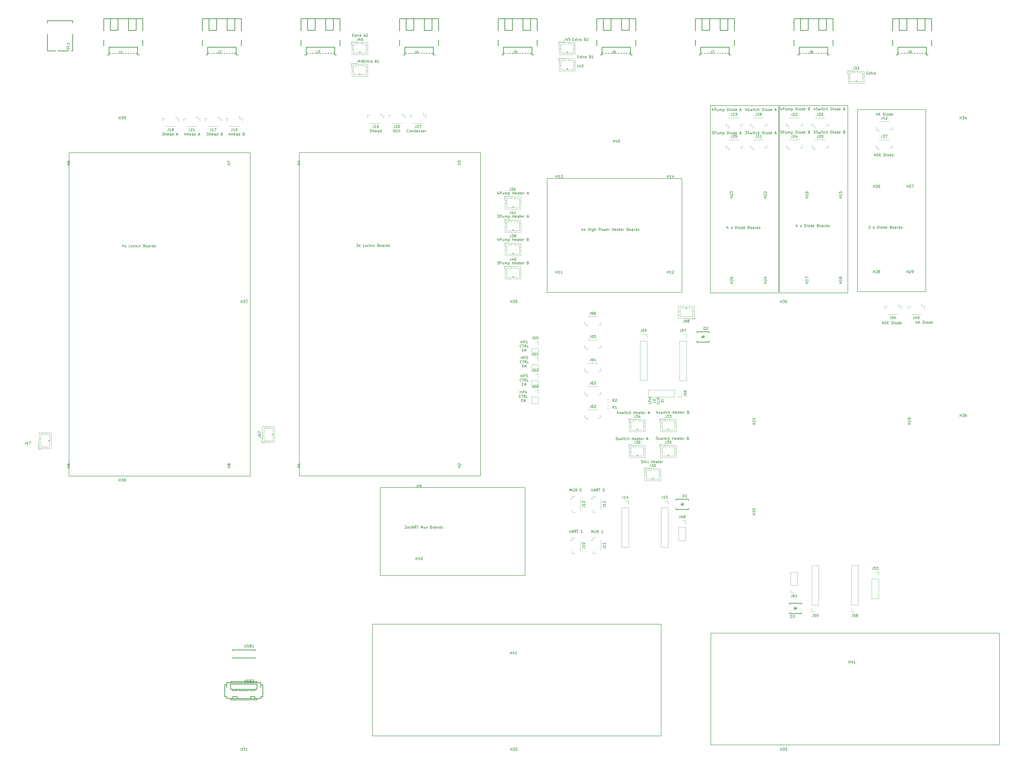
<source format=gbr>
%TF.GenerationSoftware,KiCad,Pcbnew,(6.0.5)*%
%TF.CreationDate,2022-12-19T16:40:22-07:00*%
%TF.ProjectId,Thermometry_Enclosure,54686572-6d6f-46d6-9574-72795f456e63,rev?*%
%TF.SameCoordinates,Original*%
%TF.FileFunction,Legend,Top*%
%TF.FilePolarity,Positive*%
%FSLAX46Y46*%
G04 Gerber Fmt 4.6, Leading zero omitted, Abs format (unit mm)*
G04 Created by KiCad (PCBNEW (6.0.5)) date 2022-12-19 16:40:22*
%MOMM*%
%LPD*%
G01*
G04 APERTURE LIST*
%ADD10C,0.150000*%
%ADD11C,0.120000*%
%ADD12C,0.254000*%
%ADD13C,0.127000*%
G04 APERTURE END LIST*
D10*
X180706000Y-171521000D02*
X180706000Y-205521000D01*
X121720000Y-224330000D02*
X233226000Y-224330000D01*
X124706000Y-171521000D02*
X124706000Y-205521000D01*
X93497000Y-167055000D02*
X163497000Y-167055000D01*
X124706000Y-171521000D02*
X180706000Y-171521000D01*
X252490000Y-227820000D02*
X363996000Y-227820000D01*
X309150000Y-25500000D02*
X335500000Y-25500000D01*
X335500000Y-25500000D02*
X335500000Y-95850000D01*
X335500000Y-95850000D02*
X309150000Y-95850000D01*
X309150000Y-95850000D02*
X309150000Y-25500000D01*
X252490000Y-227820000D02*
X252490000Y-271000000D01*
X241262500Y-52173000D02*
X241262500Y-96115000D01*
X233230000Y-267510000D02*
X121724000Y-267510000D01*
X124706000Y-205521000D02*
X180706000Y-205521000D01*
X189192500Y-52169000D02*
X189192500Y-96111000D01*
X279000000Y-23950000D02*
X305350000Y-23950000D01*
X305350000Y-23950000D02*
X305350000Y-96350000D01*
X305350000Y-96350000D02*
X279000000Y-96350000D01*
X279000000Y-96350000D02*
X279000000Y-23950000D01*
X93497000Y-42055000D02*
X163497000Y-42055000D01*
X233230000Y-267510000D02*
X233230000Y-224330000D01*
X364000000Y-271000000D02*
X252494000Y-271000000D01*
X364000000Y-271000000D02*
X364000000Y-227820000D01*
X4525000Y-167125000D02*
X74525000Y-167125000D01*
X121720000Y-224330000D02*
X121720000Y-267510000D01*
X93497000Y-167055000D02*
X93497000Y-42055000D01*
X4525000Y-42125000D02*
X74525000Y-42125000D01*
X189192500Y-52169000D02*
X241262500Y-52169000D01*
X74525000Y-167125000D02*
X74525000Y-42125000D01*
X4525000Y-167125000D02*
X4525000Y-42125000D01*
X189182500Y-96122000D02*
X241252500Y-96122000D01*
X163497000Y-167055000D02*
X163497000Y-42055000D01*
X252300000Y-23950000D02*
X278650000Y-23950000D01*
X278650000Y-23950000D02*
X278650000Y-96350000D01*
X278650000Y-96350000D02*
X252300000Y-96350000D01*
X252300000Y-96350000D02*
X252300000Y-23950000D01*
X252833333Y-33952380D02*
X253452380Y-33952380D01*
X253119047Y-34333333D01*
X253261904Y-34333333D01*
X253357142Y-34380952D01*
X253404761Y-34428571D01*
X253452380Y-34523809D01*
X253452380Y-34761904D01*
X253404761Y-34857142D01*
X253357142Y-34904761D01*
X253261904Y-34952380D01*
X252976190Y-34952380D01*
X252880952Y-34904761D01*
X252833333Y-34857142D01*
X253880952Y-34952380D02*
X253880952Y-33952380D01*
X254261904Y-33952380D01*
X254357142Y-34000000D01*
X254404761Y-34047619D01*
X254452380Y-34142857D01*
X254452380Y-34285714D01*
X254404761Y-34380952D01*
X254357142Y-34428571D01*
X254261904Y-34476190D01*
X253880952Y-34476190D01*
X255309523Y-34285714D02*
X255309523Y-34952380D01*
X254880952Y-34285714D02*
X254880952Y-34809523D01*
X254928571Y-34904761D01*
X255023809Y-34952380D01*
X255166666Y-34952380D01*
X255261904Y-34904761D01*
X255309523Y-34857142D01*
X255785714Y-34952380D02*
X255785714Y-34285714D01*
X255785714Y-34380952D02*
X255833333Y-34333333D01*
X255928571Y-34285714D01*
X256071428Y-34285714D01*
X256166666Y-34333333D01*
X256214285Y-34428571D01*
X256214285Y-34952380D01*
X256214285Y-34428571D02*
X256261904Y-34333333D01*
X256357142Y-34285714D01*
X256500000Y-34285714D01*
X256595238Y-34333333D01*
X256642857Y-34428571D01*
X256642857Y-34952380D01*
X257119047Y-34285714D02*
X257119047Y-35285714D01*
X257119047Y-34333333D02*
X257214285Y-34285714D01*
X257404761Y-34285714D01*
X257500000Y-34333333D01*
X257547619Y-34380952D01*
X257595238Y-34476190D01*
X257595238Y-34761904D01*
X257547619Y-34857142D01*
X257500000Y-34904761D01*
X257404761Y-34952380D01*
X257214285Y-34952380D01*
X257119047Y-34904761D01*
X258785714Y-34952380D02*
X258785714Y-33952380D01*
X259023809Y-33952380D01*
X259166666Y-34000000D01*
X259261904Y-34095238D01*
X259309523Y-34190476D01*
X259357142Y-34380952D01*
X259357142Y-34523809D01*
X259309523Y-34714285D01*
X259261904Y-34809523D01*
X259166666Y-34904761D01*
X259023809Y-34952380D01*
X258785714Y-34952380D01*
X259785714Y-34952380D02*
X259785714Y-34285714D01*
X259785714Y-33952380D02*
X259738095Y-34000000D01*
X259785714Y-34047619D01*
X259833333Y-34000000D01*
X259785714Y-33952380D01*
X259785714Y-34047619D01*
X260404761Y-34952380D02*
X260309523Y-34904761D01*
X260261904Y-34857142D01*
X260214285Y-34761904D01*
X260214285Y-34476190D01*
X260261904Y-34380952D01*
X260309523Y-34333333D01*
X260404761Y-34285714D01*
X260547619Y-34285714D01*
X260642857Y-34333333D01*
X260690476Y-34380952D01*
X260738095Y-34476190D01*
X260738095Y-34761904D01*
X260690476Y-34857142D01*
X260642857Y-34904761D01*
X260547619Y-34952380D01*
X260404761Y-34952380D01*
X261595238Y-34952380D02*
X261595238Y-33952380D01*
X261595238Y-34904761D02*
X261500000Y-34952380D01*
X261309523Y-34952380D01*
X261214285Y-34904761D01*
X261166666Y-34857142D01*
X261119047Y-34761904D01*
X261119047Y-34476190D01*
X261166666Y-34380952D01*
X261214285Y-34333333D01*
X261309523Y-34285714D01*
X261500000Y-34285714D01*
X261595238Y-34333333D01*
X262452380Y-34904761D02*
X262357142Y-34952380D01*
X262166666Y-34952380D01*
X262071428Y-34904761D01*
X262023809Y-34809523D01*
X262023809Y-34428571D01*
X262071428Y-34333333D01*
X262166666Y-34285714D01*
X262357142Y-34285714D01*
X262452380Y-34333333D01*
X262500000Y-34428571D01*
X262500000Y-34523809D01*
X262023809Y-34619047D01*
X263642857Y-34666666D02*
X264119047Y-34666666D01*
X263547619Y-34952380D02*
X263880952Y-33952380D01*
X264214285Y-34952380D01*
X285800000Y-70135714D02*
X285800000Y-70802380D01*
X285561904Y-69754761D02*
X285323809Y-70469047D01*
X285942857Y-70469047D01*
X286990476Y-70802380D02*
X287514285Y-70135714D01*
X286990476Y-70135714D02*
X287514285Y-70802380D01*
X288657142Y-70802380D02*
X288657142Y-69802380D01*
X288895238Y-69802380D01*
X289038095Y-69850000D01*
X289133333Y-69945238D01*
X289180952Y-70040476D01*
X289228571Y-70230952D01*
X289228571Y-70373809D01*
X289180952Y-70564285D01*
X289133333Y-70659523D01*
X289038095Y-70754761D01*
X288895238Y-70802380D01*
X288657142Y-70802380D01*
X289657142Y-70802380D02*
X289657142Y-70135714D01*
X289657142Y-69802380D02*
X289609523Y-69850000D01*
X289657142Y-69897619D01*
X289704761Y-69850000D01*
X289657142Y-69802380D01*
X289657142Y-69897619D01*
X290276190Y-70802380D02*
X290180952Y-70754761D01*
X290133333Y-70707142D01*
X290085714Y-70611904D01*
X290085714Y-70326190D01*
X290133333Y-70230952D01*
X290180952Y-70183333D01*
X290276190Y-70135714D01*
X290419047Y-70135714D01*
X290514285Y-70183333D01*
X290561904Y-70230952D01*
X290609523Y-70326190D01*
X290609523Y-70611904D01*
X290561904Y-70707142D01*
X290514285Y-70754761D01*
X290419047Y-70802380D01*
X290276190Y-70802380D01*
X291466666Y-70802380D02*
X291466666Y-69802380D01*
X291466666Y-70754761D02*
X291371428Y-70802380D01*
X291180952Y-70802380D01*
X291085714Y-70754761D01*
X291038095Y-70707142D01*
X290990476Y-70611904D01*
X290990476Y-70326190D01*
X291038095Y-70230952D01*
X291085714Y-70183333D01*
X291180952Y-70135714D01*
X291371428Y-70135714D01*
X291466666Y-70183333D01*
X292323809Y-70754761D02*
X292228571Y-70802380D01*
X292038095Y-70802380D01*
X291942857Y-70754761D01*
X291895238Y-70659523D01*
X291895238Y-70278571D01*
X291942857Y-70183333D01*
X292038095Y-70135714D01*
X292228571Y-70135714D01*
X292323809Y-70183333D01*
X292371428Y-70278571D01*
X292371428Y-70373809D01*
X291895238Y-70469047D01*
X293895238Y-70278571D02*
X294038095Y-70326190D01*
X294085714Y-70373809D01*
X294133333Y-70469047D01*
X294133333Y-70611904D01*
X294085714Y-70707142D01*
X294038095Y-70754761D01*
X293942857Y-70802380D01*
X293561904Y-70802380D01*
X293561904Y-69802380D01*
X293895238Y-69802380D01*
X293990476Y-69850000D01*
X294038095Y-69897619D01*
X294085714Y-69992857D01*
X294085714Y-70088095D01*
X294038095Y-70183333D01*
X293990476Y-70230952D01*
X293895238Y-70278571D01*
X293561904Y-70278571D01*
X294704761Y-70802380D02*
X294609523Y-70754761D01*
X294561904Y-70707142D01*
X294514285Y-70611904D01*
X294514285Y-70326190D01*
X294561904Y-70230952D01*
X294609523Y-70183333D01*
X294704761Y-70135714D01*
X294847619Y-70135714D01*
X294942857Y-70183333D01*
X294990476Y-70230952D01*
X295038095Y-70326190D01*
X295038095Y-70611904D01*
X294990476Y-70707142D01*
X294942857Y-70754761D01*
X294847619Y-70802380D01*
X294704761Y-70802380D01*
X295895238Y-70802380D02*
X295895238Y-70278571D01*
X295847619Y-70183333D01*
X295752380Y-70135714D01*
X295561904Y-70135714D01*
X295466666Y-70183333D01*
X295895238Y-70754761D02*
X295800000Y-70802380D01*
X295561904Y-70802380D01*
X295466666Y-70754761D01*
X295419047Y-70659523D01*
X295419047Y-70564285D01*
X295466666Y-70469047D01*
X295561904Y-70421428D01*
X295800000Y-70421428D01*
X295895238Y-70373809D01*
X296371428Y-70802380D02*
X296371428Y-70135714D01*
X296371428Y-70326190D02*
X296419047Y-70230952D01*
X296466666Y-70183333D01*
X296561904Y-70135714D01*
X296657142Y-70135714D01*
X297419047Y-70802380D02*
X297419047Y-69802380D01*
X297419047Y-70754761D02*
X297323809Y-70802380D01*
X297133333Y-70802380D01*
X297038095Y-70754761D01*
X296990476Y-70707142D01*
X296942857Y-70611904D01*
X296942857Y-70326190D01*
X296990476Y-70230952D01*
X297038095Y-70183333D01*
X297133333Y-70135714D01*
X297323809Y-70135714D01*
X297419047Y-70183333D01*
X297847619Y-70754761D02*
X297942857Y-70802380D01*
X298133333Y-70802380D01*
X298228571Y-70754761D01*
X298276190Y-70659523D01*
X298276190Y-70611904D01*
X298228571Y-70516666D01*
X298133333Y-70469047D01*
X297990476Y-70469047D01*
X297895238Y-70421428D01*
X297847619Y-70326190D01*
X297847619Y-70278571D01*
X297895238Y-70183333D01*
X297990476Y-70135714D01*
X298133333Y-70135714D01*
X298228571Y-70183333D01*
X170428571Y-75535714D02*
X170428571Y-76202380D01*
X170190476Y-75154761D02*
X169952380Y-75869047D01*
X170571428Y-75869047D01*
X170952380Y-76202380D02*
X170952380Y-75202380D01*
X171333333Y-75202380D01*
X171428571Y-75250000D01*
X171476190Y-75297619D01*
X171523809Y-75392857D01*
X171523809Y-75535714D01*
X171476190Y-75630952D01*
X171428571Y-75678571D01*
X171333333Y-75726190D01*
X170952380Y-75726190D01*
X172380952Y-75535714D02*
X172380952Y-76202380D01*
X171952380Y-75535714D02*
X171952380Y-76059523D01*
X172000000Y-76154761D01*
X172095238Y-76202380D01*
X172238095Y-76202380D01*
X172333333Y-76154761D01*
X172380952Y-76107142D01*
X172857142Y-76202380D02*
X172857142Y-75535714D01*
X172857142Y-75630952D02*
X172904761Y-75583333D01*
X173000000Y-75535714D01*
X173142857Y-75535714D01*
X173238095Y-75583333D01*
X173285714Y-75678571D01*
X173285714Y-76202380D01*
X173285714Y-75678571D02*
X173333333Y-75583333D01*
X173428571Y-75535714D01*
X173571428Y-75535714D01*
X173666666Y-75583333D01*
X173714285Y-75678571D01*
X173714285Y-76202380D01*
X174190476Y-75535714D02*
X174190476Y-76535714D01*
X174190476Y-75583333D02*
X174285714Y-75535714D01*
X174476190Y-75535714D01*
X174571428Y-75583333D01*
X174619047Y-75630952D01*
X174666666Y-75726190D01*
X174666666Y-76011904D01*
X174619047Y-76107142D01*
X174571428Y-76154761D01*
X174476190Y-76202380D01*
X174285714Y-76202380D01*
X174190476Y-76154761D01*
X175857142Y-76202380D02*
X175857142Y-75202380D01*
X175857142Y-75678571D02*
X176428571Y-75678571D01*
X176428571Y-76202380D02*
X176428571Y-75202380D01*
X177285714Y-76154761D02*
X177190476Y-76202380D01*
X177000000Y-76202380D01*
X176904761Y-76154761D01*
X176857142Y-76059523D01*
X176857142Y-75678571D01*
X176904761Y-75583333D01*
X177000000Y-75535714D01*
X177190476Y-75535714D01*
X177285714Y-75583333D01*
X177333333Y-75678571D01*
X177333333Y-75773809D01*
X176857142Y-75869047D01*
X178190476Y-76202380D02*
X178190476Y-75678571D01*
X178142857Y-75583333D01*
X178047619Y-75535714D01*
X177857142Y-75535714D01*
X177761904Y-75583333D01*
X178190476Y-76154761D02*
X178095238Y-76202380D01*
X177857142Y-76202380D01*
X177761904Y-76154761D01*
X177714285Y-76059523D01*
X177714285Y-75964285D01*
X177761904Y-75869047D01*
X177857142Y-75821428D01*
X178095238Y-75821428D01*
X178190476Y-75773809D01*
X178523809Y-75535714D02*
X178904761Y-75535714D01*
X178666666Y-75202380D02*
X178666666Y-76059523D01*
X178714285Y-76154761D01*
X178809523Y-76202380D01*
X178904761Y-76202380D01*
X179619047Y-76154761D02*
X179523809Y-76202380D01*
X179333333Y-76202380D01*
X179238095Y-76154761D01*
X179190476Y-76059523D01*
X179190476Y-75678571D01*
X179238095Y-75583333D01*
X179333333Y-75535714D01*
X179523809Y-75535714D01*
X179619047Y-75583333D01*
X179666666Y-75678571D01*
X179666666Y-75773809D01*
X179190476Y-75869047D01*
X180095238Y-76202380D02*
X180095238Y-75535714D01*
X180095238Y-75726190D02*
X180142857Y-75630952D01*
X180190476Y-75583333D01*
X180285714Y-75535714D01*
X180380952Y-75535714D01*
X181809523Y-75678571D02*
X181952380Y-75726190D01*
X182000000Y-75773809D01*
X182047619Y-75869047D01*
X182047619Y-76011904D01*
X182000000Y-76107142D01*
X181952380Y-76154761D01*
X181857142Y-76202380D01*
X181476190Y-76202380D01*
X181476190Y-75202380D01*
X181809523Y-75202380D01*
X181904761Y-75250000D01*
X181952380Y-75297619D01*
X182000000Y-75392857D01*
X182000000Y-75488095D01*
X181952380Y-75583333D01*
X181904761Y-75630952D01*
X181809523Y-75678571D01*
X181476190Y-75678571D01*
X118247619Y-6728571D02*
X118580952Y-6728571D01*
X118723809Y-7252380D02*
X118247619Y-7252380D01*
X118247619Y-6252380D01*
X118723809Y-6252380D01*
X119057142Y-7252380D02*
X119580952Y-6585714D01*
X119057142Y-6585714D02*
X119580952Y-7252380D01*
X119819047Y-6585714D02*
X120200000Y-6585714D01*
X119961904Y-6252380D02*
X119961904Y-7109523D01*
X120009523Y-7204761D01*
X120104761Y-7252380D01*
X120200000Y-7252380D01*
X120533333Y-7252380D02*
X120533333Y-6585714D01*
X120533333Y-6776190D02*
X120580952Y-6680952D01*
X120628571Y-6633333D01*
X120723809Y-6585714D01*
X120819047Y-6585714D01*
X121580952Y-7252380D02*
X121580952Y-6728571D01*
X121533333Y-6633333D01*
X121438095Y-6585714D01*
X121247619Y-6585714D01*
X121152380Y-6633333D01*
X121580952Y-7204761D02*
X121485714Y-7252380D01*
X121247619Y-7252380D01*
X121152380Y-7204761D01*
X121104761Y-7109523D01*
X121104761Y-7014285D01*
X121152380Y-6919047D01*
X121247619Y-6871428D01*
X121485714Y-6871428D01*
X121580952Y-6823809D01*
X122771428Y-6966666D02*
X123247619Y-6966666D01*
X122676190Y-7252380D02*
X123009523Y-6252380D01*
X123342857Y-7252380D01*
X124200000Y-7252380D02*
X123628571Y-7252380D01*
X123914285Y-7252380D02*
X123914285Y-6252380D01*
X123819047Y-6395238D01*
X123723809Y-6490476D01*
X123628571Y-6538095D01*
X266273809Y-25285714D02*
X266273809Y-25952380D01*
X266035714Y-24904761D02*
X265797619Y-25619047D01*
X266416666Y-25619047D01*
X266750000Y-25904761D02*
X266892857Y-25952380D01*
X267130952Y-25952380D01*
X267226190Y-25904761D01*
X267273809Y-25857142D01*
X267321428Y-25761904D01*
X267321428Y-25666666D01*
X267273809Y-25571428D01*
X267226190Y-25523809D01*
X267130952Y-25476190D01*
X266940476Y-25428571D01*
X266845238Y-25380952D01*
X266797619Y-25333333D01*
X266750000Y-25238095D01*
X266750000Y-25142857D01*
X266797619Y-25047619D01*
X266845238Y-25000000D01*
X266940476Y-24952380D01*
X267178571Y-24952380D01*
X267321428Y-25000000D01*
X267654761Y-25285714D02*
X267845238Y-25952380D01*
X268035714Y-25476190D01*
X268226190Y-25952380D01*
X268416666Y-25285714D01*
X268797619Y-25952380D02*
X268797619Y-25285714D01*
X268797619Y-24952380D02*
X268750000Y-25000000D01*
X268797619Y-25047619D01*
X268845238Y-25000000D01*
X268797619Y-24952380D01*
X268797619Y-25047619D01*
X269130952Y-25285714D02*
X269511904Y-25285714D01*
X269273809Y-24952380D02*
X269273809Y-25809523D01*
X269321428Y-25904761D01*
X269416666Y-25952380D01*
X269511904Y-25952380D01*
X270273809Y-25904761D02*
X270178571Y-25952380D01*
X269988095Y-25952380D01*
X269892857Y-25904761D01*
X269845238Y-25857142D01*
X269797619Y-25761904D01*
X269797619Y-25476190D01*
X269845238Y-25380952D01*
X269892857Y-25333333D01*
X269988095Y-25285714D01*
X270178571Y-25285714D01*
X270273809Y-25333333D01*
X270702380Y-25952380D02*
X270702380Y-24952380D01*
X271130952Y-25952380D02*
X271130952Y-25428571D01*
X271083333Y-25333333D01*
X270988095Y-25285714D01*
X270845238Y-25285714D01*
X270750000Y-25333333D01*
X270702380Y-25380952D01*
X272369047Y-25952380D02*
X272369047Y-24952380D01*
X272607142Y-24952380D01*
X272750000Y-25000000D01*
X272845238Y-25095238D01*
X272892857Y-25190476D01*
X272940476Y-25380952D01*
X272940476Y-25523809D01*
X272892857Y-25714285D01*
X272845238Y-25809523D01*
X272750000Y-25904761D01*
X272607142Y-25952380D01*
X272369047Y-25952380D01*
X273369047Y-25952380D02*
X273369047Y-25285714D01*
X273369047Y-24952380D02*
X273321428Y-25000000D01*
X273369047Y-25047619D01*
X273416666Y-25000000D01*
X273369047Y-24952380D01*
X273369047Y-25047619D01*
X273988095Y-25952380D02*
X273892857Y-25904761D01*
X273845238Y-25857142D01*
X273797619Y-25761904D01*
X273797619Y-25476190D01*
X273845238Y-25380952D01*
X273892857Y-25333333D01*
X273988095Y-25285714D01*
X274130952Y-25285714D01*
X274226190Y-25333333D01*
X274273809Y-25380952D01*
X274321428Y-25476190D01*
X274321428Y-25761904D01*
X274273809Y-25857142D01*
X274226190Y-25904761D01*
X274130952Y-25952380D01*
X273988095Y-25952380D01*
X275178571Y-25952380D02*
X275178571Y-24952380D01*
X275178571Y-25904761D02*
X275083333Y-25952380D01*
X274892857Y-25952380D01*
X274797619Y-25904761D01*
X274750000Y-25857142D01*
X274702380Y-25761904D01*
X274702380Y-25476190D01*
X274750000Y-25380952D01*
X274797619Y-25333333D01*
X274892857Y-25285714D01*
X275083333Y-25285714D01*
X275178571Y-25333333D01*
X276035714Y-25904761D02*
X275940476Y-25952380D01*
X275750000Y-25952380D01*
X275654761Y-25904761D01*
X275607142Y-25809523D01*
X275607142Y-25428571D01*
X275654761Y-25333333D01*
X275750000Y-25285714D01*
X275940476Y-25285714D01*
X276035714Y-25333333D01*
X276083333Y-25428571D01*
X276083333Y-25523809D01*
X275607142Y-25619047D01*
X277226190Y-25666666D02*
X277702380Y-25666666D01*
X277130952Y-25952380D02*
X277464285Y-24952380D01*
X277797619Y-25952380D01*
X178738095Y-135142380D02*
X178738095Y-134142380D01*
X178738095Y-134618571D02*
X179309523Y-134618571D01*
X179309523Y-135142380D02*
X179309523Y-134142380D01*
X179785714Y-135142380D02*
X179785714Y-134142380D01*
X180166666Y-134142380D01*
X180261904Y-134190000D01*
X180309523Y-134237619D01*
X180357142Y-134332857D01*
X180357142Y-134475714D01*
X180309523Y-134570952D01*
X180261904Y-134618571D01*
X180166666Y-134666190D01*
X179785714Y-134666190D01*
X181214285Y-134475714D02*
X181214285Y-135142380D01*
X180976190Y-134094761D02*
X180738095Y-134809047D01*
X181357142Y-134809047D01*
X179023809Y-136657142D02*
X178976190Y-136704761D01*
X178833333Y-136752380D01*
X178738095Y-136752380D01*
X178595238Y-136704761D01*
X178500000Y-136609523D01*
X178452380Y-136514285D01*
X178404761Y-136323809D01*
X178404761Y-136180952D01*
X178452380Y-135990476D01*
X178500000Y-135895238D01*
X178595238Y-135800000D01*
X178738095Y-135752380D01*
X178833333Y-135752380D01*
X178976190Y-135800000D01*
X179023809Y-135847619D01*
X179309523Y-135752380D02*
X179880952Y-135752380D01*
X179595238Y-136752380D02*
X179595238Y-135752380D01*
X180785714Y-136752380D02*
X180452380Y-136276190D01*
X180214285Y-136752380D02*
X180214285Y-135752380D01*
X180595238Y-135752380D01*
X180690476Y-135800000D01*
X180738095Y-135847619D01*
X180785714Y-135942857D01*
X180785714Y-136085714D01*
X180738095Y-136180952D01*
X180690476Y-136228571D01*
X180595238Y-136276190D01*
X180214285Y-136276190D01*
X181690476Y-136752380D02*
X181214285Y-136752380D01*
X181214285Y-135752380D01*
X179261904Y-137838571D02*
X179595238Y-137838571D01*
X179738095Y-138362380D02*
X179261904Y-138362380D01*
X179261904Y-137362380D01*
X179738095Y-137362380D01*
X180166666Y-138362380D02*
X180166666Y-137362380D01*
X180738095Y-138362380D01*
X180738095Y-137362380D01*
X200976190Y-5028571D02*
X201309523Y-5028571D01*
X201452380Y-5552380D02*
X200976190Y-5552380D01*
X200976190Y-4552380D01*
X201452380Y-4552380D01*
X201785714Y-5552380D02*
X202309523Y-4885714D01*
X201785714Y-4885714D02*
X202309523Y-5552380D01*
X202547619Y-4885714D02*
X202928571Y-4885714D01*
X202690476Y-4552380D02*
X202690476Y-5409523D01*
X202738095Y-5504761D01*
X202833333Y-5552380D01*
X202928571Y-5552380D01*
X203261904Y-5552380D02*
X203261904Y-4885714D01*
X203261904Y-5076190D02*
X203309523Y-4980952D01*
X203357142Y-4933333D01*
X203452380Y-4885714D01*
X203547619Y-4885714D01*
X204309523Y-5552380D02*
X204309523Y-5028571D01*
X204261904Y-4933333D01*
X204166666Y-4885714D01*
X203976190Y-4885714D01*
X203880952Y-4933333D01*
X204309523Y-5504761D02*
X204214285Y-5552380D01*
X203976190Y-5552380D01*
X203880952Y-5504761D01*
X203833333Y-5409523D01*
X203833333Y-5314285D01*
X203880952Y-5219047D01*
X203976190Y-5171428D01*
X204214285Y-5171428D01*
X204309523Y-5123809D01*
X205880952Y-5028571D02*
X206023809Y-5076190D01*
X206071428Y-5123809D01*
X206119047Y-5219047D01*
X206119047Y-5361904D01*
X206071428Y-5457142D01*
X206023809Y-5504761D01*
X205928571Y-5552380D01*
X205547619Y-5552380D01*
X205547619Y-4552380D01*
X205880952Y-4552380D01*
X205976190Y-4600000D01*
X206023809Y-4647619D01*
X206071428Y-4742857D01*
X206071428Y-4838095D01*
X206023809Y-4933333D01*
X205976190Y-4980952D01*
X205880952Y-5028571D01*
X205547619Y-5028571D01*
X207071428Y-5552380D02*
X206500000Y-5552380D01*
X206785714Y-5552380D02*
X206785714Y-4552380D01*
X206690476Y-4695238D01*
X206595238Y-4790476D01*
X206500000Y-4838095D01*
X25621428Y-77935714D02*
X25621428Y-78602380D01*
X25383333Y-77554761D02*
X25145238Y-78269047D01*
X25764285Y-78269047D01*
X26050000Y-78602380D02*
X26573809Y-77935714D01*
X26050000Y-77935714D02*
X26573809Y-78602380D01*
X28192857Y-78602380D02*
X27716666Y-78602380D01*
X27716666Y-77602380D01*
X28669047Y-78602380D02*
X28573809Y-78554761D01*
X28526190Y-78507142D01*
X28478571Y-78411904D01*
X28478571Y-78126190D01*
X28526190Y-78030952D01*
X28573809Y-77983333D01*
X28669047Y-77935714D01*
X28811904Y-77935714D01*
X28907142Y-77983333D01*
X28954761Y-78030952D01*
X29002380Y-78126190D01*
X29002380Y-78411904D01*
X28954761Y-78507142D01*
X28907142Y-78554761D01*
X28811904Y-78602380D01*
X28669047Y-78602380D01*
X29859523Y-78554761D02*
X29764285Y-78602380D01*
X29573809Y-78602380D01*
X29478571Y-78554761D01*
X29430952Y-78507142D01*
X29383333Y-78411904D01*
X29383333Y-78126190D01*
X29430952Y-78030952D01*
X29478571Y-77983333D01*
X29573809Y-77935714D01*
X29764285Y-77935714D01*
X29859523Y-77983333D01*
X30288095Y-78602380D02*
X30288095Y-77602380D01*
X30383333Y-78221428D02*
X30669047Y-78602380D01*
X30669047Y-77935714D02*
X30288095Y-78316666D01*
X31097619Y-78602380D02*
X31097619Y-77935714D01*
X31097619Y-77602380D02*
X31050000Y-77650000D01*
X31097619Y-77697619D01*
X31145238Y-77650000D01*
X31097619Y-77602380D01*
X31097619Y-77697619D01*
X31573809Y-77935714D02*
X31573809Y-78602380D01*
X31573809Y-78030952D02*
X31621428Y-77983333D01*
X31716666Y-77935714D01*
X31859523Y-77935714D01*
X31954761Y-77983333D01*
X32002380Y-78078571D01*
X32002380Y-78602380D01*
X33573809Y-78078571D02*
X33716666Y-78126190D01*
X33764285Y-78173809D01*
X33811904Y-78269047D01*
X33811904Y-78411904D01*
X33764285Y-78507142D01*
X33716666Y-78554761D01*
X33621428Y-78602380D01*
X33240476Y-78602380D01*
X33240476Y-77602380D01*
X33573809Y-77602380D01*
X33669047Y-77650000D01*
X33716666Y-77697619D01*
X33764285Y-77792857D01*
X33764285Y-77888095D01*
X33716666Y-77983333D01*
X33669047Y-78030952D01*
X33573809Y-78078571D01*
X33240476Y-78078571D01*
X34383333Y-78602380D02*
X34288095Y-78554761D01*
X34240476Y-78507142D01*
X34192857Y-78411904D01*
X34192857Y-78126190D01*
X34240476Y-78030952D01*
X34288095Y-77983333D01*
X34383333Y-77935714D01*
X34526190Y-77935714D01*
X34621428Y-77983333D01*
X34669047Y-78030952D01*
X34716666Y-78126190D01*
X34716666Y-78411904D01*
X34669047Y-78507142D01*
X34621428Y-78554761D01*
X34526190Y-78602380D01*
X34383333Y-78602380D01*
X35573809Y-78602380D02*
X35573809Y-78078571D01*
X35526190Y-77983333D01*
X35430952Y-77935714D01*
X35240476Y-77935714D01*
X35145238Y-77983333D01*
X35573809Y-78554761D02*
X35478571Y-78602380D01*
X35240476Y-78602380D01*
X35145238Y-78554761D01*
X35097619Y-78459523D01*
X35097619Y-78364285D01*
X35145238Y-78269047D01*
X35240476Y-78221428D01*
X35478571Y-78221428D01*
X35573809Y-78173809D01*
X36050000Y-78602380D02*
X36050000Y-77935714D01*
X36050000Y-78126190D02*
X36097619Y-78030952D01*
X36145238Y-77983333D01*
X36240476Y-77935714D01*
X36335714Y-77935714D01*
X37097619Y-78602380D02*
X37097619Y-77602380D01*
X37097619Y-78554761D02*
X37002380Y-78602380D01*
X36811904Y-78602380D01*
X36716666Y-78554761D01*
X36669047Y-78507142D01*
X36621428Y-78411904D01*
X36621428Y-78126190D01*
X36669047Y-78030952D01*
X36716666Y-77983333D01*
X36811904Y-77935714D01*
X37002380Y-77935714D01*
X37097619Y-77983333D01*
X37526190Y-78554761D02*
X37621428Y-78602380D01*
X37811904Y-78602380D01*
X37907142Y-78554761D01*
X37954761Y-78459523D01*
X37954761Y-78411904D01*
X37907142Y-78316666D01*
X37811904Y-78269047D01*
X37669047Y-78269047D01*
X37573809Y-78221428D01*
X37526190Y-78126190D01*
X37526190Y-78078571D01*
X37573809Y-77983333D01*
X37669047Y-77935714D01*
X37811904Y-77935714D01*
X37907142Y-77983333D01*
X279785714Y-25035714D02*
X279785714Y-25702380D01*
X279547619Y-24654761D02*
X279309523Y-25369047D01*
X279928571Y-25369047D01*
X280309523Y-25702380D02*
X280309523Y-24702380D01*
X280690476Y-24702380D01*
X280785714Y-24750000D01*
X280833333Y-24797619D01*
X280880952Y-24892857D01*
X280880952Y-25035714D01*
X280833333Y-25130952D01*
X280785714Y-25178571D01*
X280690476Y-25226190D01*
X280309523Y-25226190D01*
X281738095Y-25035714D02*
X281738095Y-25702380D01*
X281309523Y-25035714D02*
X281309523Y-25559523D01*
X281357142Y-25654761D01*
X281452380Y-25702380D01*
X281595238Y-25702380D01*
X281690476Y-25654761D01*
X281738095Y-25607142D01*
X282214285Y-25702380D02*
X282214285Y-25035714D01*
X282214285Y-25130952D02*
X282261904Y-25083333D01*
X282357142Y-25035714D01*
X282500000Y-25035714D01*
X282595238Y-25083333D01*
X282642857Y-25178571D01*
X282642857Y-25702380D01*
X282642857Y-25178571D02*
X282690476Y-25083333D01*
X282785714Y-25035714D01*
X282928571Y-25035714D01*
X283023809Y-25083333D01*
X283071428Y-25178571D01*
X283071428Y-25702380D01*
X283547619Y-25035714D02*
X283547619Y-26035714D01*
X283547619Y-25083333D02*
X283642857Y-25035714D01*
X283833333Y-25035714D01*
X283928571Y-25083333D01*
X283976190Y-25130952D01*
X284023809Y-25226190D01*
X284023809Y-25511904D01*
X283976190Y-25607142D01*
X283928571Y-25654761D01*
X283833333Y-25702380D01*
X283642857Y-25702380D01*
X283547619Y-25654761D01*
X285214285Y-25702380D02*
X285214285Y-24702380D01*
X285452380Y-24702380D01*
X285595238Y-24750000D01*
X285690476Y-24845238D01*
X285738095Y-24940476D01*
X285785714Y-25130952D01*
X285785714Y-25273809D01*
X285738095Y-25464285D01*
X285690476Y-25559523D01*
X285595238Y-25654761D01*
X285452380Y-25702380D01*
X285214285Y-25702380D01*
X286214285Y-25702380D02*
X286214285Y-25035714D01*
X286214285Y-24702380D02*
X286166666Y-24750000D01*
X286214285Y-24797619D01*
X286261904Y-24750000D01*
X286214285Y-24702380D01*
X286214285Y-24797619D01*
X286833333Y-25702380D02*
X286738095Y-25654761D01*
X286690476Y-25607142D01*
X286642857Y-25511904D01*
X286642857Y-25226190D01*
X286690476Y-25130952D01*
X286738095Y-25083333D01*
X286833333Y-25035714D01*
X286976190Y-25035714D01*
X287071428Y-25083333D01*
X287119047Y-25130952D01*
X287166666Y-25226190D01*
X287166666Y-25511904D01*
X287119047Y-25607142D01*
X287071428Y-25654761D01*
X286976190Y-25702380D01*
X286833333Y-25702380D01*
X288023809Y-25702380D02*
X288023809Y-24702380D01*
X288023809Y-25654761D02*
X287928571Y-25702380D01*
X287738095Y-25702380D01*
X287642857Y-25654761D01*
X287595238Y-25607142D01*
X287547619Y-25511904D01*
X287547619Y-25226190D01*
X287595238Y-25130952D01*
X287642857Y-25083333D01*
X287738095Y-25035714D01*
X287928571Y-25035714D01*
X288023809Y-25083333D01*
X288880952Y-25654761D02*
X288785714Y-25702380D01*
X288595238Y-25702380D01*
X288500000Y-25654761D01*
X288452380Y-25559523D01*
X288452380Y-25178571D01*
X288500000Y-25083333D01*
X288595238Y-25035714D01*
X288785714Y-25035714D01*
X288880952Y-25083333D01*
X288928571Y-25178571D01*
X288928571Y-25273809D01*
X288452380Y-25369047D01*
X290452380Y-25178571D02*
X290595238Y-25226190D01*
X290642857Y-25273809D01*
X290690476Y-25369047D01*
X290690476Y-25511904D01*
X290642857Y-25607142D01*
X290595238Y-25654761D01*
X290500000Y-25702380D01*
X290119047Y-25702380D01*
X290119047Y-24702380D01*
X290452380Y-24702380D01*
X290547619Y-24750000D01*
X290595238Y-24797619D01*
X290642857Y-24892857D01*
X290642857Y-24988095D01*
X290595238Y-25083333D01*
X290547619Y-25130952D01*
X290452380Y-25178571D01*
X290119047Y-25178571D01*
X279261904Y-33702380D02*
X279880952Y-33702380D01*
X279547619Y-34083333D01*
X279690476Y-34083333D01*
X279785714Y-34130952D01*
X279833333Y-34178571D01*
X279880952Y-34273809D01*
X279880952Y-34511904D01*
X279833333Y-34607142D01*
X279785714Y-34654761D01*
X279690476Y-34702380D01*
X279404761Y-34702380D01*
X279309523Y-34654761D01*
X279261904Y-34607142D01*
X280309523Y-34702380D02*
X280309523Y-33702380D01*
X280690476Y-33702380D01*
X280785714Y-33750000D01*
X280833333Y-33797619D01*
X280880952Y-33892857D01*
X280880952Y-34035714D01*
X280833333Y-34130952D01*
X280785714Y-34178571D01*
X280690476Y-34226190D01*
X280309523Y-34226190D01*
X281738095Y-34035714D02*
X281738095Y-34702380D01*
X281309523Y-34035714D02*
X281309523Y-34559523D01*
X281357142Y-34654761D01*
X281452380Y-34702380D01*
X281595238Y-34702380D01*
X281690476Y-34654761D01*
X281738095Y-34607142D01*
X282214285Y-34702380D02*
X282214285Y-34035714D01*
X282214285Y-34130952D02*
X282261904Y-34083333D01*
X282357142Y-34035714D01*
X282500000Y-34035714D01*
X282595238Y-34083333D01*
X282642857Y-34178571D01*
X282642857Y-34702380D01*
X282642857Y-34178571D02*
X282690476Y-34083333D01*
X282785714Y-34035714D01*
X282928571Y-34035714D01*
X283023809Y-34083333D01*
X283071428Y-34178571D01*
X283071428Y-34702380D01*
X283547619Y-34035714D02*
X283547619Y-35035714D01*
X283547619Y-34083333D02*
X283642857Y-34035714D01*
X283833333Y-34035714D01*
X283928571Y-34083333D01*
X283976190Y-34130952D01*
X284023809Y-34226190D01*
X284023809Y-34511904D01*
X283976190Y-34607142D01*
X283928571Y-34654761D01*
X283833333Y-34702380D01*
X283642857Y-34702380D01*
X283547619Y-34654761D01*
X285214285Y-34702380D02*
X285214285Y-33702380D01*
X285452380Y-33702380D01*
X285595238Y-33750000D01*
X285690476Y-33845238D01*
X285738095Y-33940476D01*
X285785714Y-34130952D01*
X285785714Y-34273809D01*
X285738095Y-34464285D01*
X285690476Y-34559523D01*
X285595238Y-34654761D01*
X285452380Y-34702380D01*
X285214285Y-34702380D01*
X286214285Y-34702380D02*
X286214285Y-34035714D01*
X286214285Y-33702380D02*
X286166666Y-33750000D01*
X286214285Y-33797619D01*
X286261904Y-33750000D01*
X286214285Y-33702380D01*
X286214285Y-33797619D01*
X286833333Y-34702380D02*
X286738095Y-34654761D01*
X286690476Y-34607142D01*
X286642857Y-34511904D01*
X286642857Y-34226190D01*
X286690476Y-34130952D01*
X286738095Y-34083333D01*
X286833333Y-34035714D01*
X286976190Y-34035714D01*
X287071428Y-34083333D01*
X287119047Y-34130952D01*
X287166666Y-34226190D01*
X287166666Y-34511904D01*
X287119047Y-34607142D01*
X287071428Y-34654761D01*
X286976190Y-34702380D01*
X286833333Y-34702380D01*
X288023809Y-34702380D02*
X288023809Y-33702380D01*
X288023809Y-34654761D02*
X287928571Y-34702380D01*
X287738095Y-34702380D01*
X287642857Y-34654761D01*
X287595238Y-34607142D01*
X287547619Y-34511904D01*
X287547619Y-34226190D01*
X287595238Y-34130952D01*
X287642857Y-34083333D01*
X287738095Y-34035714D01*
X287928571Y-34035714D01*
X288023809Y-34083333D01*
X288880952Y-34654761D02*
X288785714Y-34702380D01*
X288595238Y-34702380D01*
X288500000Y-34654761D01*
X288452380Y-34559523D01*
X288452380Y-34178571D01*
X288500000Y-34083333D01*
X288595238Y-34035714D01*
X288785714Y-34035714D01*
X288880952Y-34083333D01*
X288928571Y-34178571D01*
X288928571Y-34273809D01*
X288452380Y-34369047D01*
X290452380Y-34178571D02*
X290595238Y-34226190D01*
X290642857Y-34273809D01*
X290690476Y-34369047D01*
X290690476Y-34511904D01*
X290642857Y-34607142D01*
X290595238Y-34654761D01*
X290500000Y-34702380D01*
X290119047Y-34702380D01*
X290119047Y-33702380D01*
X290452380Y-33702380D01*
X290547619Y-33750000D01*
X290595238Y-33797619D01*
X290642857Y-33892857D01*
X290642857Y-33988095D01*
X290595238Y-34083333D01*
X290547619Y-34130952D01*
X290452380Y-34178571D01*
X290119047Y-34178571D01*
X206359523Y-189002380D02*
X206359523Y-188002380D01*
X206692857Y-188716666D01*
X207026190Y-188002380D01*
X207026190Y-189002380D01*
X207502380Y-188002380D02*
X207502380Y-188811904D01*
X207550000Y-188907142D01*
X207597619Y-188954761D01*
X207692857Y-189002380D01*
X207883333Y-189002380D01*
X207978571Y-188954761D01*
X208026190Y-188907142D01*
X208073809Y-188811904D01*
X208073809Y-188002380D01*
X208454761Y-188002380D02*
X209121428Y-189002380D01*
X209121428Y-188002380D02*
X208454761Y-189002380D01*
X210788095Y-189002380D02*
X210216666Y-189002380D01*
X210502380Y-189002380D02*
X210502380Y-188002380D01*
X210407142Y-188145238D01*
X210311904Y-188240476D01*
X210216666Y-188288095D01*
X197959523Y-172952380D02*
X197959523Y-171952380D01*
X198292857Y-172666666D01*
X198626190Y-171952380D01*
X198626190Y-172952380D01*
X199102380Y-171952380D02*
X199102380Y-172761904D01*
X199150000Y-172857142D01*
X199197619Y-172904761D01*
X199292857Y-172952380D01*
X199483333Y-172952380D01*
X199578571Y-172904761D01*
X199626190Y-172857142D01*
X199673809Y-172761904D01*
X199673809Y-171952380D01*
X200054761Y-171952380D02*
X200721428Y-172952380D01*
X200721428Y-171952380D02*
X200054761Y-172952380D01*
X202054761Y-171952380D02*
X202150000Y-171952380D01*
X202245238Y-172000000D01*
X202292857Y-172047619D01*
X202340476Y-172142857D01*
X202388095Y-172333333D01*
X202388095Y-172571428D01*
X202340476Y-172761904D01*
X202292857Y-172857142D01*
X202245238Y-172904761D01*
X202150000Y-172952380D01*
X202054761Y-172952380D01*
X201959523Y-172904761D01*
X201911904Y-172857142D01*
X201864285Y-172761904D01*
X201816666Y-172571428D01*
X201816666Y-172333333D01*
X201864285Y-172142857D01*
X201911904Y-172047619D01*
X201959523Y-172000000D01*
X202054761Y-171952380D01*
X66702380Y-34785714D02*
X66702380Y-35452380D01*
X66464285Y-34404761D02*
X66226190Y-35119047D01*
X66845238Y-35119047D01*
X67226190Y-35452380D02*
X67226190Y-34452380D01*
X67226190Y-34928571D02*
X67797619Y-34928571D01*
X67797619Y-35452380D02*
X67797619Y-34452380D01*
X68654761Y-35404761D02*
X68559523Y-35452380D01*
X68369047Y-35452380D01*
X68273809Y-35404761D01*
X68226190Y-35309523D01*
X68226190Y-34928571D01*
X68273809Y-34833333D01*
X68369047Y-34785714D01*
X68559523Y-34785714D01*
X68654761Y-34833333D01*
X68702380Y-34928571D01*
X68702380Y-35023809D01*
X68226190Y-35119047D01*
X69559523Y-35452380D02*
X69559523Y-34928571D01*
X69511904Y-34833333D01*
X69416666Y-34785714D01*
X69226190Y-34785714D01*
X69130952Y-34833333D01*
X69559523Y-35404761D02*
X69464285Y-35452380D01*
X69226190Y-35452380D01*
X69130952Y-35404761D01*
X69083333Y-35309523D01*
X69083333Y-35214285D01*
X69130952Y-35119047D01*
X69226190Y-35071428D01*
X69464285Y-35071428D01*
X69559523Y-35023809D01*
X70464285Y-35452380D02*
X70464285Y-34452380D01*
X70464285Y-35404761D02*
X70369047Y-35452380D01*
X70178571Y-35452380D01*
X70083333Y-35404761D01*
X70035714Y-35357142D01*
X69988095Y-35261904D01*
X69988095Y-34976190D01*
X70035714Y-34880952D01*
X70083333Y-34833333D01*
X70178571Y-34785714D01*
X70369047Y-34785714D01*
X70464285Y-34833333D01*
X72035714Y-34928571D02*
X72178571Y-34976190D01*
X72226190Y-35023809D01*
X72273809Y-35119047D01*
X72273809Y-35261904D01*
X72226190Y-35357142D01*
X72178571Y-35404761D01*
X72083333Y-35452380D01*
X71702380Y-35452380D01*
X71702380Y-34452380D01*
X72035714Y-34452380D01*
X72130952Y-34500000D01*
X72178571Y-34547619D01*
X72226190Y-34642857D01*
X72226190Y-34738095D01*
X72178571Y-34833333D01*
X72130952Y-34880952D01*
X72035714Y-34928571D01*
X71702380Y-34928571D01*
X316061904Y-42785714D02*
X316061904Y-43452380D01*
X315823809Y-42404761D02*
X315585714Y-43119047D01*
X316204761Y-43119047D01*
X316776190Y-42452380D02*
X316871428Y-42452380D01*
X316966666Y-42500000D01*
X317014285Y-42547619D01*
X317061904Y-42642857D01*
X317109523Y-42833333D01*
X317109523Y-43071428D01*
X317061904Y-43261904D01*
X317014285Y-43357142D01*
X316966666Y-43404761D01*
X316871428Y-43452380D01*
X316776190Y-43452380D01*
X316680952Y-43404761D01*
X316633333Y-43357142D01*
X316585714Y-43261904D01*
X316538095Y-43071428D01*
X316538095Y-42833333D01*
X316585714Y-42642857D01*
X316633333Y-42547619D01*
X316680952Y-42500000D01*
X316776190Y-42452380D01*
X317538095Y-43452380D02*
X317538095Y-42452380D01*
X318109523Y-43452380D02*
X317680952Y-42880952D01*
X318109523Y-42452380D02*
X317538095Y-43023809D01*
X319300000Y-43452380D02*
X319300000Y-42452380D01*
X319538095Y-42452380D01*
X319680952Y-42500000D01*
X319776190Y-42595238D01*
X319823809Y-42690476D01*
X319871428Y-42880952D01*
X319871428Y-43023809D01*
X319823809Y-43214285D01*
X319776190Y-43309523D01*
X319680952Y-43404761D01*
X319538095Y-43452380D01*
X319300000Y-43452380D01*
X320300000Y-43452380D02*
X320300000Y-42785714D01*
X320300000Y-42452380D02*
X320252380Y-42500000D01*
X320300000Y-42547619D01*
X320347619Y-42500000D01*
X320300000Y-42452380D01*
X320300000Y-42547619D01*
X320919047Y-43452380D02*
X320823809Y-43404761D01*
X320776190Y-43357142D01*
X320728571Y-43261904D01*
X320728571Y-42976190D01*
X320776190Y-42880952D01*
X320823809Y-42833333D01*
X320919047Y-42785714D01*
X321061904Y-42785714D01*
X321157142Y-42833333D01*
X321204761Y-42880952D01*
X321252380Y-42976190D01*
X321252380Y-43261904D01*
X321204761Y-43357142D01*
X321157142Y-43404761D01*
X321061904Y-43452380D01*
X320919047Y-43452380D01*
X322109523Y-43452380D02*
X322109523Y-42452380D01*
X322109523Y-43404761D02*
X322014285Y-43452380D01*
X321823809Y-43452380D01*
X321728571Y-43404761D01*
X321680952Y-43357142D01*
X321633333Y-43261904D01*
X321633333Y-42976190D01*
X321680952Y-42880952D01*
X321728571Y-42833333D01*
X321823809Y-42785714D01*
X322014285Y-42785714D01*
X322109523Y-42833333D01*
X322966666Y-43404761D02*
X322871428Y-43452380D01*
X322680952Y-43452380D01*
X322585714Y-43404761D01*
X322538095Y-43309523D01*
X322538095Y-42928571D01*
X322585714Y-42833333D01*
X322680952Y-42785714D01*
X322871428Y-42785714D01*
X322966666Y-42833333D01*
X323014285Y-42928571D01*
X323014285Y-43023809D01*
X322538095Y-43119047D01*
X197897619Y-187952380D02*
X197897619Y-188761904D01*
X197945238Y-188857142D01*
X197992857Y-188904761D01*
X198088095Y-188952380D01*
X198278571Y-188952380D01*
X198373809Y-188904761D01*
X198421428Y-188857142D01*
X198469047Y-188761904D01*
X198469047Y-187952380D01*
X198897619Y-188666666D02*
X199373809Y-188666666D01*
X198802380Y-188952380D02*
X199135714Y-187952380D01*
X199469047Y-188952380D01*
X200373809Y-188952380D02*
X200040476Y-188476190D01*
X199802380Y-188952380D02*
X199802380Y-187952380D01*
X200183333Y-187952380D01*
X200278571Y-188000000D01*
X200326190Y-188047619D01*
X200373809Y-188142857D01*
X200373809Y-188285714D01*
X200326190Y-188380952D01*
X200278571Y-188428571D01*
X200183333Y-188476190D01*
X199802380Y-188476190D01*
X200659523Y-187952380D02*
X201230952Y-187952380D01*
X200945238Y-188952380D02*
X200945238Y-187952380D01*
X202850000Y-188952380D02*
X202278571Y-188952380D01*
X202564285Y-188952380D02*
X202564285Y-187952380D01*
X202469047Y-188095238D01*
X202373809Y-188190476D01*
X202278571Y-188238095D01*
X179138095Y-121842380D02*
X179138095Y-120842380D01*
X179138095Y-121318571D02*
X179709523Y-121318571D01*
X179709523Y-121842380D02*
X179709523Y-120842380D01*
X180185714Y-121842380D02*
X180185714Y-120842380D01*
X180566666Y-120842380D01*
X180661904Y-120890000D01*
X180709523Y-120937619D01*
X180757142Y-121032857D01*
X180757142Y-121175714D01*
X180709523Y-121270952D01*
X180661904Y-121318571D01*
X180566666Y-121366190D01*
X180185714Y-121366190D01*
X181138095Y-120937619D02*
X181185714Y-120890000D01*
X181280952Y-120842380D01*
X181519047Y-120842380D01*
X181614285Y-120890000D01*
X181661904Y-120937619D01*
X181709523Y-121032857D01*
X181709523Y-121128095D01*
X181661904Y-121270952D01*
X181090476Y-121842380D01*
X181709523Y-121842380D01*
X179423809Y-123357142D02*
X179376190Y-123404761D01*
X179233333Y-123452380D01*
X179138095Y-123452380D01*
X178995238Y-123404761D01*
X178900000Y-123309523D01*
X178852380Y-123214285D01*
X178804761Y-123023809D01*
X178804761Y-122880952D01*
X178852380Y-122690476D01*
X178900000Y-122595238D01*
X178995238Y-122500000D01*
X179138095Y-122452380D01*
X179233333Y-122452380D01*
X179376190Y-122500000D01*
X179423809Y-122547619D01*
X179709523Y-122452380D02*
X180280952Y-122452380D01*
X179995238Y-123452380D02*
X179995238Y-122452380D01*
X181185714Y-123452380D02*
X180852380Y-122976190D01*
X180614285Y-123452380D02*
X180614285Y-122452380D01*
X180995238Y-122452380D01*
X181090476Y-122500000D01*
X181138095Y-122547619D01*
X181185714Y-122642857D01*
X181185714Y-122785714D01*
X181138095Y-122880952D01*
X181090476Y-122928571D01*
X180995238Y-122976190D01*
X180614285Y-122976190D01*
X182090476Y-123452380D02*
X181614285Y-123452380D01*
X181614285Y-122452380D01*
X179661904Y-124538571D02*
X179995238Y-124538571D01*
X180138095Y-125062380D02*
X179661904Y-125062380D01*
X179661904Y-124062380D01*
X180138095Y-124062380D01*
X180566666Y-125062380D02*
X180566666Y-124062380D01*
X181138095Y-125062380D01*
X181138095Y-124062380D01*
X265750000Y-33952380D02*
X266369047Y-33952380D01*
X266035714Y-34333333D01*
X266178571Y-34333333D01*
X266273809Y-34380952D01*
X266321428Y-34428571D01*
X266369047Y-34523809D01*
X266369047Y-34761904D01*
X266321428Y-34857142D01*
X266273809Y-34904761D01*
X266178571Y-34952380D01*
X265892857Y-34952380D01*
X265797619Y-34904761D01*
X265750000Y-34857142D01*
X266750000Y-34904761D02*
X266892857Y-34952380D01*
X267130952Y-34952380D01*
X267226190Y-34904761D01*
X267273809Y-34857142D01*
X267321428Y-34761904D01*
X267321428Y-34666666D01*
X267273809Y-34571428D01*
X267226190Y-34523809D01*
X267130952Y-34476190D01*
X266940476Y-34428571D01*
X266845238Y-34380952D01*
X266797619Y-34333333D01*
X266750000Y-34238095D01*
X266750000Y-34142857D01*
X266797619Y-34047619D01*
X266845238Y-34000000D01*
X266940476Y-33952380D01*
X267178571Y-33952380D01*
X267321428Y-34000000D01*
X267654761Y-34285714D02*
X267845238Y-34952380D01*
X268035714Y-34476190D01*
X268226190Y-34952380D01*
X268416666Y-34285714D01*
X268797619Y-34952380D02*
X268797619Y-34285714D01*
X268797619Y-33952380D02*
X268750000Y-34000000D01*
X268797619Y-34047619D01*
X268845238Y-34000000D01*
X268797619Y-33952380D01*
X268797619Y-34047619D01*
X269130952Y-34285714D02*
X269511904Y-34285714D01*
X269273809Y-33952380D02*
X269273809Y-34809523D01*
X269321428Y-34904761D01*
X269416666Y-34952380D01*
X269511904Y-34952380D01*
X270273809Y-34904761D02*
X270178571Y-34952380D01*
X269988095Y-34952380D01*
X269892857Y-34904761D01*
X269845238Y-34857142D01*
X269797619Y-34761904D01*
X269797619Y-34476190D01*
X269845238Y-34380952D01*
X269892857Y-34333333D01*
X269988095Y-34285714D01*
X270178571Y-34285714D01*
X270273809Y-34333333D01*
X270702380Y-34952380D02*
X270702380Y-33952380D01*
X271130952Y-34952380D02*
X271130952Y-34428571D01*
X271083333Y-34333333D01*
X270988095Y-34285714D01*
X270845238Y-34285714D01*
X270750000Y-34333333D01*
X270702380Y-34380952D01*
X272369047Y-34952380D02*
X272369047Y-33952380D01*
X272607142Y-33952380D01*
X272750000Y-34000000D01*
X272845238Y-34095238D01*
X272892857Y-34190476D01*
X272940476Y-34380952D01*
X272940476Y-34523809D01*
X272892857Y-34714285D01*
X272845238Y-34809523D01*
X272750000Y-34904761D01*
X272607142Y-34952380D01*
X272369047Y-34952380D01*
X273369047Y-34952380D02*
X273369047Y-34285714D01*
X273369047Y-33952380D02*
X273321428Y-34000000D01*
X273369047Y-34047619D01*
X273416666Y-34000000D01*
X273369047Y-33952380D01*
X273369047Y-34047619D01*
X273988095Y-34952380D02*
X273892857Y-34904761D01*
X273845238Y-34857142D01*
X273797619Y-34761904D01*
X273797619Y-34476190D01*
X273845238Y-34380952D01*
X273892857Y-34333333D01*
X273988095Y-34285714D01*
X274130952Y-34285714D01*
X274226190Y-34333333D01*
X274273809Y-34380952D01*
X274321428Y-34476190D01*
X274321428Y-34761904D01*
X274273809Y-34857142D01*
X274226190Y-34904761D01*
X274130952Y-34952380D01*
X273988095Y-34952380D01*
X275178571Y-34952380D02*
X275178571Y-33952380D01*
X275178571Y-34904761D02*
X275083333Y-34952380D01*
X274892857Y-34952380D01*
X274797619Y-34904761D01*
X274750000Y-34857142D01*
X274702380Y-34761904D01*
X274702380Y-34476190D01*
X274750000Y-34380952D01*
X274797619Y-34333333D01*
X274892857Y-34285714D01*
X275083333Y-34285714D01*
X275178571Y-34333333D01*
X276035714Y-34904761D02*
X275940476Y-34952380D01*
X275750000Y-34952380D01*
X275654761Y-34904761D01*
X275607142Y-34809523D01*
X275607142Y-34428571D01*
X275654761Y-34333333D01*
X275750000Y-34285714D01*
X275940476Y-34285714D01*
X276035714Y-34333333D01*
X276083333Y-34428571D01*
X276083333Y-34523809D01*
X275607142Y-34619047D01*
X277226190Y-34666666D02*
X277702380Y-34666666D01*
X277130952Y-34952380D02*
X277464285Y-33952380D01*
X277797619Y-34952380D01*
X292178571Y-33702380D02*
X292797619Y-33702380D01*
X292464285Y-34083333D01*
X292607142Y-34083333D01*
X292702380Y-34130952D01*
X292750000Y-34178571D01*
X292797619Y-34273809D01*
X292797619Y-34511904D01*
X292750000Y-34607142D01*
X292702380Y-34654761D01*
X292607142Y-34702380D01*
X292321428Y-34702380D01*
X292226190Y-34654761D01*
X292178571Y-34607142D01*
X293178571Y-34654761D02*
X293321428Y-34702380D01*
X293559523Y-34702380D01*
X293654761Y-34654761D01*
X293702380Y-34607142D01*
X293750000Y-34511904D01*
X293750000Y-34416666D01*
X293702380Y-34321428D01*
X293654761Y-34273809D01*
X293559523Y-34226190D01*
X293369047Y-34178571D01*
X293273809Y-34130952D01*
X293226190Y-34083333D01*
X293178571Y-33988095D01*
X293178571Y-33892857D01*
X293226190Y-33797619D01*
X293273809Y-33750000D01*
X293369047Y-33702380D01*
X293607142Y-33702380D01*
X293750000Y-33750000D01*
X294083333Y-34035714D02*
X294273809Y-34702380D01*
X294464285Y-34226190D01*
X294654761Y-34702380D01*
X294845238Y-34035714D01*
X295226190Y-34702380D02*
X295226190Y-34035714D01*
X295226190Y-33702380D02*
X295178571Y-33750000D01*
X295226190Y-33797619D01*
X295273809Y-33750000D01*
X295226190Y-33702380D01*
X295226190Y-33797619D01*
X295559523Y-34035714D02*
X295940476Y-34035714D01*
X295702380Y-33702380D02*
X295702380Y-34559523D01*
X295750000Y-34654761D01*
X295845238Y-34702380D01*
X295940476Y-34702380D01*
X296702380Y-34654761D02*
X296607142Y-34702380D01*
X296416666Y-34702380D01*
X296321428Y-34654761D01*
X296273809Y-34607142D01*
X296226190Y-34511904D01*
X296226190Y-34226190D01*
X296273809Y-34130952D01*
X296321428Y-34083333D01*
X296416666Y-34035714D01*
X296607142Y-34035714D01*
X296702380Y-34083333D01*
X297130952Y-34702380D02*
X297130952Y-33702380D01*
X297559523Y-34702380D02*
X297559523Y-34178571D01*
X297511904Y-34083333D01*
X297416666Y-34035714D01*
X297273809Y-34035714D01*
X297178571Y-34083333D01*
X297130952Y-34130952D01*
X298797619Y-34702380D02*
X298797619Y-33702380D01*
X299035714Y-33702380D01*
X299178571Y-33750000D01*
X299273809Y-33845238D01*
X299321428Y-33940476D01*
X299369047Y-34130952D01*
X299369047Y-34273809D01*
X299321428Y-34464285D01*
X299273809Y-34559523D01*
X299178571Y-34654761D01*
X299035714Y-34702380D01*
X298797619Y-34702380D01*
X299797619Y-34702380D02*
X299797619Y-34035714D01*
X299797619Y-33702380D02*
X299750000Y-33750000D01*
X299797619Y-33797619D01*
X299845238Y-33750000D01*
X299797619Y-33702380D01*
X299797619Y-33797619D01*
X300416666Y-34702380D02*
X300321428Y-34654761D01*
X300273809Y-34607142D01*
X300226190Y-34511904D01*
X300226190Y-34226190D01*
X300273809Y-34130952D01*
X300321428Y-34083333D01*
X300416666Y-34035714D01*
X300559523Y-34035714D01*
X300654761Y-34083333D01*
X300702380Y-34130952D01*
X300750000Y-34226190D01*
X300750000Y-34511904D01*
X300702380Y-34607142D01*
X300654761Y-34654761D01*
X300559523Y-34702380D01*
X300416666Y-34702380D01*
X301607142Y-34702380D02*
X301607142Y-33702380D01*
X301607142Y-34654761D02*
X301511904Y-34702380D01*
X301321428Y-34702380D01*
X301226190Y-34654761D01*
X301178571Y-34607142D01*
X301130952Y-34511904D01*
X301130952Y-34226190D01*
X301178571Y-34130952D01*
X301226190Y-34083333D01*
X301321428Y-34035714D01*
X301511904Y-34035714D01*
X301607142Y-34083333D01*
X302464285Y-34654761D02*
X302369047Y-34702380D01*
X302178571Y-34702380D01*
X302083333Y-34654761D01*
X302035714Y-34559523D01*
X302035714Y-34178571D01*
X302083333Y-34083333D01*
X302178571Y-34035714D01*
X302369047Y-34035714D01*
X302464285Y-34083333D01*
X302511904Y-34178571D01*
X302511904Y-34273809D01*
X302035714Y-34369047D01*
X304035714Y-34178571D02*
X304178571Y-34226190D01*
X304226190Y-34273809D01*
X304273809Y-34369047D01*
X304273809Y-34511904D01*
X304226190Y-34607142D01*
X304178571Y-34654761D01*
X304083333Y-34702380D01*
X303702380Y-34702380D01*
X303702380Y-33702380D01*
X304035714Y-33702380D01*
X304130952Y-33750000D01*
X304178571Y-33797619D01*
X304226190Y-33892857D01*
X304226190Y-33988095D01*
X304178571Y-34083333D01*
X304130952Y-34130952D01*
X304035714Y-34178571D01*
X303702380Y-34178571D01*
X253357142Y-25285714D02*
X253357142Y-25952380D01*
X253119047Y-24904761D02*
X252880952Y-25619047D01*
X253500000Y-25619047D01*
X253880952Y-25952380D02*
X253880952Y-24952380D01*
X254261904Y-24952380D01*
X254357142Y-25000000D01*
X254404761Y-25047619D01*
X254452380Y-25142857D01*
X254452380Y-25285714D01*
X254404761Y-25380952D01*
X254357142Y-25428571D01*
X254261904Y-25476190D01*
X253880952Y-25476190D01*
X255309523Y-25285714D02*
X255309523Y-25952380D01*
X254880952Y-25285714D02*
X254880952Y-25809523D01*
X254928571Y-25904761D01*
X255023809Y-25952380D01*
X255166666Y-25952380D01*
X255261904Y-25904761D01*
X255309523Y-25857142D01*
X255785714Y-25952380D02*
X255785714Y-25285714D01*
X255785714Y-25380952D02*
X255833333Y-25333333D01*
X255928571Y-25285714D01*
X256071428Y-25285714D01*
X256166666Y-25333333D01*
X256214285Y-25428571D01*
X256214285Y-25952380D01*
X256214285Y-25428571D02*
X256261904Y-25333333D01*
X256357142Y-25285714D01*
X256500000Y-25285714D01*
X256595238Y-25333333D01*
X256642857Y-25428571D01*
X256642857Y-25952380D01*
X257119047Y-25285714D02*
X257119047Y-26285714D01*
X257119047Y-25333333D02*
X257214285Y-25285714D01*
X257404761Y-25285714D01*
X257500000Y-25333333D01*
X257547619Y-25380952D01*
X257595238Y-25476190D01*
X257595238Y-25761904D01*
X257547619Y-25857142D01*
X257500000Y-25904761D01*
X257404761Y-25952380D01*
X257214285Y-25952380D01*
X257119047Y-25904761D01*
X258785714Y-25952380D02*
X258785714Y-24952380D01*
X259023809Y-24952380D01*
X259166666Y-25000000D01*
X259261904Y-25095238D01*
X259309523Y-25190476D01*
X259357142Y-25380952D01*
X259357142Y-25523809D01*
X259309523Y-25714285D01*
X259261904Y-25809523D01*
X259166666Y-25904761D01*
X259023809Y-25952380D01*
X258785714Y-25952380D01*
X259785714Y-25952380D02*
X259785714Y-25285714D01*
X259785714Y-24952380D02*
X259738095Y-25000000D01*
X259785714Y-25047619D01*
X259833333Y-25000000D01*
X259785714Y-24952380D01*
X259785714Y-25047619D01*
X260404761Y-25952380D02*
X260309523Y-25904761D01*
X260261904Y-25857142D01*
X260214285Y-25761904D01*
X260214285Y-25476190D01*
X260261904Y-25380952D01*
X260309523Y-25333333D01*
X260404761Y-25285714D01*
X260547619Y-25285714D01*
X260642857Y-25333333D01*
X260690476Y-25380952D01*
X260738095Y-25476190D01*
X260738095Y-25761904D01*
X260690476Y-25857142D01*
X260642857Y-25904761D01*
X260547619Y-25952380D01*
X260404761Y-25952380D01*
X261595238Y-25952380D02*
X261595238Y-24952380D01*
X261595238Y-25904761D02*
X261500000Y-25952380D01*
X261309523Y-25952380D01*
X261214285Y-25904761D01*
X261166666Y-25857142D01*
X261119047Y-25761904D01*
X261119047Y-25476190D01*
X261166666Y-25380952D01*
X261214285Y-25333333D01*
X261309523Y-25285714D01*
X261500000Y-25285714D01*
X261595238Y-25333333D01*
X262452380Y-25904761D02*
X262357142Y-25952380D01*
X262166666Y-25952380D01*
X262071428Y-25904761D01*
X262023809Y-25809523D01*
X262023809Y-25428571D01*
X262071428Y-25333333D01*
X262166666Y-25285714D01*
X262357142Y-25285714D01*
X262452380Y-25333333D01*
X262500000Y-25428571D01*
X262500000Y-25523809D01*
X262023809Y-25619047D01*
X263642857Y-25666666D02*
X264119047Y-25666666D01*
X263547619Y-25952380D02*
X263880952Y-24952380D01*
X264214285Y-25952380D01*
X313474855Y-70558401D02*
X313522474Y-70510782D01*
X313617712Y-70463162D01*
X313855807Y-70463162D01*
X313951046Y-70510782D01*
X313998665Y-70558401D01*
X314046284Y-70653639D01*
X314046284Y-70748877D01*
X313998665Y-70891734D01*
X313427236Y-71463162D01*
X314046284Y-71463162D01*
X315141522Y-71463162D02*
X315665331Y-70796496D01*
X315141522Y-70796496D02*
X315665331Y-71463162D01*
X316808188Y-71463162D02*
X316808188Y-70463162D01*
X317046284Y-70463162D01*
X317189141Y-70510782D01*
X317284379Y-70606020D01*
X317331998Y-70701258D01*
X317379617Y-70891734D01*
X317379617Y-71034591D01*
X317331998Y-71225067D01*
X317284379Y-71320305D01*
X317189141Y-71415543D01*
X317046284Y-71463162D01*
X316808188Y-71463162D01*
X317808188Y-71463162D02*
X317808188Y-70796496D01*
X317808188Y-70463162D02*
X317760569Y-70510782D01*
X317808188Y-70558401D01*
X317855807Y-70510782D01*
X317808188Y-70463162D01*
X317808188Y-70558401D01*
X318427236Y-71463162D02*
X318331998Y-71415543D01*
X318284379Y-71367924D01*
X318236760Y-71272686D01*
X318236760Y-70986972D01*
X318284379Y-70891734D01*
X318331998Y-70844115D01*
X318427236Y-70796496D01*
X318570093Y-70796496D01*
X318665331Y-70844115D01*
X318712950Y-70891734D01*
X318760569Y-70986972D01*
X318760569Y-71272686D01*
X318712950Y-71367924D01*
X318665331Y-71415543D01*
X318570093Y-71463162D01*
X318427236Y-71463162D01*
X319617712Y-71463162D02*
X319617712Y-70463162D01*
X319617712Y-71415543D02*
X319522474Y-71463162D01*
X319331998Y-71463162D01*
X319236760Y-71415543D01*
X319189141Y-71367924D01*
X319141522Y-71272686D01*
X319141522Y-70986972D01*
X319189141Y-70891734D01*
X319236760Y-70844115D01*
X319331998Y-70796496D01*
X319522474Y-70796496D01*
X319617712Y-70844115D01*
X320474855Y-71415543D02*
X320379617Y-71463162D01*
X320189141Y-71463162D01*
X320093903Y-71415543D01*
X320046284Y-71320305D01*
X320046284Y-70939353D01*
X320093903Y-70844115D01*
X320189141Y-70796496D01*
X320379617Y-70796496D01*
X320474855Y-70844115D01*
X320522474Y-70939353D01*
X320522474Y-71034591D01*
X320046284Y-71129829D01*
X322046284Y-70939353D02*
X322189141Y-70986972D01*
X322236760Y-71034591D01*
X322284379Y-71129829D01*
X322284379Y-71272686D01*
X322236760Y-71367924D01*
X322189141Y-71415543D01*
X322093903Y-71463162D01*
X321712950Y-71463162D01*
X321712950Y-70463162D01*
X322046284Y-70463162D01*
X322141522Y-70510782D01*
X322189141Y-70558401D01*
X322236760Y-70653639D01*
X322236760Y-70748877D01*
X322189141Y-70844115D01*
X322141522Y-70891734D01*
X322046284Y-70939353D01*
X321712950Y-70939353D01*
X322855807Y-71463162D02*
X322760569Y-71415543D01*
X322712950Y-71367924D01*
X322665331Y-71272686D01*
X322665331Y-70986972D01*
X322712950Y-70891734D01*
X322760569Y-70844115D01*
X322855807Y-70796496D01*
X322998665Y-70796496D01*
X323093903Y-70844115D01*
X323141522Y-70891734D01*
X323189141Y-70986972D01*
X323189141Y-71272686D01*
X323141522Y-71367924D01*
X323093903Y-71415543D01*
X322998665Y-71463162D01*
X322855807Y-71463162D01*
X324046284Y-71463162D02*
X324046284Y-70939353D01*
X323998665Y-70844115D01*
X323903426Y-70796496D01*
X323712950Y-70796496D01*
X323617712Y-70844115D01*
X324046284Y-71415543D02*
X323951046Y-71463162D01*
X323712950Y-71463162D01*
X323617712Y-71415543D01*
X323570093Y-71320305D01*
X323570093Y-71225067D01*
X323617712Y-71129829D01*
X323712950Y-71082210D01*
X323951046Y-71082210D01*
X324046284Y-71034591D01*
X324522474Y-71463162D02*
X324522474Y-70796496D01*
X324522474Y-70986972D02*
X324570093Y-70891734D01*
X324617712Y-70844115D01*
X324712950Y-70796496D01*
X324808188Y-70796496D01*
X325570093Y-71463162D02*
X325570093Y-70463162D01*
X325570093Y-71415543D02*
X325474855Y-71463162D01*
X325284379Y-71463162D01*
X325189141Y-71415543D01*
X325141522Y-71367924D01*
X325093903Y-71272686D01*
X325093903Y-70986972D01*
X325141522Y-70891734D01*
X325189141Y-70844115D01*
X325284379Y-70796496D01*
X325474855Y-70796496D01*
X325570093Y-70844115D01*
X325998665Y-71415543D02*
X326093903Y-71463162D01*
X326284379Y-71463162D01*
X326379617Y-71415543D01*
X326427236Y-71320305D01*
X326427236Y-71272686D01*
X326379617Y-71177448D01*
X326284379Y-71129829D01*
X326141522Y-71129829D01*
X326046284Y-71082210D01*
X325998665Y-70986972D01*
X325998665Y-70939353D01*
X326046284Y-70844115D01*
X326141522Y-70796496D01*
X326284379Y-70796496D01*
X326379617Y-70844115D01*
X179038095Y-115742380D02*
X179038095Y-114742380D01*
X179038095Y-115218571D02*
X179609523Y-115218571D01*
X179609523Y-115742380D02*
X179609523Y-114742380D01*
X180085714Y-115742380D02*
X180085714Y-114742380D01*
X180466666Y-114742380D01*
X180561904Y-114790000D01*
X180609523Y-114837619D01*
X180657142Y-114932857D01*
X180657142Y-115075714D01*
X180609523Y-115170952D01*
X180561904Y-115218571D01*
X180466666Y-115266190D01*
X180085714Y-115266190D01*
X181609523Y-115742380D02*
X181038095Y-115742380D01*
X181323809Y-115742380D02*
X181323809Y-114742380D01*
X181228571Y-114885238D01*
X181133333Y-114980476D01*
X181038095Y-115028095D01*
X179323809Y-117257142D02*
X179276190Y-117304761D01*
X179133333Y-117352380D01*
X179038095Y-117352380D01*
X178895238Y-117304761D01*
X178800000Y-117209523D01*
X178752380Y-117114285D01*
X178704761Y-116923809D01*
X178704761Y-116780952D01*
X178752380Y-116590476D01*
X178800000Y-116495238D01*
X178895238Y-116400000D01*
X179038095Y-116352380D01*
X179133333Y-116352380D01*
X179276190Y-116400000D01*
X179323809Y-116447619D01*
X179609523Y-116352380D02*
X180180952Y-116352380D01*
X179895238Y-117352380D02*
X179895238Y-116352380D01*
X181085714Y-117352380D02*
X180752380Y-116876190D01*
X180514285Y-117352380D02*
X180514285Y-116352380D01*
X180895238Y-116352380D01*
X180990476Y-116400000D01*
X181038095Y-116447619D01*
X181085714Y-116542857D01*
X181085714Y-116685714D01*
X181038095Y-116780952D01*
X180990476Y-116828571D01*
X180895238Y-116876190D01*
X180514285Y-116876190D01*
X181990476Y-117352380D02*
X181514285Y-117352380D01*
X181514285Y-116352380D01*
X179561904Y-118438571D02*
X179895238Y-118438571D01*
X180038095Y-118962380D02*
X179561904Y-118962380D01*
X179561904Y-117962380D01*
X180038095Y-117962380D01*
X180466666Y-118962380D02*
X180466666Y-117962380D01*
X181038095Y-118962380D01*
X181038095Y-117962380D01*
X120880952Y-34202380D02*
X120880952Y-33202380D01*
X121119047Y-33202380D01*
X121261904Y-33250000D01*
X121357142Y-33345238D01*
X121404761Y-33440476D01*
X121452380Y-33630952D01*
X121452380Y-33773809D01*
X121404761Y-33964285D01*
X121357142Y-34059523D01*
X121261904Y-34154761D01*
X121119047Y-34202380D01*
X120880952Y-34202380D01*
X121880952Y-34202380D02*
X121880952Y-33202380D01*
X121880952Y-33678571D02*
X122452380Y-33678571D01*
X122452380Y-34202380D02*
X122452380Y-33202380D01*
X123309523Y-34154761D02*
X123214285Y-34202380D01*
X123023809Y-34202380D01*
X122928571Y-34154761D01*
X122880952Y-34059523D01*
X122880952Y-33678571D01*
X122928571Y-33583333D01*
X123023809Y-33535714D01*
X123214285Y-33535714D01*
X123309523Y-33583333D01*
X123357142Y-33678571D01*
X123357142Y-33773809D01*
X122880952Y-33869047D01*
X124214285Y-34202380D02*
X124214285Y-33678571D01*
X124166666Y-33583333D01*
X124071428Y-33535714D01*
X123880952Y-33535714D01*
X123785714Y-33583333D01*
X124214285Y-34154761D02*
X124119047Y-34202380D01*
X123880952Y-34202380D01*
X123785714Y-34154761D01*
X123738095Y-34059523D01*
X123738095Y-33964285D01*
X123785714Y-33869047D01*
X123880952Y-33821428D01*
X124119047Y-33821428D01*
X124214285Y-33773809D01*
X125119047Y-34202380D02*
X125119047Y-33202380D01*
X125119047Y-34154761D02*
X125023809Y-34202380D01*
X124833333Y-34202380D01*
X124738095Y-34154761D01*
X124690476Y-34107142D01*
X124642857Y-34011904D01*
X124642857Y-33726190D01*
X124690476Y-33630952D01*
X124738095Y-33583333D01*
X124833333Y-33535714D01*
X125023809Y-33535714D01*
X125119047Y-33583333D01*
X57678571Y-34452380D02*
X58297619Y-34452380D01*
X57964285Y-34833333D01*
X58107142Y-34833333D01*
X58202380Y-34880952D01*
X58250000Y-34928571D01*
X58297619Y-35023809D01*
X58297619Y-35261904D01*
X58250000Y-35357142D01*
X58202380Y-35404761D01*
X58107142Y-35452380D01*
X57821428Y-35452380D01*
X57726190Y-35404761D01*
X57678571Y-35357142D01*
X58726190Y-35452380D02*
X58726190Y-34452380D01*
X58726190Y-34928571D02*
X59297619Y-34928571D01*
X59297619Y-35452380D02*
X59297619Y-34452380D01*
X60154761Y-35404761D02*
X60059523Y-35452380D01*
X59869047Y-35452380D01*
X59773809Y-35404761D01*
X59726190Y-35309523D01*
X59726190Y-34928571D01*
X59773809Y-34833333D01*
X59869047Y-34785714D01*
X60059523Y-34785714D01*
X60154761Y-34833333D01*
X60202380Y-34928571D01*
X60202380Y-35023809D01*
X59726190Y-35119047D01*
X61059523Y-35452380D02*
X61059523Y-34928571D01*
X61011904Y-34833333D01*
X60916666Y-34785714D01*
X60726190Y-34785714D01*
X60630952Y-34833333D01*
X61059523Y-35404761D02*
X60964285Y-35452380D01*
X60726190Y-35452380D01*
X60630952Y-35404761D01*
X60583333Y-35309523D01*
X60583333Y-35214285D01*
X60630952Y-35119047D01*
X60726190Y-35071428D01*
X60964285Y-35071428D01*
X61059523Y-35023809D01*
X61964285Y-35452380D02*
X61964285Y-34452380D01*
X61964285Y-35404761D02*
X61869047Y-35452380D01*
X61678571Y-35452380D01*
X61583333Y-35404761D01*
X61535714Y-35357142D01*
X61488095Y-35261904D01*
X61488095Y-34976190D01*
X61535714Y-34880952D01*
X61583333Y-34833333D01*
X61678571Y-34785714D01*
X61869047Y-34785714D01*
X61964285Y-34833333D01*
X63535714Y-34928571D02*
X63678571Y-34976190D01*
X63726190Y-35023809D01*
X63773809Y-35119047D01*
X63773809Y-35261904D01*
X63726190Y-35357142D01*
X63678571Y-35404761D01*
X63583333Y-35452380D01*
X63202380Y-35452380D01*
X63202380Y-34452380D01*
X63535714Y-34452380D01*
X63630952Y-34500000D01*
X63678571Y-34547619D01*
X63726190Y-34642857D01*
X63726190Y-34738095D01*
X63678571Y-34833333D01*
X63630952Y-34880952D01*
X63535714Y-34928571D01*
X63202380Y-34928571D01*
X40500000Y-34452380D02*
X41119047Y-34452380D01*
X40785714Y-34833333D01*
X40928571Y-34833333D01*
X41023809Y-34880952D01*
X41071428Y-34928571D01*
X41119047Y-35023809D01*
X41119047Y-35261904D01*
X41071428Y-35357142D01*
X41023809Y-35404761D01*
X40928571Y-35452380D01*
X40642857Y-35452380D01*
X40547619Y-35404761D01*
X40500000Y-35357142D01*
X41547619Y-35452380D02*
X41547619Y-34452380D01*
X41547619Y-34928571D02*
X42119047Y-34928571D01*
X42119047Y-35452380D02*
X42119047Y-34452380D01*
X42976190Y-35404761D02*
X42880952Y-35452380D01*
X42690476Y-35452380D01*
X42595238Y-35404761D01*
X42547619Y-35309523D01*
X42547619Y-34928571D01*
X42595238Y-34833333D01*
X42690476Y-34785714D01*
X42880952Y-34785714D01*
X42976190Y-34833333D01*
X43023809Y-34928571D01*
X43023809Y-35023809D01*
X42547619Y-35119047D01*
X43880952Y-35452380D02*
X43880952Y-34928571D01*
X43833333Y-34833333D01*
X43738095Y-34785714D01*
X43547619Y-34785714D01*
X43452380Y-34833333D01*
X43880952Y-35404761D02*
X43785714Y-35452380D01*
X43547619Y-35452380D01*
X43452380Y-35404761D01*
X43404761Y-35309523D01*
X43404761Y-35214285D01*
X43452380Y-35119047D01*
X43547619Y-35071428D01*
X43785714Y-35071428D01*
X43880952Y-35023809D01*
X44785714Y-35452380D02*
X44785714Y-34452380D01*
X44785714Y-35404761D02*
X44690476Y-35452380D01*
X44500000Y-35452380D01*
X44404761Y-35404761D01*
X44357142Y-35357142D01*
X44309523Y-35261904D01*
X44309523Y-34976190D01*
X44357142Y-34880952D01*
X44404761Y-34833333D01*
X44500000Y-34785714D01*
X44690476Y-34785714D01*
X44785714Y-34833333D01*
X45976190Y-35166666D02*
X46452380Y-35166666D01*
X45880952Y-35452380D02*
X46214285Y-34452380D01*
X46547619Y-35452380D01*
X215614285Y-152152380D02*
X216233333Y-152152380D01*
X215900000Y-152533333D01*
X216042857Y-152533333D01*
X216138095Y-152580952D01*
X216185714Y-152628571D01*
X216233333Y-152723809D01*
X216233333Y-152961904D01*
X216185714Y-153057142D01*
X216138095Y-153104761D01*
X216042857Y-153152380D01*
X215757142Y-153152380D01*
X215661904Y-153104761D01*
X215614285Y-153057142D01*
X216614285Y-153104761D02*
X216709523Y-153152380D01*
X216900000Y-153152380D01*
X216995238Y-153104761D01*
X217042857Y-153009523D01*
X217042857Y-152961904D01*
X216995238Y-152866666D01*
X216900000Y-152819047D01*
X216757142Y-152819047D01*
X216661904Y-152771428D01*
X216614285Y-152676190D01*
X216614285Y-152628571D01*
X216661904Y-152533333D01*
X216757142Y-152485714D01*
X216900000Y-152485714D01*
X216995238Y-152533333D01*
X217376190Y-152485714D02*
X217566666Y-153152380D01*
X217757142Y-152676190D01*
X217947619Y-153152380D01*
X218138095Y-152485714D01*
X218519047Y-153152380D02*
X218519047Y-152485714D01*
X218519047Y-152152380D02*
X218471428Y-152200000D01*
X218519047Y-152247619D01*
X218566666Y-152200000D01*
X218519047Y-152152380D01*
X218519047Y-152247619D01*
X218852380Y-152485714D02*
X219233333Y-152485714D01*
X218995238Y-152152380D02*
X218995238Y-153009523D01*
X219042857Y-153104761D01*
X219138095Y-153152380D01*
X219233333Y-153152380D01*
X219995238Y-153104761D02*
X219900000Y-153152380D01*
X219709523Y-153152380D01*
X219614285Y-153104761D01*
X219566666Y-153057142D01*
X219519047Y-152961904D01*
X219519047Y-152676190D01*
X219566666Y-152580952D01*
X219614285Y-152533333D01*
X219709523Y-152485714D01*
X219900000Y-152485714D01*
X219995238Y-152533333D01*
X220423809Y-153152380D02*
X220423809Y-152152380D01*
X220852380Y-153152380D02*
X220852380Y-152628571D01*
X220804761Y-152533333D01*
X220709523Y-152485714D01*
X220566666Y-152485714D01*
X220471428Y-152533333D01*
X220423809Y-152580952D01*
X222090476Y-153152380D02*
X222090476Y-152152380D01*
X222090476Y-152628571D02*
X222661904Y-152628571D01*
X222661904Y-153152380D02*
X222661904Y-152152380D01*
X223519047Y-153104761D02*
X223423809Y-153152380D01*
X223233333Y-153152380D01*
X223138095Y-153104761D01*
X223090476Y-153009523D01*
X223090476Y-152628571D01*
X223138095Y-152533333D01*
X223233333Y-152485714D01*
X223423809Y-152485714D01*
X223519047Y-152533333D01*
X223566666Y-152628571D01*
X223566666Y-152723809D01*
X223090476Y-152819047D01*
X224423809Y-153152380D02*
X224423809Y-152628571D01*
X224376190Y-152533333D01*
X224280952Y-152485714D01*
X224090476Y-152485714D01*
X223995238Y-152533333D01*
X224423809Y-153104761D02*
X224328571Y-153152380D01*
X224090476Y-153152380D01*
X223995238Y-153104761D01*
X223947619Y-153009523D01*
X223947619Y-152914285D01*
X223995238Y-152819047D01*
X224090476Y-152771428D01*
X224328571Y-152771428D01*
X224423809Y-152723809D01*
X224757142Y-152485714D02*
X225138095Y-152485714D01*
X224900000Y-152152380D02*
X224900000Y-153009523D01*
X224947619Y-153104761D01*
X225042857Y-153152380D01*
X225138095Y-153152380D01*
X225852380Y-153104761D02*
X225757142Y-153152380D01*
X225566666Y-153152380D01*
X225471428Y-153104761D01*
X225423809Y-153009523D01*
X225423809Y-152628571D01*
X225471428Y-152533333D01*
X225566666Y-152485714D01*
X225757142Y-152485714D01*
X225852380Y-152533333D01*
X225900000Y-152628571D01*
X225900000Y-152723809D01*
X225423809Y-152819047D01*
X226328571Y-153152380D02*
X226328571Y-152485714D01*
X226328571Y-152676190D02*
X226376190Y-152580952D01*
X226423809Y-152533333D01*
X226519047Y-152485714D01*
X226614285Y-152485714D01*
X227661904Y-152866666D02*
X228138095Y-152866666D01*
X227566666Y-153152380D02*
X227900000Y-152152380D01*
X228233333Y-153152380D01*
X312733333Y-11328571D02*
X313066666Y-11328571D01*
X313209523Y-11852380D02*
X312733333Y-11852380D01*
X312733333Y-10852380D01*
X313209523Y-10852380D01*
X313542857Y-11852380D02*
X314066666Y-11185714D01*
X313542857Y-11185714D02*
X314066666Y-11852380D01*
X314304761Y-11185714D02*
X314685714Y-11185714D01*
X314447619Y-10852380D02*
X314447619Y-11709523D01*
X314495238Y-11804761D01*
X314590476Y-11852380D01*
X314685714Y-11852380D01*
X315019047Y-11852380D02*
X315019047Y-11185714D01*
X315019047Y-11376190D02*
X315066666Y-11280952D01*
X315114285Y-11233333D01*
X315209523Y-11185714D01*
X315304761Y-11185714D01*
X316066666Y-11852380D02*
X316066666Y-11328571D01*
X316019047Y-11233333D01*
X315923809Y-11185714D01*
X315733333Y-11185714D01*
X315638095Y-11233333D01*
X316066666Y-11804761D02*
X315971428Y-11852380D01*
X315733333Y-11852380D01*
X315638095Y-11804761D01*
X315590476Y-11709523D01*
X315590476Y-11614285D01*
X315638095Y-11519047D01*
X315733333Y-11471428D01*
X315971428Y-11471428D01*
X316066666Y-11423809D01*
X316788095Y-27085714D02*
X316788095Y-27752380D01*
X316550000Y-26704761D02*
X316311904Y-27419047D01*
X316930952Y-27419047D01*
X317311904Y-27752380D02*
X317311904Y-26752380D01*
X317883333Y-27752380D02*
X317454761Y-27180952D01*
X317883333Y-26752380D02*
X317311904Y-27323809D01*
X319073809Y-27752380D02*
X319073809Y-26752380D01*
X319311904Y-26752380D01*
X319454761Y-26800000D01*
X319550000Y-26895238D01*
X319597619Y-26990476D01*
X319645238Y-27180952D01*
X319645238Y-27323809D01*
X319597619Y-27514285D01*
X319550000Y-27609523D01*
X319454761Y-27704761D01*
X319311904Y-27752380D01*
X319073809Y-27752380D01*
X320073809Y-27752380D02*
X320073809Y-27085714D01*
X320073809Y-26752380D02*
X320026190Y-26800000D01*
X320073809Y-26847619D01*
X320121428Y-26800000D01*
X320073809Y-26752380D01*
X320073809Y-26847619D01*
X320692857Y-27752380D02*
X320597619Y-27704761D01*
X320550000Y-27657142D01*
X320502380Y-27561904D01*
X320502380Y-27276190D01*
X320550000Y-27180952D01*
X320597619Y-27133333D01*
X320692857Y-27085714D01*
X320835714Y-27085714D01*
X320930952Y-27133333D01*
X320978571Y-27180952D01*
X321026190Y-27276190D01*
X321026190Y-27561904D01*
X320978571Y-27657142D01*
X320930952Y-27704761D01*
X320835714Y-27752380D01*
X320692857Y-27752380D01*
X321883333Y-27752380D02*
X321883333Y-26752380D01*
X321883333Y-27704761D02*
X321788095Y-27752380D01*
X321597619Y-27752380D01*
X321502380Y-27704761D01*
X321454761Y-27657142D01*
X321407142Y-27561904D01*
X321407142Y-27276190D01*
X321454761Y-27180952D01*
X321502380Y-27133333D01*
X321597619Y-27085714D01*
X321788095Y-27085714D01*
X321883333Y-27133333D01*
X322740476Y-27704761D02*
X322645238Y-27752380D01*
X322454761Y-27752380D01*
X322359523Y-27704761D01*
X322311904Y-27609523D01*
X322311904Y-27228571D01*
X322359523Y-27133333D01*
X322454761Y-27085714D01*
X322645238Y-27085714D01*
X322740476Y-27133333D01*
X322788095Y-27228571D01*
X322788095Y-27323809D01*
X322311904Y-27419047D01*
X292702380Y-25035714D02*
X292702380Y-25702380D01*
X292464285Y-24654761D02*
X292226190Y-25369047D01*
X292845238Y-25369047D01*
X293178571Y-25654761D02*
X293321428Y-25702380D01*
X293559523Y-25702380D01*
X293654761Y-25654761D01*
X293702380Y-25607142D01*
X293750000Y-25511904D01*
X293750000Y-25416666D01*
X293702380Y-25321428D01*
X293654761Y-25273809D01*
X293559523Y-25226190D01*
X293369047Y-25178571D01*
X293273809Y-25130952D01*
X293226190Y-25083333D01*
X293178571Y-24988095D01*
X293178571Y-24892857D01*
X293226190Y-24797619D01*
X293273809Y-24750000D01*
X293369047Y-24702380D01*
X293607142Y-24702380D01*
X293750000Y-24750000D01*
X294083333Y-25035714D02*
X294273809Y-25702380D01*
X294464285Y-25226190D01*
X294654761Y-25702380D01*
X294845238Y-25035714D01*
X295226190Y-25702380D02*
X295226190Y-25035714D01*
X295226190Y-24702380D02*
X295178571Y-24750000D01*
X295226190Y-24797619D01*
X295273809Y-24750000D01*
X295226190Y-24702380D01*
X295226190Y-24797619D01*
X295559523Y-25035714D02*
X295940476Y-25035714D01*
X295702380Y-24702380D02*
X295702380Y-25559523D01*
X295750000Y-25654761D01*
X295845238Y-25702380D01*
X295940476Y-25702380D01*
X296702380Y-25654761D02*
X296607142Y-25702380D01*
X296416666Y-25702380D01*
X296321428Y-25654761D01*
X296273809Y-25607142D01*
X296226190Y-25511904D01*
X296226190Y-25226190D01*
X296273809Y-25130952D01*
X296321428Y-25083333D01*
X296416666Y-25035714D01*
X296607142Y-25035714D01*
X296702380Y-25083333D01*
X297130952Y-25702380D02*
X297130952Y-24702380D01*
X297559523Y-25702380D02*
X297559523Y-25178571D01*
X297511904Y-25083333D01*
X297416666Y-25035714D01*
X297273809Y-25035714D01*
X297178571Y-25083333D01*
X297130952Y-25130952D01*
X298797619Y-25702380D02*
X298797619Y-24702380D01*
X299035714Y-24702380D01*
X299178571Y-24750000D01*
X299273809Y-24845238D01*
X299321428Y-24940476D01*
X299369047Y-25130952D01*
X299369047Y-25273809D01*
X299321428Y-25464285D01*
X299273809Y-25559523D01*
X299178571Y-25654761D01*
X299035714Y-25702380D01*
X298797619Y-25702380D01*
X299797619Y-25702380D02*
X299797619Y-25035714D01*
X299797619Y-24702380D02*
X299750000Y-24750000D01*
X299797619Y-24797619D01*
X299845238Y-24750000D01*
X299797619Y-24702380D01*
X299797619Y-24797619D01*
X300416666Y-25702380D02*
X300321428Y-25654761D01*
X300273809Y-25607142D01*
X300226190Y-25511904D01*
X300226190Y-25226190D01*
X300273809Y-25130952D01*
X300321428Y-25083333D01*
X300416666Y-25035714D01*
X300559523Y-25035714D01*
X300654761Y-25083333D01*
X300702380Y-25130952D01*
X300750000Y-25226190D01*
X300750000Y-25511904D01*
X300702380Y-25607142D01*
X300654761Y-25654761D01*
X300559523Y-25702380D01*
X300416666Y-25702380D01*
X301607142Y-25702380D02*
X301607142Y-24702380D01*
X301607142Y-25654761D02*
X301511904Y-25702380D01*
X301321428Y-25702380D01*
X301226190Y-25654761D01*
X301178571Y-25607142D01*
X301130952Y-25511904D01*
X301130952Y-25226190D01*
X301178571Y-25130952D01*
X301226190Y-25083333D01*
X301321428Y-25035714D01*
X301511904Y-25035714D01*
X301607142Y-25083333D01*
X302464285Y-25654761D02*
X302369047Y-25702380D01*
X302178571Y-25702380D01*
X302083333Y-25654761D01*
X302035714Y-25559523D01*
X302035714Y-25178571D01*
X302083333Y-25083333D01*
X302178571Y-25035714D01*
X302369047Y-25035714D01*
X302464285Y-25083333D01*
X302511904Y-25178571D01*
X302511904Y-25273809D01*
X302035714Y-25369047D01*
X304035714Y-25178571D02*
X304178571Y-25226190D01*
X304226190Y-25273809D01*
X304273809Y-25369047D01*
X304273809Y-25511904D01*
X304226190Y-25607142D01*
X304178571Y-25654761D01*
X304083333Y-25702380D01*
X303702380Y-25702380D01*
X303702380Y-24702380D01*
X304035714Y-24702380D01*
X304130952Y-24750000D01*
X304178571Y-24797619D01*
X304226190Y-24892857D01*
X304226190Y-24988095D01*
X304178571Y-25083333D01*
X304130952Y-25130952D01*
X304035714Y-25178571D01*
X303702380Y-25178571D01*
X179038095Y-128942380D02*
X179038095Y-127942380D01*
X179038095Y-128418571D02*
X179609523Y-128418571D01*
X179609523Y-128942380D02*
X179609523Y-127942380D01*
X180085714Y-128942380D02*
X180085714Y-127942380D01*
X180466666Y-127942380D01*
X180561904Y-127990000D01*
X180609523Y-128037619D01*
X180657142Y-128132857D01*
X180657142Y-128275714D01*
X180609523Y-128370952D01*
X180561904Y-128418571D01*
X180466666Y-128466190D01*
X180085714Y-128466190D01*
X180990476Y-127942380D02*
X181609523Y-127942380D01*
X181276190Y-128323333D01*
X181419047Y-128323333D01*
X181514285Y-128370952D01*
X181561904Y-128418571D01*
X181609523Y-128513809D01*
X181609523Y-128751904D01*
X181561904Y-128847142D01*
X181514285Y-128894761D01*
X181419047Y-128942380D01*
X181133333Y-128942380D01*
X181038095Y-128894761D01*
X180990476Y-128847142D01*
X179323809Y-130457142D02*
X179276190Y-130504761D01*
X179133333Y-130552380D01*
X179038095Y-130552380D01*
X178895238Y-130504761D01*
X178800000Y-130409523D01*
X178752380Y-130314285D01*
X178704761Y-130123809D01*
X178704761Y-129980952D01*
X178752380Y-129790476D01*
X178800000Y-129695238D01*
X178895238Y-129600000D01*
X179038095Y-129552380D01*
X179133333Y-129552380D01*
X179276190Y-129600000D01*
X179323809Y-129647619D01*
X179609523Y-129552380D02*
X180180952Y-129552380D01*
X179895238Y-130552380D02*
X179895238Y-129552380D01*
X181085714Y-130552380D02*
X180752380Y-130076190D01*
X180514285Y-130552380D02*
X180514285Y-129552380D01*
X180895238Y-129552380D01*
X180990476Y-129600000D01*
X181038095Y-129647619D01*
X181085714Y-129742857D01*
X181085714Y-129885714D01*
X181038095Y-129980952D01*
X180990476Y-130028571D01*
X180895238Y-130076190D01*
X180514285Y-130076190D01*
X181990476Y-130552380D02*
X181514285Y-130552380D01*
X181514285Y-129552380D01*
X179561904Y-131638571D02*
X179895238Y-131638571D01*
X180038095Y-132162380D02*
X179561904Y-132162380D01*
X179561904Y-131162380D01*
X180038095Y-131162380D01*
X180466666Y-132162380D02*
X180466666Y-131162380D01*
X181038095Y-132162380D01*
X181038095Y-131162380D01*
X135678571Y-34103824D02*
X135630952Y-34151443D01*
X135488095Y-34199062D01*
X135392857Y-34199062D01*
X135250000Y-34151443D01*
X135154761Y-34056205D01*
X135107142Y-33960967D01*
X135059523Y-33770491D01*
X135059523Y-33627634D01*
X135107142Y-33437158D01*
X135154761Y-33341920D01*
X135250000Y-33246682D01*
X135392857Y-33199062D01*
X135488095Y-33199062D01*
X135630952Y-33246682D01*
X135678571Y-33294301D01*
X136250000Y-34199062D02*
X136154761Y-34151443D01*
X136107142Y-34103824D01*
X136059523Y-34008586D01*
X136059523Y-33722872D01*
X136107142Y-33627634D01*
X136154761Y-33580015D01*
X136250000Y-33532396D01*
X136392857Y-33532396D01*
X136488095Y-33580015D01*
X136535714Y-33627634D01*
X136583333Y-33722872D01*
X136583333Y-34008586D01*
X136535714Y-34103824D01*
X136488095Y-34151443D01*
X136392857Y-34199062D01*
X136250000Y-34199062D01*
X137011904Y-33532396D02*
X137011904Y-34199062D01*
X137011904Y-33627634D02*
X137059523Y-33580015D01*
X137154761Y-33532396D01*
X137297619Y-33532396D01*
X137392857Y-33580015D01*
X137440476Y-33675253D01*
X137440476Y-34199062D01*
X138345238Y-34199062D02*
X138345238Y-33199062D01*
X138345238Y-34151443D02*
X138250000Y-34199062D01*
X138059523Y-34199062D01*
X137964285Y-34151443D01*
X137916666Y-34103824D01*
X137869047Y-34008586D01*
X137869047Y-33722872D01*
X137916666Y-33627634D01*
X137964285Y-33580015D01*
X138059523Y-33532396D01*
X138250000Y-33532396D01*
X138345238Y-33580015D01*
X139202380Y-34151443D02*
X139107142Y-34199062D01*
X138916666Y-34199062D01*
X138821428Y-34151443D01*
X138773809Y-34056205D01*
X138773809Y-33675253D01*
X138821428Y-33580015D01*
X138916666Y-33532396D01*
X139107142Y-33532396D01*
X139202380Y-33580015D01*
X139250000Y-33675253D01*
X139250000Y-33770491D01*
X138773809Y-33865729D01*
X139678571Y-33532396D02*
X139678571Y-34199062D01*
X139678571Y-33627634D02*
X139726190Y-33580015D01*
X139821428Y-33532396D01*
X139964285Y-33532396D01*
X140059523Y-33580015D01*
X140107142Y-33675253D01*
X140107142Y-34199062D01*
X140535714Y-34151443D02*
X140630952Y-34199062D01*
X140821428Y-34199062D01*
X140916666Y-34151443D01*
X140964285Y-34056205D01*
X140964285Y-34008586D01*
X140916666Y-33913348D01*
X140821428Y-33865729D01*
X140678571Y-33865729D01*
X140583333Y-33818110D01*
X140535714Y-33722872D01*
X140535714Y-33675253D01*
X140583333Y-33580015D01*
X140678571Y-33532396D01*
X140821428Y-33532396D01*
X140916666Y-33580015D01*
X141773809Y-34151443D02*
X141678571Y-34199062D01*
X141488095Y-34199062D01*
X141392857Y-34151443D01*
X141345238Y-34056205D01*
X141345238Y-33675253D01*
X141392857Y-33580015D01*
X141488095Y-33532396D01*
X141678571Y-33532396D01*
X141773809Y-33580015D01*
X141821428Y-33675253D01*
X141821428Y-33770491D01*
X141345238Y-33865729D01*
X142250000Y-34199062D02*
X142250000Y-33532396D01*
X142250000Y-33722872D02*
X142297619Y-33627634D01*
X142345238Y-33580015D01*
X142440476Y-33532396D01*
X142535714Y-33532396D01*
X113947619Y3271428D02*
X114280952Y3271428D01*
X114423809Y2747619D02*
X113947619Y2747619D01*
X113947619Y3747619D01*
X114423809Y3747619D01*
X114757142Y2747619D02*
X115280952Y3414285D01*
X114757142Y3414285D02*
X115280952Y2747619D01*
X115519047Y3414285D02*
X115900000Y3414285D01*
X115661904Y3747619D02*
X115661904Y2890476D01*
X115709523Y2795238D01*
X115804761Y2747619D01*
X115900000Y2747619D01*
X116233333Y2747619D02*
X116233333Y3414285D01*
X116233333Y3223809D02*
X116280952Y3319047D01*
X116328571Y3366666D01*
X116423809Y3414285D01*
X116519047Y3414285D01*
X117280952Y2747619D02*
X117280952Y3271428D01*
X117233333Y3366666D01*
X117138095Y3414285D01*
X116947619Y3414285D01*
X116852380Y3366666D01*
X117280952Y2795238D02*
X117185714Y2747619D01*
X116947619Y2747619D01*
X116852380Y2795238D01*
X116804761Y2890476D01*
X116804761Y2985714D01*
X116852380Y3080952D01*
X116947619Y3128571D01*
X117185714Y3128571D01*
X117280952Y3176190D01*
X118471428Y3033333D02*
X118947619Y3033333D01*
X118376190Y2747619D02*
X118709523Y3747619D01*
X119042857Y2747619D01*
X119328571Y3652380D02*
X119376190Y3700000D01*
X119471428Y3747619D01*
X119709523Y3747619D01*
X119804761Y3700000D01*
X119852380Y3652380D01*
X119900000Y3557142D01*
X119900000Y3461904D01*
X119852380Y3319047D01*
X119280952Y2747619D01*
X119900000Y2747619D01*
X115547619Y-77452380D02*
X116166666Y-77452380D01*
X115833333Y-77833333D01*
X115976190Y-77833333D01*
X116071428Y-77880952D01*
X116119047Y-77928571D01*
X116166666Y-78023809D01*
X116166666Y-78261904D01*
X116119047Y-78357142D01*
X116071428Y-78404761D01*
X115976190Y-78452380D01*
X115690476Y-78452380D01*
X115595238Y-78404761D01*
X115547619Y-78357142D01*
X116500000Y-78452380D02*
X117023809Y-77785714D01*
X116500000Y-77785714D02*
X117023809Y-78452380D01*
X118642857Y-78452380D02*
X118166666Y-78452380D01*
X118166666Y-77452380D01*
X119119047Y-78452380D02*
X119023809Y-78404761D01*
X118976190Y-78357142D01*
X118928571Y-78261904D01*
X118928571Y-77976190D01*
X118976190Y-77880952D01*
X119023809Y-77833333D01*
X119119047Y-77785714D01*
X119261904Y-77785714D01*
X119357142Y-77833333D01*
X119404761Y-77880952D01*
X119452380Y-77976190D01*
X119452380Y-78261904D01*
X119404761Y-78357142D01*
X119357142Y-78404761D01*
X119261904Y-78452380D01*
X119119047Y-78452380D01*
X120309523Y-78404761D02*
X120214285Y-78452380D01*
X120023809Y-78452380D01*
X119928571Y-78404761D01*
X119880952Y-78357142D01*
X119833333Y-78261904D01*
X119833333Y-77976190D01*
X119880952Y-77880952D01*
X119928571Y-77833333D01*
X120023809Y-77785714D01*
X120214285Y-77785714D01*
X120309523Y-77833333D01*
X120738095Y-78452380D02*
X120738095Y-77452380D01*
X120833333Y-78071428D02*
X121119047Y-78452380D01*
X121119047Y-77785714D02*
X120738095Y-78166666D01*
X121547619Y-78452380D02*
X121547619Y-77785714D01*
X121547619Y-77452380D02*
X121500000Y-77500000D01*
X121547619Y-77547619D01*
X121595238Y-77500000D01*
X121547619Y-77452380D01*
X121547619Y-77547619D01*
X122023809Y-77785714D02*
X122023809Y-78452380D01*
X122023809Y-77880952D02*
X122071428Y-77833333D01*
X122166666Y-77785714D01*
X122309523Y-77785714D01*
X122404761Y-77833333D01*
X122452380Y-77928571D01*
X122452380Y-78452380D01*
X124023809Y-77928571D02*
X124166666Y-77976190D01*
X124214285Y-78023809D01*
X124261904Y-78119047D01*
X124261904Y-78261904D01*
X124214285Y-78357142D01*
X124166666Y-78404761D01*
X124071428Y-78452380D01*
X123690476Y-78452380D01*
X123690476Y-77452380D01*
X124023809Y-77452380D01*
X124119047Y-77500000D01*
X124166666Y-77547619D01*
X124214285Y-77642857D01*
X124214285Y-77738095D01*
X124166666Y-77833333D01*
X124119047Y-77880952D01*
X124023809Y-77928571D01*
X123690476Y-77928571D01*
X124833333Y-78452380D02*
X124738095Y-78404761D01*
X124690476Y-78357142D01*
X124642857Y-78261904D01*
X124642857Y-77976190D01*
X124690476Y-77880952D01*
X124738095Y-77833333D01*
X124833333Y-77785714D01*
X124976190Y-77785714D01*
X125071428Y-77833333D01*
X125119047Y-77880952D01*
X125166666Y-77976190D01*
X125166666Y-78261904D01*
X125119047Y-78357142D01*
X125071428Y-78404761D01*
X124976190Y-78452380D01*
X124833333Y-78452380D01*
X126023809Y-78452380D02*
X126023809Y-77928571D01*
X125976190Y-77833333D01*
X125880952Y-77785714D01*
X125690476Y-77785714D01*
X125595238Y-77833333D01*
X126023809Y-78404761D02*
X125928571Y-78452380D01*
X125690476Y-78452380D01*
X125595238Y-78404761D01*
X125547619Y-78309523D01*
X125547619Y-78214285D01*
X125595238Y-78119047D01*
X125690476Y-78071428D01*
X125928571Y-78071428D01*
X126023809Y-78023809D01*
X126500000Y-78452380D02*
X126500000Y-77785714D01*
X126500000Y-77976190D02*
X126547619Y-77880952D01*
X126595238Y-77833333D01*
X126690476Y-77785714D01*
X126785714Y-77785714D01*
X127547619Y-78452380D02*
X127547619Y-77452380D01*
X127547619Y-78404761D02*
X127452380Y-78452380D01*
X127261904Y-78452380D01*
X127166666Y-78404761D01*
X127119047Y-78357142D01*
X127071428Y-78261904D01*
X127071428Y-77976190D01*
X127119047Y-77880952D01*
X127166666Y-77833333D01*
X127261904Y-77785714D01*
X127452380Y-77785714D01*
X127547619Y-77833333D01*
X127976190Y-78404761D02*
X128071428Y-78452380D01*
X128261904Y-78452380D01*
X128357142Y-78404761D01*
X128404761Y-78309523D01*
X128404761Y-78261904D01*
X128357142Y-78166666D01*
X128261904Y-78119047D01*
X128119047Y-78119047D01*
X128023809Y-78071428D01*
X127976190Y-77976190D01*
X127976190Y-77928571D01*
X128023809Y-77833333D01*
X128119047Y-77785714D01*
X128261904Y-77785714D01*
X128357142Y-77833333D01*
X229437380Y-138714285D02*
X229437380Y-139190476D01*
X228437380Y-139190476D01*
X229437380Y-138380952D02*
X228437380Y-138380952D01*
X228437380Y-138000000D01*
X228485000Y-137904761D01*
X228532619Y-137857142D01*
X228627857Y-137809523D01*
X228770714Y-137809523D01*
X228865952Y-137857142D01*
X228913571Y-137904761D01*
X228961190Y-138000000D01*
X228961190Y-138380952D01*
X229437380Y-137380952D02*
X228437380Y-137380952D01*
X228913571Y-137380952D02*
X228913571Y-136809523D01*
X229437380Y-136809523D02*
X228437380Y-136809523D01*
X231047380Y-138190476D02*
X231047380Y-138666666D01*
X230047380Y-138666666D01*
X231047380Y-137857142D02*
X230047380Y-137857142D01*
X230047380Y-137619047D01*
X230095000Y-137476190D01*
X230190238Y-137380952D01*
X230285476Y-137333333D01*
X230475952Y-137285714D01*
X230618809Y-137285714D01*
X230809285Y-137333333D01*
X230904523Y-137380952D01*
X230999761Y-137476190D01*
X231047380Y-137619047D01*
X231047380Y-137857142D01*
X232562142Y-138595238D02*
X232609761Y-138642857D01*
X232657380Y-138785714D01*
X232657380Y-138880952D01*
X232609761Y-139023809D01*
X232514523Y-139119047D01*
X232419285Y-139166666D01*
X232228809Y-139214285D01*
X232085952Y-139214285D01*
X231895476Y-139166666D01*
X231800238Y-139119047D01*
X231705000Y-139023809D01*
X231657380Y-138880952D01*
X231657380Y-138785714D01*
X231705000Y-138642857D01*
X231752619Y-138595238D01*
X232657380Y-137690476D02*
X232657380Y-138166666D01*
X231657380Y-138166666D01*
X232657380Y-137357142D02*
X231657380Y-137357142D01*
X232657380Y-136785714D02*
X232085952Y-137214285D01*
X231657380Y-136785714D02*
X232228809Y-137357142D01*
X234267380Y-138500000D02*
X233267380Y-138500000D01*
X233267380Y-138261904D01*
X233315000Y-138119047D01*
X233410238Y-138023809D01*
X233505476Y-137976190D01*
X233695952Y-137928571D01*
X233838809Y-137928571D01*
X234029285Y-137976190D01*
X234124523Y-138023809D01*
X234219761Y-138119047D01*
X234267380Y-138261904D01*
X234267380Y-138500000D01*
X234267380Y-137500000D02*
X233267380Y-137500000D01*
X169904761Y-84202380D02*
X170523809Y-84202380D01*
X170190476Y-84583333D01*
X170333333Y-84583333D01*
X170428571Y-84630952D01*
X170476190Y-84678571D01*
X170523809Y-84773809D01*
X170523809Y-85011904D01*
X170476190Y-85107142D01*
X170428571Y-85154761D01*
X170333333Y-85202380D01*
X170047619Y-85202380D01*
X169952380Y-85154761D01*
X169904761Y-85107142D01*
X170952380Y-85202380D02*
X170952380Y-84202380D01*
X171333333Y-84202380D01*
X171428571Y-84250000D01*
X171476190Y-84297619D01*
X171523809Y-84392857D01*
X171523809Y-84535714D01*
X171476190Y-84630952D01*
X171428571Y-84678571D01*
X171333333Y-84726190D01*
X170952380Y-84726190D01*
X172380952Y-84535714D02*
X172380952Y-85202380D01*
X171952380Y-84535714D02*
X171952380Y-85059523D01*
X172000000Y-85154761D01*
X172095238Y-85202380D01*
X172238095Y-85202380D01*
X172333333Y-85154761D01*
X172380952Y-85107142D01*
X172857142Y-85202380D02*
X172857142Y-84535714D01*
X172857142Y-84630952D02*
X172904761Y-84583333D01*
X173000000Y-84535714D01*
X173142857Y-84535714D01*
X173238095Y-84583333D01*
X173285714Y-84678571D01*
X173285714Y-85202380D01*
X173285714Y-84678571D02*
X173333333Y-84583333D01*
X173428571Y-84535714D01*
X173571428Y-84535714D01*
X173666666Y-84583333D01*
X173714285Y-84678571D01*
X173714285Y-85202380D01*
X174190476Y-84535714D02*
X174190476Y-85535714D01*
X174190476Y-84583333D02*
X174285714Y-84535714D01*
X174476190Y-84535714D01*
X174571428Y-84583333D01*
X174619047Y-84630952D01*
X174666666Y-84726190D01*
X174666666Y-85011904D01*
X174619047Y-85107142D01*
X174571428Y-85154761D01*
X174476190Y-85202380D01*
X174285714Y-85202380D01*
X174190476Y-85154761D01*
X175857142Y-85202380D02*
X175857142Y-84202380D01*
X175857142Y-84678571D02*
X176428571Y-84678571D01*
X176428571Y-85202380D02*
X176428571Y-84202380D01*
X177285714Y-85154761D02*
X177190476Y-85202380D01*
X177000000Y-85202380D01*
X176904761Y-85154761D01*
X176857142Y-85059523D01*
X176857142Y-84678571D01*
X176904761Y-84583333D01*
X177000000Y-84535714D01*
X177190476Y-84535714D01*
X177285714Y-84583333D01*
X177333333Y-84678571D01*
X177333333Y-84773809D01*
X176857142Y-84869047D01*
X178190476Y-85202380D02*
X178190476Y-84678571D01*
X178142857Y-84583333D01*
X178047619Y-84535714D01*
X177857142Y-84535714D01*
X177761904Y-84583333D01*
X178190476Y-85154761D02*
X178095238Y-85202380D01*
X177857142Y-85202380D01*
X177761904Y-85154761D01*
X177714285Y-85059523D01*
X177714285Y-84964285D01*
X177761904Y-84869047D01*
X177857142Y-84821428D01*
X178095238Y-84821428D01*
X178190476Y-84773809D01*
X178523809Y-84535714D02*
X178904761Y-84535714D01*
X178666666Y-84202380D02*
X178666666Y-85059523D01*
X178714285Y-85154761D01*
X178809523Y-85202380D01*
X178904761Y-85202380D01*
X179619047Y-85154761D02*
X179523809Y-85202380D01*
X179333333Y-85202380D01*
X179238095Y-85154761D01*
X179190476Y-85059523D01*
X179190476Y-84678571D01*
X179238095Y-84583333D01*
X179333333Y-84535714D01*
X179523809Y-84535714D01*
X179619047Y-84583333D01*
X179666666Y-84678571D01*
X179666666Y-84773809D01*
X179190476Y-84869047D01*
X180095238Y-85202380D02*
X180095238Y-84535714D01*
X180095238Y-84726190D02*
X180142857Y-84630952D01*
X180190476Y-84583333D01*
X180285714Y-84535714D01*
X180380952Y-84535714D01*
X181809523Y-84678571D02*
X181952380Y-84726190D01*
X182000000Y-84773809D01*
X182047619Y-84869047D01*
X182047619Y-85011904D01*
X182000000Y-85107142D01*
X181952380Y-85154761D01*
X181857142Y-85202380D01*
X181476190Y-85202380D01*
X181476190Y-84202380D01*
X181809523Y-84202380D01*
X181904761Y-84250000D01*
X181952380Y-84297619D01*
X182000000Y-84392857D01*
X182000000Y-84488095D01*
X181952380Y-84583333D01*
X181904761Y-84630952D01*
X181809523Y-84678571D01*
X181476190Y-84678571D01*
X169976190Y-66202380D02*
X170595238Y-66202380D01*
X170261904Y-66583333D01*
X170404761Y-66583333D01*
X170500000Y-66630952D01*
X170547619Y-66678571D01*
X170595238Y-66773809D01*
X170595238Y-67011904D01*
X170547619Y-67107142D01*
X170500000Y-67154761D01*
X170404761Y-67202380D01*
X170119047Y-67202380D01*
X170023809Y-67154761D01*
X169976190Y-67107142D01*
X171023809Y-67202380D02*
X171023809Y-66202380D01*
X171404761Y-66202380D01*
X171500000Y-66250000D01*
X171547619Y-66297619D01*
X171595238Y-66392857D01*
X171595238Y-66535714D01*
X171547619Y-66630952D01*
X171500000Y-66678571D01*
X171404761Y-66726190D01*
X171023809Y-66726190D01*
X172452380Y-66535714D02*
X172452380Y-67202380D01*
X172023809Y-66535714D02*
X172023809Y-67059523D01*
X172071428Y-67154761D01*
X172166666Y-67202380D01*
X172309523Y-67202380D01*
X172404761Y-67154761D01*
X172452380Y-67107142D01*
X172928571Y-67202380D02*
X172928571Y-66535714D01*
X172928571Y-66630952D02*
X172976190Y-66583333D01*
X173071428Y-66535714D01*
X173214285Y-66535714D01*
X173309523Y-66583333D01*
X173357142Y-66678571D01*
X173357142Y-67202380D01*
X173357142Y-66678571D02*
X173404761Y-66583333D01*
X173500000Y-66535714D01*
X173642857Y-66535714D01*
X173738095Y-66583333D01*
X173785714Y-66678571D01*
X173785714Y-67202380D01*
X174261904Y-66535714D02*
X174261904Y-67535714D01*
X174261904Y-66583333D02*
X174357142Y-66535714D01*
X174547619Y-66535714D01*
X174642857Y-66583333D01*
X174690476Y-66630952D01*
X174738095Y-66726190D01*
X174738095Y-67011904D01*
X174690476Y-67107142D01*
X174642857Y-67154761D01*
X174547619Y-67202380D01*
X174357142Y-67202380D01*
X174261904Y-67154761D01*
X175928571Y-67202380D02*
X175928571Y-66202380D01*
X175928571Y-66678571D02*
X176500000Y-66678571D01*
X176500000Y-67202380D02*
X176500000Y-66202380D01*
X177357142Y-67154761D02*
X177261904Y-67202380D01*
X177071428Y-67202380D01*
X176976190Y-67154761D01*
X176928571Y-67059523D01*
X176928571Y-66678571D01*
X176976190Y-66583333D01*
X177071428Y-66535714D01*
X177261904Y-66535714D01*
X177357142Y-66583333D01*
X177404761Y-66678571D01*
X177404761Y-66773809D01*
X176928571Y-66869047D01*
X178261904Y-67202380D02*
X178261904Y-66678571D01*
X178214285Y-66583333D01*
X178119047Y-66535714D01*
X177928571Y-66535714D01*
X177833333Y-66583333D01*
X178261904Y-67154761D02*
X178166666Y-67202380D01*
X177928571Y-67202380D01*
X177833333Y-67154761D01*
X177785714Y-67059523D01*
X177785714Y-66964285D01*
X177833333Y-66869047D01*
X177928571Y-66821428D01*
X178166666Y-66821428D01*
X178261904Y-66773809D01*
X178595238Y-66535714D02*
X178976190Y-66535714D01*
X178738095Y-66202380D02*
X178738095Y-67059523D01*
X178785714Y-67154761D01*
X178880952Y-67202380D01*
X178976190Y-67202380D01*
X179690476Y-67154761D02*
X179595238Y-67202380D01*
X179404761Y-67202380D01*
X179309523Y-67154761D01*
X179261904Y-67059523D01*
X179261904Y-66678571D01*
X179309523Y-66583333D01*
X179404761Y-66535714D01*
X179595238Y-66535714D01*
X179690476Y-66583333D01*
X179738095Y-66678571D01*
X179738095Y-66773809D01*
X179261904Y-66869047D01*
X180166666Y-67202380D02*
X180166666Y-66535714D01*
X180166666Y-66726190D02*
X180214285Y-66630952D01*
X180261904Y-66583333D01*
X180357142Y-66535714D01*
X180452380Y-66535714D01*
X181500000Y-66916666D02*
X181976190Y-66916666D01*
X181404761Y-67202380D02*
X181738095Y-66202380D01*
X182071428Y-67202380D01*
X231242857Y-152052380D02*
X231861904Y-152052380D01*
X231528571Y-152433333D01*
X231671428Y-152433333D01*
X231766666Y-152480952D01*
X231814285Y-152528571D01*
X231861904Y-152623809D01*
X231861904Y-152861904D01*
X231814285Y-152957142D01*
X231766666Y-153004761D01*
X231671428Y-153052380D01*
X231385714Y-153052380D01*
X231290476Y-153004761D01*
X231242857Y-152957142D01*
X232242857Y-153004761D02*
X232338095Y-153052380D01*
X232528571Y-153052380D01*
X232623809Y-153004761D01*
X232671428Y-152909523D01*
X232671428Y-152861904D01*
X232623809Y-152766666D01*
X232528571Y-152719047D01*
X232385714Y-152719047D01*
X232290476Y-152671428D01*
X232242857Y-152576190D01*
X232242857Y-152528571D01*
X232290476Y-152433333D01*
X232385714Y-152385714D01*
X232528571Y-152385714D01*
X232623809Y-152433333D01*
X233004761Y-152385714D02*
X233195238Y-153052380D01*
X233385714Y-152576190D01*
X233576190Y-153052380D01*
X233766666Y-152385714D01*
X234147619Y-153052380D02*
X234147619Y-152385714D01*
X234147619Y-152052380D02*
X234100000Y-152100000D01*
X234147619Y-152147619D01*
X234195238Y-152100000D01*
X234147619Y-152052380D01*
X234147619Y-152147619D01*
X234480952Y-152385714D02*
X234861904Y-152385714D01*
X234623809Y-152052380D02*
X234623809Y-152909523D01*
X234671428Y-153004761D01*
X234766666Y-153052380D01*
X234861904Y-153052380D01*
X235623809Y-153004761D02*
X235528571Y-153052380D01*
X235338095Y-153052380D01*
X235242857Y-153004761D01*
X235195238Y-152957142D01*
X235147619Y-152861904D01*
X235147619Y-152576190D01*
X235195238Y-152480952D01*
X235242857Y-152433333D01*
X235338095Y-152385714D01*
X235528571Y-152385714D01*
X235623809Y-152433333D01*
X236052380Y-153052380D02*
X236052380Y-152052380D01*
X236480952Y-153052380D02*
X236480952Y-152528571D01*
X236433333Y-152433333D01*
X236338095Y-152385714D01*
X236195238Y-152385714D01*
X236100000Y-152433333D01*
X236052380Y-152480952D01*
X237719047Y-153052380D02*
X237719047Y-152052380D01*
X237719047Y-152528571D02*
X238290476Y-152528571D01*
X238290476Y-153052380D02*
X238290476Y-152052380D01*
X239147619Y-153004761D02*
X239052380Y-153052380D01*
X238861904Y-153052380D01*
X238766666Y-153004761D01*
X238719047Y-152909523D01*
X238719047Y-152528571D01*
X238766666Y-152433333D01*
X238861904Y-152385714D01*
X239052380Y-152385714D01*
X239147619Y-152433333D01*
X239195238Y-152528571D01*
X239195238Y-152623809D01*
X238719047Y-152719047D01*
X240052380Y-153052380D02*
X240052380Y-152528571D01*
X240004761Y-152433333D01*
X239909523Y-152385714D01*
X239719047Y-152385714D01*
X239623809Y-152433333D01*
X240052380Y-153004761D02*
X239957142Y-153052380D01*
X239719047Y-153052380D01*
X239623809Y-153004761D01*
X239576190Y-152909523D01*
X239576190Y-152814285D01*
X239623809Y-152719047D01*
X239719047Y-152671428D01*
X239957142Y-152671428D01*
X240052380Y-152623809D01*
X240385714Y-152385714D02*
X240766666Y-152385714D01*
X240528571Y-152052380D02*
X240528571Y-152909523D01*
X240576190Y-153004761D01*
X240671428Y-153052380D01*
X240766666Y-153052380D01*
X241480952Y-153004761D02*
X241385714Y-153052380D01*
X241195238Y-153052380D01*
X241100000Y-153004761D01*
X241052380Y-152909523D01*
X241052380Y-152528571D01*
X241100000Y-152433333D01*
X241195238Y-152385714D01*
X241385714Y-152385714D01*
X241480952Y-152433333D01*
X241528571Y-152528571D01*
X241528571Y-152623809D01*
X241052380Y-152719047D01*
X241957142Y-153052380D02*
X241957142Y-152385714D01*
X241957142Y-152576190D02*
X242004761Y-152480952D01*
X242052380Y-152433333D01*
X242147619Y-152385714D01*
X242242857Y-152385714D01*
X243671428Y-152528571D02*
X243814285Y-152576190D01*
X243861904Y-152623809D01*
X243909523Y-152719047D01*
X243909523Y-152861904D01*
X243861904Y-152957142D01*
X243814285Y-153004761D01*
X243719047Y-153052380D01*
X243338095Y-153052380D01*
X243338095Y-152052380D01*
X243671428Y-152052380D01*
X243766666Y-152100000D01*
X243814285Y-152147619D01*
X243861904Y-152242857D01*
X243861904Y-152338095D01*
X243814285Y-152433333D01*
X243766666Y-152480952D01*
X243671428Y-152528571D01*
X243338095Y-152528571D01*
X206397619Y-171952380D02*
X206397619Y-172761904D01*
X206445238Y-172857142D01*
X206492857Y-172904761D01*
X206588095Y-172952380D01*
X206778571Y-172952380D01*
X206873809Y-172904761D01*
X206921428Y-172857142D01*
X206969047Y-172761904D01*
X206969047Y-171952380D01*
X207397619Y-172666666D02*
X207873809Y-172666666D01*
X207302380Y-172952380D02*
X207635714Y-171952380D01*
X207969047Y-172952380D01*
X208873809Y-172952380D02*
X208540476Y-172476190D01*
X208302380Y-172952380D02*
X208302380Y-171952380D01*
X208683333Y-171952380D01*
X208778571Y-172000000D01*
X208826190Y-172047619D01*
X208873809Y-172142857D01*
X208873809Y-172285714D01*
X208826190Y-172380952D01*
X208778571Y-172428571D01*
X208683333Y-172476190D01*
X208302380Y-172476190D01*
X209159523Y-171952380D02*
X209730952Y-171952380D01*
X209445238Y-172952380D02*
X209445238Y-171952380D01*
X211016666Y-171952380D02*
X211111904Y-171952380D01*
X211207142Y-172000000D01*
X211254761Y-172047619D01*
X211302380Y-172142857D01*
X211350000Y-172333333D01*
X211350000Y-172571428D01*
X211302380Y-172761904D01*
X211254761Y-172857142D01*
X211207142Y-172904761D01*
X211111904Y-172952380D01*
X211016666Y-172952380D01*
X210921428Y-172904761D01*
X210873809Y-172857142D01*
X210826190Y-172761904D01*
X210778571Y-172571428D01*
X210778571Y-172333333D01*
X210826190Y-172142857D01*
X210873809Y-172047619D01*
X210921428Y-172000000D01*
X211016666Y-171952380D01*
X231866666Y-142285714D02*
X231866666Y-142952380D01*
X231628571Y-141904761D02*
X231390476Y-142619047D01*
X232009523Y-142619047D01*
X232342857Y-142904761D02*
X232438095Y-142952380D01*
X232628571Y-142952380D01*
X232723809Y-142904761D01*
X232771428Y-142809523D01*
X232771428Y-142761904D01*
X232723809Y-142666666D01*
X232628571Y-142619047D01*
X232485714Y-142619047D01*
X232390476Y-142571428D01*
X232342857Y-142476190D01*
X232342857Y-142428571D01*
X232390476Y-142333333D01*
X232485714Y-142285714D01*
X232628571Y-142285714D01*
X232723809Y-142333333D01*
X233104761Y-142285714D02*
X233295238Y-142952380D01*
X233485714Y-142476190D01*
X233676190Y-142952380D01*
X233866666Y-142285714D01*
X234247619Y-142952380D02*
X234247619Y-142285714D01*
X234247619Y-141952380D02*
X234200000Y-142000000D01*
X234247619Y-142047619D01*
X234295238Y-142000000D01*
X234247619Y-141952380D01*
X234247619Y-142047619D01*
X234580952Y-142285714D02*
X234961904Y-142285714D01*
X234723809Y-141952380D02*
X234723809Y-142809523D01*
X234771428Y-142904761D01*
X234866666Y-142952380D01*
X234961904Y-142952380D01*
X235723809Y-142904761D02*
X235628571Y-142952380D01*
X235438095Y-142952380D01*
X235342857Y-142904761D01*
X235295238Y-142857142D01*
X235247619Y-142761904D01*
X235247619Y-142476190D01*
X235295238Y-142380952D01*
X235342857Y-142333333D01*
X235438095Y-142285714D01*
X235628571Y-142285714D01*
X235723809Y-142333333D01*
X236152380Y-142952380D02*
X236152380Y-141952380D01*
X236580952Y-142952380D02*
X236580952Y-142428571D01*
X236533333Y-142333333D01*
X236438095Y-142285714D01*
X236295238Y-142285714D01*
X236200000Y-142333333D01*
X236152380Y-142380952D01*
X237819047Y-142952380D02*
X237819047Y-141952380D01*
X237819047Y-142428571D02*
X238390476Y-142428571D01*
X238390476Y-142952380D02*
X238390476Y-141952380D01*
X239247619Y-142904761D02*
X239152380Y-142952380D01*
X238961904Y-142952380D01*
X238866666Y-142904761D01*
X238819047Y-142809523D01*
X238819047Y-142428571D01*
X238866666Y-142333333D01*
X238961904Y-142285714D01*
X239152380Y-142285714D01*
X239247619Y-142333333D01*
X239295238Y-142428571D01*
X239295238Y-142523809D01*
X238819047Y-142619047D01*
X240152380Y-142952380D02*
X240152380Y-142428571D01*
X240104761Y-142333333D01*
X240009523Y-142285714D01*
X239819047Y-142285714D01*
X239723809Y-142333333D01*
X240152380Y-142904761D02*
X240057142Y-142952380D01*
X239819047Y-142952380D01*
X239723809Y-142904761D01*
X239676190Y-142809523D01*
X239676190Y-142714285D01*
X239723809Y-142619047D01*
X239819047Y-142571428D01*
X240057142Y-142571428D01*
X240152380Y-142523809D01*
X240485714Y-142285714D02*
X240866666Y-142285714D01*
X240628571Y-141952380D02*
X240628571Y-142809523D01*
X240676190Y-142904761D01*
X240771428Y-142952380D01*
X240866666Y-142952380D01*
X241580952Y-142904761D02*
X241485714Y-142952380D01*
X241295238Y-142952380D01*
X241200000Y-142904761D01*
X241152380Y-142809523D01*
X241152380Y-142428571D01*
X241200000Y-142333333D01*
X241295238Y-142285714D01*
X241485714Y-142285714D01*
X241580952Y-142333333D01*
X241628571Y-142428571D01*
X241628571Y-142523809D01*
X241152380Y-142619047D01*
X242057142Y-142952380D02*
X242057142Y-142285714D01*
X242057142Y-142476190D02*
X242104761Y-142380952D01*
X242152380Y-142333333D01*
X242247619Y-142285714D01*
X242342857Y-142285714D01*
X243771428Y-142428571D02*
X243914285Y-142476190D01*
X243961904Y-142523809D01*
X244009523Y-142619047D01*
X244009523Y-142761904D01*
X243961904Y-142857142D01*
X243914285Y-142904761D01*
X243819047Y-142952380D01*
X243438095Y-142952380D01*
X243438095Y-141952380D01*
X243771428Y-141952380D01*
X243866666Y-142000000D01*
X243914285Y-142047619D01*
X243961904Y-142142857D01*
X243961904Y-142238095D01*
X243914285Y-142333333D01*
X243866666Y-142380952D01*
X243771428Y-142428571D01*
X243438095Y-142428571D01*
X49523809Y-34785714D02*
X49523809Y-35452380D01*
X49285714Y-34404761D02*
X49047619Y-35119047D01*
X49666666Y-35119047D01*
X50047619Y-35452380D02*
X50047619Y-34452380D01*
X50047619Y-34928571D02*
X50619047Y-34928571D01*
X50619047Y-35452380D02*
X50619047Y-34452380D01*
X51476190Y-35404761D02*
X51380952Y-35452380D01*
X51190476Y-35452380D01*
X51095238Y-35404761D01*
X51047619Y-35309523D01*
X51047619Y-34928571D01*
X51095238Y-34833333D01*
X51190476Y-34785714D01*
X51380952Y-34785714D01*
X51476190Y-34833333D01*
X51523809Y-34928571D01*
X51523809Y-35023809D01*
X51047619Y-35119047D01*
X52380952Y-35452380D02*
X52380952Y-34928571D01*
X52333333Y-34833333D01*
X52238095Y-34785714D01*
X52047619Y-34785714D01*
X51952380Y-34833333D01*
X52380952Y-35404761D02*
X52285714Y-35452380D01*
X52047619Y-35452380D01*
X51952380Y-35404761D01*
X51904761Y-35309523D01*
X51904761Y-35214285D01*
X51952380Y-35119047D01*
X52047619Y-35071428D01*
X52285714Y-35071428D01*
X52380952Y-35023809D01*
X53285714Y-35452380D02*
X53285714Y-34452380D01*
X53285714Y-35404761D02*
X53190476Y-35452380D01*
X53000000Y-35452380D01*
X52904761Y-35404761D01*
X52857142Y-35357142D01*
X52809523Y-35261904D01*
X52809523Y-34976190D01*
X52857142Y-34880952D01*
X52904761Y-34833333D01*
X53000000Y-34785714D01*
X53190476Y-34785714D01*
X53285714Y-34833333D01*
X54476190Y-35166666D02*
X54952380Y-35166666D01*
X54380952Y-35452380D02*
X54714285Y-34452380D01*
X55047619Y-35452380D01*
X134264285Y-186397619D02*
X134311904Y-186350000D01*
X134407142Y-186302380D01*
X134645238Y-186302380D01*
X134740476Y-186350000D01*
X134788095Y-186397619D01*
X134835714Y-186492857D01*
X134835714Y-186588095D01*
X134788095Y-186730952D01*
X134216666Y-187302380D01*
X134835714Y-187302380D01*
X135169047Y-187302380D02*
X135692857Y-186635714D01*
X135169047Y-186635714D02*
X135692857Y-187302380D01*
X136073809Y-186302380D02*
X136073809Y-187111904D01*
X136121428Y-187207142D01*
X136169047Y-187254761D01*
X136264285Y-187302380D01*
X136454761Y-187302380D01*
X136550000Y-187254761D01*
X136597619Y-187207142D01*
X136645238Y-187111904D01*
X136645238Y-186302380D01*
X137073809Y-187016666D02*
X137550000Y-187016666D01*
X136978571Y-187302380D02*
X137311904Y-186302380D01*
X137645238Y-187302380D01*
X138550000Y-187302380D02*
X138216666Y-186826190D01*
X137978571Y-187302380D02*
X137978571Y-186302380D01*
X138359523Y-186302380D01*
X138454761Y-186350000D01*
X138502380Y-186397619D01*
X138550000Y-186492857D01*
X138550000Y-186635714D01*
X138502380Y-186730952D01*
X138454761Y-186778571D01*
X138359523Y-186826190D01*
X137978571Y-186826190D01*
X138835714Y-186302380D02*
X139407142Y-186302380D01*
X139121428Y-187302380D02*
X139121428Y-186302380D01*
X140502380Y-187302380D02*
X140502380Y-186302380D01*
X140835714Y-187016666D01*
X141169047Y-186302380D01*
X141169047Y-187302380D01*
X142073809Y-186635714D02*
X142073809Y-187302380D01*
X141645238Y-186635714D02*
X141645238Y-187159523D01*
X141692857Y-187254761D01*
X141788095Y-187302380D01*
X141930952Y-187302380D01*
X142026190Y-187254761D01*
X142073809Y-187207142D01*
X142454761Y-187302380D02*
X142978571Y-186635714D01*
X142454761Y-186635714D02*
X142978571Y-187302380D01*
X144454761Y-186778571D02*
X144597619Y-186826190D01*
X144645238Y-186873809D01*
X144692857Y-186969047D01*
X144692857Y-187111904D01*
X144645238Y-187207142D01*
X144597619Y-187254761D01*
X144502380Y-187302380D01*
X144121428Y-187302380D01*
X144121428Y-186302380D01*
X144454761Y-186302380D01*
X144550000Y-186350000D01*
X144597619Y-186397619D01*
X144645238Y-186492857D01*
X144645238Y-186588095D01*
X144597619Y-186683333D01*
X144550000Y-186730952D01*
X144454761Y-186778571D01*
X144121428Y-186778571D01*
X145264285Y-187302380D02*
X145169047Y-187254761D01*
X145121428Y-187207142D01*
X145073809Y-187111904D01*
X145073809Y-186826190D01*
X145121428Y-186730952D01*
X145169047Y-186683333D01*
X145264285Y-186635714D01*
X145407142Y-186635714D01*
X145502380Y-186683333D01*
X145550000Y-186730952D01*
X145597619Y-186826190D01*
X145597619Y-187111904D01*
X145550000Y-187207142D01*
X145502380Y-187254761D01*
X145407142Y-187302380D01*
X145264285Y-187302380D01*
X146454761Y-187302380D02*
X146454761Y-186778571D01*
X146407142Y-186683333D01*
X146311904Y-186635714D01*
X146121428Y-186635714D01*
X146026190Y-186683333D01*
X146454761Y-187254761D02*
X146359523Y-187302380D01*
X146121428Y-187302380D01*
X146026190Y-187254761D01*
X145978571Y-187159523D01*
X145978571Y-187064285D01*
X146026190Y-186969047D01*
X146121428Y-186921428D01*
X146359523Y-186921428D01*
X146454761Y-186873809D01*
X146930952Y-187302380D02*
X146930952Y-186635714D01*
X146930952Y-186826190D02*
X146978571Y-186730952D01*
X147026190Y-186683333D01*
X147121428Y-186635714D01*
X147216666Y-186635714D01*
X147978571Y-187302380D02*
X147978571Y-186302380D01*
X147978571Y-187254761D02*
X147883333Y-187302380D01*
X147692857Y-187302380D01*
X147597619Y-187254761D01*
X147550000Y-187207142D01*
X147502380Y-187111904D01*
X147502380Y-186826190D01*
X147550000Y-186730952D01*
X147597619Y-186683333D01*
X147692857Y-186635714D01*
X147883333Y-186635714D01*
X147978571Y-186683333D01*
X148407142Y-187254761D02*
X148502380Y-187302380D01*
X148692857Y-187302380D01*
X148788095Y-187254761D01*
X148835714Y-187159523D01*
X148835714Y-187111904D01*
X148788095Y-187016666D01*
X148692857Y-186969047D01*
X148550000Y-186969047D01*
X148454761Y-186921428D01*
X148407142Y-186826190D01*
X148407142Y-186778571D01*
X148454761Y-186683333D01*
X148550000Y-186635714D01*
X148692857Y-186635714D01*
X148788095Y-186683333D01*
X332138095Y-107535714D02*
X332138095Y-108202380D01*
X331900000Y-107154761D02*
X331661904Y-107869047D01*
X332280952Y-107869047D01*
X332661904Y-108202380D02*
X332661904Y-107202380D01*
X333233333Y-108202380D02*
X332804761Y-107630952D01*
X333233333Y-107202380D02*
X332661904Y-107773809D01*
X334423809Y-108202380D02*
X334423809Y-107202380D01*
X334661904Y-107202380D01*
X334804761Y-107250000D01*
X334900000Y-107345238D01*
X334947619Y-107440476D01*
X334995238Y-107630952D01*
X334995238Y-107773809D01*
X334947619Y-107964285D01*
X334900000Y-108059523D01*
X334804761Y-108154761D01*
X334661904Y-108202380D01*
X334423809Y-108202380D01*
X335423809Y-108202380D02*
X335423809Y-107535714D01*
X335423809Y-107202380D02*
X335376190Y-107250000D01*
X335423809Y-107297619D01*
X335471428Y-107250000D01*
X335423809Y-107202380D01*
X335423809Y-107297619D01*
X336042857Y-108202380D02*
X335947619Y-108154761D01*
X335900000Y-108107142D01*
X335852380Y-108011904D01*
X335852380Y-107726190D01*
X335900000Y-107630952D01*
X335947619Y-107583333D01*
X336042857Y-107535714D01*
X336185714Y-107535714D01*
X336280952Y-107583333D01*
X336328571Y-107630952D01*
X336376190Y-107726190D01*
X336376190Y-108011904D01*
X336328571Y-108107142D01*
X336280952Y-108154761D01*
X336185714Y-108202380D01*
X336042857Y-108202380D01*
X337233333Y-108202380D02*
X337233333Y-107202380D01*
X337233333Y-108154761D02*
X337138095Y-108202380D01*
X336947619Y-108202380D01*
X336852380Y-108154761D01*
X336804761Y-108107142D01*
X336757142Y-108011904D01*
X336757142Y-107726190D01*
X336804761Y-107630952D01*
X336852380Y-107583333D01*
X336947619Y-107535714D01*
X337138095Y-107535714D01*
X337233333Y-107583333D01*
X338090476Y-108154761D02*
X337995238Y-108202380D01*
X337804761Y-108202380D01*
X337709523Y-108154761D01*
X337661904Y-108059523D01*
X337661904Y-107678571D01*
X337709523Y-107583333D01*
X337804761Y-107535714D01*
X337995238Y-107535714D01*
X338090476Y-107583333D01*
X338138095Y-107678571D01*
X338138095Y-107773809D01*
X337661904Y-107869047D01*
X225657142Y-162004761D02*
X225800000Y-162052380D01*
X226038095Y-162052380D01*
X226133333Y-162004761D01*
X226180952Y-161957142D01*
X226228571Y-161861904D01*
X226228571Y-161766666D01*
X226180952Y-161671428D01*
X226133333Y-161623809D01*
X226038095Y-161576190D01*
X225847619Y-161528571D01*
X225752380Y-161480952D01*
X225704761Y-161433333D01*
X225657142Y-161338095D01*
X225657142Y-161242857D01*
X225704761Y-161147619D01*
X225752380Y-161100000D01*
X225847619Y-161052380D01*
X226085714Y-161052380D01*
X226228571Y-161100000D01*
X226514285Y-161385714D02*
X226895238Y-161385714D01*
X226657142Y-161052380D02*
X226657142Y-161909523D01*
X226704761Y-162004761D01*
X226800000Y-162052380D01*
X226895238Y-162052380D01*
X227228571Y-162052380D02*
X227228571Y-161385714D01*
X227228571Y-161052380D02*
X227180952Y-161100000D01*
X227228571Y-161147619D01*
X227276190Y-161100000D01*
X227228571Y-161052380D01*
X227228571Y-161147619D01*
X227847619Y-162052380D02*
X227752380Y-162004761D01*
X227704761Y-161909523D01*
X227704761Y-161052380D01*
X228371428Y-162052380D02*
X228276190Y-162004761D01*
X228228571Y-161909523D01*
X228228571Y-161052380D01*
X229514285Y-162052380D02*
X229514285Y-161052380D01*
X229514285Y-161528571D02*
X230085714Y-161528571D01*
X230085714Y-162052380D02*
X230085714Y-161052380D01*
X230942857Y-162004761D02*
X230847619Y-162052380D01*
X230657142Y-162052380D01*
X230561904Y-162004761D01*
X230514285Y-161909523D01*
X230514285Y-161528571D01*
X230561904Y-161433333D01*
X230657142Y-161385714D01*
X230847619Y-161385714D01*
X230942857Y-161433333D01*
X230990476Y-161528571D01*
X230990476Y-161623809D01*
X230514285Y-161719047D01*
X231847619Y-162052380D02*
X231847619Y-161528571D01*
X231800000Y-161433333D01*
X231704761Y-161385714D01*
X231514285Y-161385714D01*
X231419047Y-161433333D01*
X231847619Y-162004761D02*
X231752380Y-162052380D01*
X231514285Y-162052380D01*
X231419047Y-162004761D01*
X231371428Y-161909523D01*
X231371428Y-161814285D01*
X231419047Y-161719047D01*
X231514285Y-161671428D01*
X231752380Y-161671428D01*
X231847619Y-161623809D01*
X232180952Y-161385714D02*
X232561904Y-161385714D01*
X232323809Y-161052380D02*
X232323809Y-161909523D01*
X232371428Y-162004761D01*
X232466666Y-162052380D01*
X232561904Y-162052380D01*
X233276190Y-162004761D02*
X233180952Y-162052380D01*
X232990476Y-162052380D01*
X232895238Y-162004761D01*
X232847619Y-161909523D01*
X232847619Y-161528571D01*
X232895238Y-161433333D01*
X232990476Y-161385714D01*
X233180952Y-161385714D01*
X233276190Y-161433333D01*
X233323809Y-161528571D01*
X233323809Y-161623809D01*
X232847619Y-161719047D01*
X233752380Y-162052380D02*
X233752380Y-161385714D01*
X233752380Y-161576190D02*
X233800000Y-161480952D01*
X233847619Y-161433333D01*
X233942857Y-161385714D01*
X234038095Y-161385714D01*
X259053999Y-70878310D02*
X259053999Y-71544976D01*
X258815903Y-70497357D02*
X258577808Y-71211643D01*
X259196856Y-71211643D01*
X260244475Y-71544976D02*
X260768284Y-70878310D01*
X260244475Y-70878310D02*
X260768284Y-71544976D01*
X261911141Y-71544976D02*
X261911141Y-70544976D01*
X262149237Y-70544976D01*
X262292094Y-70592596D01*
X262387332Y-70687834D01*
X262434951Y-70783072D01*
X262482570Y-70973548D01*
X262482570Y-71116405D01*
X262434951Y-71306881D01*
X262387332Y-71402119D01*
X262292094Y-71497357D01*
X262149237Y-71544976D01*
X261911141Y-71544976D01*
X262911141Y-71544976D02*
X262911141Y-70878310D01*
X262911141Y-70544976D02*
X262863522Y-70592596D01*
X262911141Y-70640215D01*
X262958760Y-70592596D01*
X262911141Y-70544976D01*
X262911141Y-70640215D01*
X263530189Y-71544976D02*
X263434951Y-71497357D01*
X263387332Y-71449738D01*
X263339713Y-71354500D01*
X263339713Y-71068786D01*
X263387332Y-70973548D01*
X263434951Y-70925929D01*
X263530189Y-70878310D01*
X263673046Y-70878310D01*
X263768284Y-70925929D01*
X263815903Y-70973548D01*
X263863522Y-71068786D01*
X263863522Y-71354500D01*
X263815903Y-71449738D01*
X263768284Y-71497357D01*
X263673046Y-71544976D01*
X263530189Y-71544976D01*
X264720665Y-71544976D02*
X264720665Y-70544976D01*
X264720665Y-71497357D02*
X264625427Y-71544976D01*
X264434951Y-71544976D01*
X264339713Y-71497357D01*
X264292094Y-71449738D01*
X264244475Y-71354500D01*
X264244475Y-71068786D01*
X264292094Y-70973548D01*
X264339713Y-70925929D01*
X264434951Y-70878310D01*
X264625427Y-70878310D01*
X264720665Y-70925929D01*
X265577808Y-71497357D02*
X265482570Y-71544976D01*
X265292094Y-71544976D01*
X265196856Y-71497357D01*
X265149237Y-71402119D01*
X265149237Y-71021167D01*
X265196856Y-70925929D01*
X265292094Y-70878310D01*
X265482570Y-70878310D01*
X265577808Y-70925929D01*
X265625427Y-71021167D01*
X265625427Y-71116405D01*
X265149237Y-71211643D01*
X267149237Y-71021167D02*
X267292094Y-71068786D01*
X267339713Y-71116405D01*
X267387332Y-71211643D01*
X267387332Y-71354500D01*
X267339713Y-71449738D01*
X267292094Y-71497357D01*
X267196856Y-71544976D01*
X266815903Y-71544976D01*
X266815903Y-70544976D01*
X267149237Y-70544976D01*
X267244475Y-70592596D01*
X267292094Y-70640215D01*
X267339713Y-70735453D01*
X267339713Y-70830691D01*
X267292094Y-70925929D01*
X267244475Y-70973548D01*
X267149237Y-71021167D01*
X266815903Y-71021167D01*
X267958760Y-71544976D02*
X267863522Y-71497357D01*
X267815903Y-71449738D01*
X267768284Y-71354500D01*
X267768284Y-71068786D01*
X267815903Y-70973548D01*
X267863522Y-70925929D01*
X267958760Y-70878310D01*
X268101618Y-70878310D01*
X268196856Y-70925929D01*
X268244475Y-70973548D01*
X268292094Y-71068786D01*
X268292094Y-71354500D01*
X268244475Y-71449738D01*
X268196856Y-71497357D01*
X268101618Y-71544976D01*
X267958760Y-71544976D01*
X269149237Y-71544976D02*
X269149237Y-71021167D01*
X269101618Y-70925929D01*
X269006379Y-70878310D01*
X268815903Y-70878310D01*
X268720665Y-70925929D01*
X269149237Y-71497357D02*
X269053999Y-71544976D01*
X268815903Y-71544976D01*
X268720665Y-71497357D01*
X268673046Y-71402119D01*
X268673046Y-71306881D01*
X268720665Y-71211643D01*
X268815903Y-71164024D01*
X269053999Y-71164024D01*
X269149237Y-71116405D01*
X269625427Y-71544976D02*
X269625427Y-70878310D01*
X269625427Y-71068786D02*
X269673046Y-70973548D01*
X269720665Y-70925929D01*
X269815903Y-70878310D01*
X269911141Y-70878310D01*
X270673046Y-71544976D02*
X270673046Y-70544976D01*
X270673046Y-71497357D02*
X270577808Y-71544976D01*
X270387332Y-71544976D01*
X270292094Y-71497357D01*
X270244475Y-71449738D01*
X270196856Y-71354500D01*
X270196856Y-71068786D01*
X270244475Y-70973548D01*
X270292094Y-70925929D01*
X270387332Y-70878310D01*
X270577808Y-70878310D01*
X270673046Y-70925929D01*
X271101618Y-71497357D02*
X271196856Y-71544976D01*
X271387332Y-71544976D01*
X271482570Y-71497357D01*
X271530189Y-71402119D01*
X271530189Y-71354500D01*
X271482570Y-71259262D01*
X271387332Y-71211643D01*
X271244475Y-71211643D01*
X271149237Y-71164024D01*
X271101618Y-71068786D01*
X271101618Y-71021167D01*
X271149237Y-70925929D01*
X271244475Y-70878310D01*
X271387332Y-70878310D01*
X271482570Y-70925929D01*
X198976190Y1671428D02*
X199309523Y1671428D01*
X199452380Y1147619D02*
X198976190Y1147619D01*
X198976190Y2147619D01*
X199452380Y2147619D01*
X199785714Y1147619D02*
X200309523Y1814285D01*
X199785714Y1814285D02*
X200309523Y1147619D01*
X200547619Y1814285D02*
X200928571Y1814285D01*
X200690476Y2147619D02*
X200690476Y1290476D01*
X200738095Y1195238D01*
X200833333Y1147619D01*
X200928571Y1147619D01*
X201261904Y1147619D02*
X201261904Y1814285D01*
X201261904Y1623809D02*
X201309523Y1719047D01*
X201357142Y1766666D01*
X201452380Y1814285D01*
X201547619Y1814285D01*
X202309523Y1147619D02*
X202309523Y1671428D01*
X202261904Y1766666D01*
X202166666Y1814285D01*
X201976190Y1814285D01*
X201880952Y1766666D01*
X202309523Y1195238D02*
X202214285Y1147619D01*
X201976190Y1147619D01*
X201880952Y1195238D01*
X201833333Y1290476D01*
X201833333Y1385714D01*
X201880952Y1480952D01*
X201976190Y1528571D01*
X202214285Y1528571D01*
X202309523Y1576190D01*
X203880952Y1671428D02*
X204023809Y1623809D01*
X204071428Y1576190D01*
X204119047Y1480952D01*
X204119047Y1338095D01*
X204071428Y1242857D01*
X204023809Y1195238D01*
X203928571Y1147619D01*
X203547619Y1147619D01*
X203547619Y2147619D01*
X203880952Y2147619D01*
X203976190Y2100000D01*
X204023809Y2052380D01*
X204071428Y1957142D01*
X204071428Y1861904D01*
X204023809Y1766666D01*
X203976190Y1719047D01*
X203880952Y1671428D01*
X203547619Y1671428D01*
X204500000Y2052380D02*
X204547619Y2100000D01*
X204642857Y2147619D01*
X204880952Y2147619D01*
X204976190Y2100000D01*
X205023809Y2052380D01*
X205071428Y1957142D01*
X205071428Y1861904D01*
X205023809Y1719047D01*
X204452380Y1147619D01*
X205071428Y1147619D01*
X216738095Y-142385714D02*
X216738095Y-143052380D01*
X216500000Y-142004761D02*
X216261904Y-142719047D01*
X216880952Y-142719047D01*
X217214285Y-143004761D02*
X217309523Y-143052380D01*
X217500000Y-143052380D01*
X217595238Y-143004761D01*
X217642857Y-142909523D01*
X217642857Y-142861904D01*
X217595238Y-142766666D01*
X217500000Y-142719047D01*
X217357142Y-142719047D01*
X217261904Y-142671428D01*
X217214285Y-142576190D01*
X217214285Y-142528571D01*
X217261904Y-142433333D01*
X217357142Y-142385714D01*
X217500000Y-142385714D01*
X217595238Y-142433333D01*
X217976190Y-142385714D02*
X218166666Y-143052380D01*
X218357142Y-142576190D01*
X218547619Y-143052380D01*
X218738095Y-142385714D01*
X219119047Y-143052380D02*
X219119047Y-142385714D01*
X219119047Y-142052380D02*
X219071428Y-142100000D01*
X219119047Y-142147619D01*
X219166666Y-142100000D01*
X219119047Y-142052380D01*
X219119047Y-142147619D01*
X219452380Y-142385714D02*
X219833333Y-142385714D01*
X219595238Y-142052380D02*
X219595238Y-142909523D01*
X219642857Y-143004761D01*
X219738095Y-143052380D01*
X219833333Y-143052380D01*
X220595238Y-143004761D02*
X220500000Y-143052380D01*
X220309523Y-143052380D01*
X220214285Y-143004761D01*
X220166666Y-142957142D01*
X220119047Y-142861904D01*
X220119047Y-142576190D01*
X220166666Y-142480952D01*
X220214285Y-142433333D01*
X220309523Y-142385714D01*
X220500000Y-142385714D01*
X220595238Y-142433333D01*
X221023809Y-143052380D02*
X221023809Y-142052380D01*
X221452380Y-143052380D02*
X221452380Y-142528571D01*
X221404761Y-142433333D01*
X221309523Y-142385714D01*
X221166666Y-142385714D01*
X221071428Y-142433333D01*
X221023809Y-142480952D01*
X222690476Y-143052380D02*
X222690476Y-142052380D01*
X222690476Y-142528571D02*
X223261904Y-142528571D01*
X223261904Y-143052380D02*
X223261904Y-142052380D01*
X224119047Y-143004761D02*
X224023809Y-143052380D01*
X223833333Y-143052380D01*
X223738095Y-143004761D01*
X223690476Y-142909523D01*
X223690476Y-142528571D01*
X223738095Y-142433333D01*
X223833333Y-142385714D01*
X224023809Y-142385714D01*
X224119047Y-142433333D01*
X224166666Y-142528571D01*
X224166666Y-142623809D01*
X223690476Y-142719047D01*
X225023809Y-143052380D02*
X225023809Y-142528571D01*
X224976190Y-142433333D01*
X224880952Y-142385714D01*
X224690476Y-142385714D01*
X224595238Y-142433333D01*
X225023809Y-143004761D02*
X224928571Y-143052380D01*
X224690476Y-143052380D01*
X224595238Y-143004761D01*
X224547619Y-142909523D01*
X224547619Y-142814285D01*
X224595238Y-142719047D01*
X224690476Y-142671428D01*
X224928571Y-142671428D01*
X225023809Y-142623809D01*
X225357142Y-142385714D02*
X225738095Y-142385714D01*
X225500000Y-142052380D02*
X225500000Y-142909523D01*
X225547619Y-143004761D01*
X225642857Y-143052380D01*
X225738095Y-143052380D01*
X226452380Y-143004761D02*
X226357142Y-143052380D01*
X226166666Y-143052380D01*
X226071428Y-143004761D01*
X226023809Y-142909523D01*
X226023809Y-142528571D01*
X226071428Y-142433333D01*
X226166666Y-142385714D01*
X226357142Y-142385714D01*
X226452380Y-142433333D01*
X226500000Y-142528571D01*
X226500000Y-142623809D01*
X226023809Y-142719047D01*
X226928571Y-143052380D02*
X226928571Y-142385714D01*
X226928571Y-142576190D02*
X226976190Y-142480952D01*
X227023809Y-142433333D01*
X227119047Y-142385714D01*
X227214285Y-142385714D01*
X228261904Y-142766666D02*
X228738095Y-142766666D01*
X228166666Y-143052380D02*
X228500000Y-142052380D01*
X228833333Y-143052380D01*
X319111904Y-107685714D02*
X319111904Y-108352380D01*
X318873809Y-107304761D02*
X318635714Y-108019047D01*
X319254761Y-108019047D01*
X319826190Y-107352380D02*
X319921428Y-107352380D01*
X320016666Y-107400000D01*
X320064285Y-107447619D01*
X320111904Y-107542857D01*
X320159523Y-107733333D01*
X320159523Y-107971428D01*
X320111904Y-108161904D01*
X320064285Y-108257142D01*
X320016666Y-108304761D01*
X319921428Y-108352380D01*
X319826190Y-108352380D01*
X319730952Y-108304761D01*
X319683333Y-108257142D01*
X319635714Y-108161904D01*
X319588095Y-107971428D01*
X319588095Y-107733333D01*
X319635714Y-107542857D01*
X319683333Y-107447619D01*
X319730952Y-107400000D01*
X319826190Y-107352380D01*
X320588095Y-108352380D02*
X320588095Y-107352380D01*
X321159523Y-108352380D02*
X320730952Y-107780952D01*
X321159523Y-107352380D02*
X320588095Y-107923809D01*
X322350000Y-108352380D02*
X322350000Y-107352380D01*
X322588095Y-107352380D01*
X322730952Y-107400000D01*
X322826190Y-107495238D01*
X322873809Y-107590476D01*
X322921428Y-107780952D01*
X322921428Y-107923809D01*
X322873809Y-108114285D01*
X322826190Y-108209523D01*
X322730952Y-108304761D01*
X322588095Y-108352380D01*
X322350000Y-108352380D01*
X323350000Y-108352380D02*
X323350000Y-107685714D01*
X323350000Y-107352380D02*
X323302380Y-107400000D01*
X323350000Y-107447619D01*
X323397619Y-107400000D01*
X323350000Y-107352380D01*
X323350000Y-107447619D01*
X323969047Y-108352380D02*
X323873809Y-108304761D01*
X323826190Y-108257142D01*
X323778571Y-108161904D01*
X323778571Y-107876190D01*
X323826190Y-107780952D01*
X323873809Y-107733333D01*
X323969047Y-107685714D01*
X324111904Y-107685714D01*
X324207142Y-107733333D01*
X324254761Y-107780952D01*
X324302380Y-107876190D01*
X324302380Y-108161904D01*
X324254761Y-108257142D01*
X324207142Y-108304761D01*
X324111904Y-108352380D01*
X323969047Y-108352380D01*
X325159523Y-108352380D02*
X325159523Y-107352380D01*
X325159523Y-108304761D02*
X325064285Y-108352380D01*
X324873809Y-108352380D01*
X324778571Y-108304761D01*
X324730952Y-108257142D01*
X324683333Y-108161904D01*
X324683333Y-107876190D01*
X324730952Y-107780952D01*
X324778571Y-107733333D01*
X324873809Y-107685714D01*
X325064285Y-107685714D01*
X325159523Y-107733333D01*
X326016666Y-108304761D02*
X325921428Y-108352380D01*
X325730952Y-108352380D01*
X325635714Y-108304761D01*
X325588095Y-108209523D01*
X325588095Y-107828571D01*
X325635714Y-107733333D01*
X325730952Y-107685714D01*
X325921428Y-107685714D01*
X326016666Y-107733333D01*
X326064285Y-107828571D01*
X326064285Y-107923809D01*
X325588095Y-108019047D01*
X129666666Y-34154761D02*
X129809523Y-34202380D01*
X130047619Y-34202380D01*
X130142857Y-34154761D01*
X130190476Y-34107142D01*
X130238095Y-34011904D01*
X130238095Y-33916666D01*
X130190476Y-33821428D01*
X130142857Y-33773809D01*
X130047619Y-33726190D01*
X129857142Y-33678571D01*
X129761904Y-33630952D01*
X129714285Y-33583333D01*
X129666666Y-33488095D01*
X129666666Y-33392857D01*
X129714285Y-33297619D01*
X129761904Y-33250000D01*
X129857142Y-33202380D01*
X130095238Y-33202380D01*
X130238095Y-33250000D01*
X130523809Y-33535714D02*
X130904761Y-33535714D01*
X130666666Y-33202380D02*
X130666666Y-34059523D01*
X130714285Y-34154761D01*
X130809523Y-34202380D01*
X130904761Y-34202380D01*
X131238095Y-34202380D02*
X131238095Y-33535714D01*
X131238095Y-33202380D02*
X131190476Y-33250000D01*
X131238095Y-33297619D01*
X131285714Y-33250000D01*
X131238095Y-33202380D01*
X131238095Y-33297619D01*
X131857142Y-34202380D02*
X131761904Y-34154761D01*
X131714285Y-34059523D01*
X131714285Y-33202380D01*
X132380952Y-34202380D02*
X132285714Y-34154761D01*
X132238095Y-34059523D01*
X132238095Y-33202380D01*
X203014989Y-71614634D02*
X203014989Y-72281300D01*
X202776894Y-71233681D02*
X202538798Y-71947967D01*
X203157846Y-71947967D01*
X203443560Y-72281300D02*
X203967370Y-71614634D01*
X203443560Y-71614634D02*
X203967370Y-72281300D01*
X205110227Y-72281300D02*
X205110227Y-71281300D01*
X205110227Y-71757491D02*
X205681656Y-71757491D01*
X205681656Y-72281300D02*
X205681656Y-71281300D01*
X206157846Y-72281300D02*
X206157846Y-71614634D01*
X206157846Y-71281300D02*
X206110227Y-71328920D01*
X206157846Y-71376539D01*
X206205465Y-71328920D01*
X206157846Y-71281300D01*
X206157846Y-71376539D01*
X207062608Y-71614634D02*
X207062608Y-72424158D01*
X207014989Y-72519396D01*
X206967370Y-72567015D01*
X206872132Y-72614634D01*
X206729275Y-72614634D01*
X206634037Y-72567015D01*
X207062608Y-72233681D02*
X206967370Y-72281300D01*
X206776894Y-72281300D01*
X206681656Y-72233681D01*
X206634037Y-72186062D01*
X206586417Y-72090824D01*
X206586417Y-71805110D01*
X206634037Y-71709872D01*
X206681656Y-71662253D01*
X206776894Y-71614634D01*
X206967370Y-71614634D01*
X207062608Y-71662253D01*
X207538798Y-72281300D02*
X207538798Y-71281300D01*
X207967370Y-72281300D02*
X207967370Y-71757491D01*
X207919751Y-71662253D01*
X207824513Y-71614634D01*
X207681656Y-71614634D01*
X207586417Y-71662253D01*
X207538798Y-71709872D01*
X209205465Y-72281300D02*
X209205465Y-71281300D01*
X209586417Y-71281300D01*
X209681656Y-71328920D01*
X209729275Y-71376539D01*
X209776894Y-71471777D01*
X209776894Y-71614634D01*
X209729275Y-71709872D01*
X209681656Y-71757491D01*
X209586417Y-71805110D01*
X209205465Y-71805110D01*
X210348322Y-72281300D02*
X210253084Y-72233681D01*
X210205465Y-72186062D01*
X210157846Y-72090824D01*
X210157846Y-71805110D01*
X210205465Y-71709872D01*
X210253084Y-71662253D01*
X210348322Y-71614634D01*
X210491179Y-71614634D01*
X210586417Y-71662253D01*
X210634037Y-71709872D01*
X210681656Y-71805110D01*
X210681656Y-72090824D01*
X210634037Y-72186062D01*
X210586417Y-72233681D01*
X210491179Y-72281300D01*
X210348322Y-72281300D01*
X211014989Y-71614634D02*
X211205465Y-72281300D01*
X211395941Y-71805110D01*
X211586417Y-72281300D01*
X211776894Y-71614634D01*
X212538798Y-72233681D02*
X212443560Y-72281300D01*
X212253084Y-72281300D01*
X212157846Y-72233681D01*
X212110227Y-72138443D01*
X212110227Y-71757491D01*
X212157846Y-71662253D01*
X212253084Y-71614634D01*
X212443560Y-71614634D01*
X212538798Y-71662253D01*
X212586417Y-71757491D01*
X212586417Y-71852729D01*
X212110227Y-71947967D01*
X213014989Y-72281300D02*
X213014989Y-71614634D01*
X213014989Y-71805110D02*
X213062608Y-71709872D01*
X213110227Y-71662253D01*
X213205465Y-71614634D01*
X213300703Y-71614634D01*
X214395941Y-72281300D02*
X214395941Y-71281300D01*
X214395941Y-71757491D02*
X214967370Y-71757491D01*
X214967370Y-72281300D02*
X214967370Y-71281300D01*
X215824513Y-72233681D02*
X215729275Y-72281300D01*
X215538798Y-72281300D01*
X215443560Y-72233681D01*
X215395941Y-72138443D01*
X215395941Y-71757491D01*
X215443560Y-71662253D01*
X215538798Y-71614634D01*
X215729275Y-71614634D01*
X215824513Y-71662253D01*
X215872132Y-71757491D01*
X215872132Y-71852729D01*
X215395941Y-71947967D01*
X216729275Y-72281300D02*
X216729275Y-71757491D01*
X216681656Y-71662253D01*
X216586417Y-71614634D01*
X216395941Y-71614634D01*
X216300703Y-71662253D01*
X216729275Y-72233681D02*
X216634036Y-72281300D01*
X216395941Y-72281300D01*
X216300703Y-72233681D01*
X216253084Y-72138443D01*
X216253084Y-72043205D01*
X216300703Y-71947967D01*
X216395941Y-71900348D01*
X216634036Y-71900348D01*
X216729275Y-71852729D01*
X217062608Y-71614634D02*
X217443560Y-71614634D01*
X217205465Y-71281300D02*
X217205465Y-72138443D01*
X217253084Y-72233681D01*
X217348322Y-72281300D01*
X217443560Y-72281300D01*
X218157846Y-72233681D02*
X218062608Y-72281300D01*
X217872132Y-72281300D01*
X217776894Y-72233681D01*
X217729275Y-72138443D01*
X217729275Y-71757491D01*
X217776894Y-71662253D01*
X217872132Y-71614634D01*
X218062608Y-71614634D01*
X218157846Y-71662253D01*
X218205465Y-71757491D01*
X218205465Y-71852729D01*
X217729275Y-71947967D01*
X218634036Y-72281300D02*
X218634036Y-71614634D01*
X218634036Y-71805110D02*
X218681656Y-71709872D01*
X218729275Y-71662253D01*
X218824513Y-71614634D01*
X218919751Y-71614634D01*
X220348322Y-71757491D02*
X220491179Y-71805110D01*
X220538798Y-71852729D01*
X220586417Y-71947967D01*
X220586417Y-72090824D01*
X220538798Y-72186062D01*
X220491179Y-72233681D01*
X220395941Y-72281300D01*
X220014989Y-72281300D01*
X220014989Y-71281300D01*
X220348322Y-71281300D01*
X220443560Y-71328920D01*
X220491179Y-71376539D01*
X220538798Y-71471777D01*
X220538798Y-71567015D01*
X220491179Y-71662253D01*
X220443560Y-71709872D01*
X220348322Y-71757491D01*
X220014989Y-71757491D01*
X221157846Y-72281300D02*
X221062608Y-72233681D01*
X221014989Y-72186062D01*
X220967370Y-72090824D01*
X220967370Y-71805110D01*
X221014989Y-71709872D01*
X221062608Y-71662253D01*
X221157846Y-71614634D01*
X221300703Y-71614634D01*
X221395941Y-71662253D01*
X221443560Y-71709872D01*
X221491179Y-71805110D01*
X221491179Y-72090824D01*
X221443560Y-72186062D01*
X221395941Y-72233681D01*
X221300703Y-72281300D01*
X221157846Y-72281300D01*
X222348322Y-72281300D02*
X222348322Y-71757491D01*
X222300703Y-71662253D01*
X222205465Y-71614634D01*
X222014989Y-71614634D01*
X221919751Y-71662253D01*
X222348322Y-72233681D02*
X222253084Y-72281300D01*
X222014989Y-72281300D01*
X221919751Y-72233681D01*
X221872132Y-72138443D01*
X221872132Y-72043205D01*
X221919751Y-71947967D01*
X222014989Y-71900348D01*
X222253084Y-71900348D01*
X222348322Y-71852729D01*
X222824513Y-72281300D02*
X222824513Y-71614634D01*
X222824513Y-71805110D02*
X222872132Y-71709872D01*
X222919751Y-71662253D01*
X223014989Y-71614634D01*
X223110227Y-71614634D01*
X223872132Y-72281300D02*
X223872132Y-71281300D01*
X223872132Y-72233681D02*
X223776894Y-72281300D01*
X223586417Y-72281300D01*
X223491179Y-72233681D01*
X223443560Y-72186062D01*
X223395941Y-72090824D01*
X223395941Y-71805110D01*
X223443560Y-71709872D01*
X223491179Y-71662253D01*
X223586417Y-71614634D01*
X223776894Y-71614634D01*
X223872132Y-71662253D01*
X224300703Y-72233681D02*
X224395941Y-72281300D01*
X224586417Y-72281300D01*
X224681656Y-72233681D01*
X224729275Y-72138443D01*
X224729275Y-72090824D01*
X224681656Y-71995586D01*
X224586417Y-71947967D01*
X224443560Y-71947967D01*
X224348322Y-71900348D01*
X224300703Y-71805110D01*
X224300703Y-71757491D01*
X224348322Y-71662253D01*
X224443560Y-71614634D01*
X224586417Y-71614634D01*
X224681656Y-71662253D01*
X170500000Y-57535714D02*
X170500000Y-58202380D01*
X170261904Y-57154761D02*
X170023809Y-57869047D01*
X170642857Y-57869047D01*
X171023809Y-58202380D02*
X171023809Y-57202380D01*
X171404761Y-57202380D01*
X171500000Y-57250000D01*
X171547619Y-57297619D01*
X171595238Y-57392857D01*
X171595238Y-57535714D01*
X171547619Y-57630952D01*
X171500000Y-57678571D01*
X171404761Y-57726190D01*
X171023809Y-57726190D01*
X172452380Y-57535714D02*
X172452380Y-58202380D01*
X172023809Y-57535714D02*
X172023809Y-58059523D01*
X172071428Y-58154761D01*
X172166666Y-58202380D01*
X172309523Y-58202380D01*
X172404761Y-58154761D01*
X172452380Y-58107142D01*
X172928571Y-58202380D02*
X172928571Y-57535714D01*
X172928571Y-57630952D02*
X172976190Y-57583333D01*
X173071428Y-57535714D01*
X173214285Y-57535714D01*
X173309523Y-57583333D01*
X173357142Y-57678571D01*
X173357142Y-58202380D01*
X173357142Y-57678571D02*
X173404761Y-57583333D01*
X173500000Y-57535714D01*
X173642857Y-57535714D01*
X173738095Y-57583333D01*
X173785714Y-57678571D01*
X173785714Y-58202380D01*
X174261904Y-57535714D02*
X174261904Y-58535714D01*
X174261904Y-57583333D02*
X174357142Y-57535714D01*
X174547619Y-57535714D01*
X174642857Y-57583333D01*
X174690476Y-57630952D01*
X174738095Y-57726190D01*
X174738095Y-58011904D01*
X174690476Y-58107142D01*
X174642857Y-58154761D01*
X174547619Y-58202380D01*
X174357142Y-58202380D01*
X174261904Y-58154761D01*
X175928571Y-58202380D02*
X175928571Y-57202380D01*
X175928571Y-57678571D02*
X176500000Y-57678571D01*
X176500000Y-58202380D02*
X176500000Y-57202380D01*
X177357142Y-58154761D02*
X177261904Y-58202380D01*
X177071428Y-58202380D01*
X176976190Y-58154761D01*
X176928571Y-58059523D01*
X176928571Y-57678571D01*
X176976190Y-57583333D01*
X177071428Y-57535714D01*
X177261904Y-57535714D01*
X177357142Y-57583333D01*
X177404761Y-57678571D01*
X177404761Y-57773809D01*
X176928571Y-57869047D01*
X178261904Y-58202380D02*
X178261904Y-57678571D01*
X178214285Y-57583333D01*
X178119047Y-57535714D01*
X177928571Y-57535714D01*
X177833333Y-57583333D01*
X178261904Y-58154761D02*
X178166666Y-58202380D01*
X177928571Y-58202380D01*
X177833333Y-58154761D01*
X177785714Y-58059523D01*
X177785714Y-57964285D01*
X177833333Y-57869047D01*
X177928571Y-57821428D01*
X178166666Y-57821428D01*
X178261904Y-57773809D01*
X178595238Y-57535714D02*
X178976190Y-57535714D01*
X178738095Y-57202380D02*
X178738095Y-58059523D01*
X178785714Y-58154761D01*
X178880952Y-58202380D01*
X178976190Y-58202380D01*
X179690476Y-58154761D02*
X179595238Y-58202380D01*
X179404761Y-58202380D01*
X179309523Y-58154761D01*
X179261904Y-58059523D01*
X179261904Y-57678571D01*
X179309523Y-57583333D01*
X179404761Y-57535714D01*
X179595238Y-57535714D01*
X179690476Y-57583333D01*
X179738095Y-57678571D01*
X179738095Y-57773809D01*
X179261904Y-57869047D01*
X180166666Y-58202380D02*
X180166666Y-57535714D01*
X180166666Y-57726190D02*
X180214285Y-57630952D01*
X180261904Y-57583333D01*
X180357142Y-57535714D01*
X180452380Y-57535714D01*
X181500000Y-57916666D02*
X181976190Y-57916666D01*
X181404761Y-58202380D02*
X181738095Y-57202380D01*
X182071428Y-58202380D01*
%TO.C,J20*%
X130320476Y-31502380D02*
X130320476Y-32216666D01*
X130272857Y-32359523D01*
X130177619Y-32454761D01*
X130034761Y-32502380D01*
X129939523Y-32502380D01*
X130749047Y-31597619D02*
X130796666Y-31550000D01*
X130891904Y-31502380D01*
X131130000Y-31502380D01*
X131225238Y-31550000D01*
X131272857Y-31597619D01*
X131320476Y-31692857D01*
X131320476Y-31788095D01*
X131272857Y-31930952D01*
X130701428Y-32502380D01*
X131320476Y-32502380D01*
X131939523Y-31502380D02*
X132034761Y-31502380D01*
X132130000Y-31550000D01*
X132177619Y-31597619D01*
X132225238Y-31692857D01*
X132272857Y-31883333D01*
X132272857Y-32121428D01*
X132225238Y-32311904D01*
X132177619Y-32407142D01*
X132130000Y-32454761D01*
X132034761Y-32502380D01*
X131939523Y-32502380D01*
X131844285Y-32454761D01*
X131796666Y-32407142D01*
X131749047Y-32311904D01*
X131701428Y-32121428D01*
X131701428Y-31883333D01*
X131749047Y-31692857D01*
X131796666Y-31597619D01*
X131844285Y-31550000D01*
X131939523Y-31502380D01*
%TO.C,J50*%
X183740476Y-113182380D02*
X183740476Y-113896666D01*
X183692857Y-114039523D01*
X183597619Y-114134761D01*
X183454761Y-114182380D01*
X183359523Y-114182380D01*
X184692857Y-113182380D02*
X184216666Y-113182380D01*
X184169047Y-113658571D01*
X184216666Y-113610952D01*
X184311904Y-113563333D01*
X184550000Y-113563333D01*
X184645238Y-113610952D01*
X184692857Y-113658571D01*
X184740476Y-113753809D01*
X184740476Y-113991904D01*
X184692857Y-114087142D01*
X184645238Y-114134761D01*
X184550000Y-114182380D01*
X184311904Y-114182380D01*
X184216666Y-114134761D01*
X184169047Y-114087142D01*
X185359523Y-113182380D02*
X185454761Y-113182380D01*
X185550000Y-113230000D01*
X185597619Y-113277619D01*
X185645238Y-113372857D01*
X185692857Y-113563333D01*
X185692857Y-113801428D01*
X185645238Y-113991904D01*
X185597619Y-114087142D01*
X185550000Y-114134761D01*
X185454761Y-114182380D01*
X185359523Y-114182380D01*
X185264285Y-114134761D01*
X185216666Y-114087142D01*
X185169047Y-113991904D01*
X185121428Y-113801428D01*
X185121428Y-113563333D01*
X185169047Y-113372857D01*
X185216666Y-113277619D01*
X185264285Y-113230000D01*
X185359523Y-113182380D01*
%TO.C,H39*%
X23761904Y-29152380D02*
X23761904Y-28152380D01*
X23761904Y-28628571D02*
X24333333Y-28628571D01*
X24333333Y-29152380D02*
X24333333Y-28152380D01*
X24714285Y-28152380D02*
X25333333Y-28152380D01*
X25000000Y-28533333D01*
X25142857Y-28533333D01*
X25238095Y-28580952D01*
X25285714Y-28628571D01*
X25333333Y-28723809D01*
X25333333Y-28961904D01*
X25285714Y-29057142D01*
X25238095Y-29104761D01*
X25142857Y-29152380D01*
X24857142Y-29152380D01*
X24761904Y-29104761D01*
X24714285Y-29057142D01*
X25809523Y-29152380D02*
X26000000Y-29152380D01*
X26095238Y-29104761D01*
X26142857Y-29057142D01*
X26238095Y-28914285D01*
X26285714Y-28723809D01*
X26285714Y-28342857D01*
X26238095Y-28247619D01*
X26190476Y-28200000D01*
X26095238Y-28152380D01*
X25904761Y-28152380D01*
X25809523Y-28200000D01*
X25761904Y-28247619D01*
X25714285Y-28342857D01*
X25714285Y-28580952D01*
X25761904Y-28676190D01*
X25809523Y-28723809D01*
X25904761Y-28771428D01*
X26095238Y-28771428D01*
X26190476Y-28723809D01*
X26238095Y-28676190D01*
X26285714Y-28580952D01*
%TO.C,H38*%
X23761904Y-169152380D02*
X23761904Y-168152380D01*
X23761904Y-168628571D02*
X24333333Y-168628571D01*
X24333333Y-169152380D02*
X24333333Y-168152380D01*
X24714285Y-168152380D02*
X25333333Y-168152380D01*
X25000000Y-168533333D01*
X25142857Y-168533333D01*
X25238095Y-168580952D01*
X25285714Y-168628571D01*
X25333333Y-168723809D01*
X25333333Y-168961904D01*
X25285714Y-169057142D01*
X25238095Y-169104761D01*
X25142857Y-169152380D01*
X24857142Y-169152380D01*
X24761904Y-169104761D01*
X24714285Y-169057142D01*
X25904761Y-168580952D02*
X25809523Y-168533333D01*
X25761904Y-168485714D01*
X25714285Y-168390476D01*
X25714285Y-168342857D01*
X25761904Y-168247619D01*
X25809523Y-168200000D01*
X25904761Y-168152380D01*
X26095238Y-168152380D01*
X26190476Y-168200000D01*
X26238095Y-168247619D01*
X26285714Y-168342857D01*
X26285714Y-168390476D01*
X26238095Y-168485714D01*
X26190476Y-168533333D01*
X26095238Y-168580952D01*
X25904761Y-168580952D01*
X25809523Y-168628571D01*
X25761904Y-168676190D01*
X25714285Y-168771428D01*
X25714285Y-168961904D01*
X25761904Y-169057142D01*
X25809523Y-169104761D01*
X25904761Y-169152380D01*
X26095238Y-169152380D01*
X26190476Y-169104761D01*
X26238095Y-169057142D01*
X26285714Y-168961904D01*
X26285714Y-168771428D01*
X26238095Y-168676190D01*
X26190476Y-168628571D01*
X26095238Y-168580952D01*
%TO.C,H8*%
X66777380Y-163886904D02*
X65777380Y-163886904D01*
X66253571Y-163886904D02*
X66253571Y-163315476D01*
X66777380Y-163315476D02*
X65777380Y-163315476D01*
X66205952Y-162696428D02*
X66158333Y-162791666D01*
X66110714Y-162839285D01*
X66015476Y-162886904D01*
X65967857Y-162886904D01*
X65872619Y-162839285D01*
X65825000Y-162791666D01*
X65777380Y-162696428D01*
X65777380Y-162505952D01*
X65825000Y-162410714D01*
X65872619Y-162363095D01*
X65967857Y-162315476D01*
X66015476Y-162315476D01*
X66110714Y-162363095D01*
X66158333Y-162410714D01*
X66205952Y-162505952D01*
X66205952Y-162696428D01*
X66253571Y-162791666D01*
X66301190Y-162839285D01*
X66396428Y-162886904D01*
X66586904Y-162886904D01*
X66682142Y-162839285D01*
X66729761Y-162791666D01*
X66777380Y-162696428D01*
X66777380Y-162505952D01*
X66729761Y-162410714D01*
X66682142Y-162363095D01*
X66586904Y-162315476D01*
X66396428Y-162315476D01*
X66301190Y-162363095D01*
X66253571Y-162410714D01*
X66205952Y-162505952D01*
%TO.C,J38*%
X175190476Y-73802380D02*
X175190476Y-74516666D01*
X175142857Y-74659523D01*
X175047619Y-74754761D01*
X174904761Y-74802380D01*
X174809523Y-74802380D01*
X175571428Y-73802380D02*
X176190476Y-73802380D01*
X175857142Y-74183333D01*
X176000000Y-74183333D01*
X176095238Y-74230952D01*
X176142857Y-74278571D01*
X176190476Y-74373809D01*
X176190476Y-74611904D01*
X176142857Y-74707142D01*
X176095238Y-74754761D01*
X176000000Y-74802380D01*
X175714285Y-74802380D01*
X175619047Y-74754761D01*
X175571428Y-74707142D01*
X176761904Y-74230952D02*
X176666666Y-74183333D01*
X176619047Y-74135714D01*
X176571428Y-74040476D01*
X176571428Y-73992857D01*
X176619047Y-73897619D01*
X176666666Y-73850000D01*
X176761904Y-73802380D01*
X176952380Y-73802380D01*
X177047619Y-73850000D01*
X177095238Y-73897619D01*
X177142857Y-73992857D01*
X177142857Y-74040476D01*
X177095238Y-74135714D01*
X177047619Y-74183333D01*
X176952380Y-74230952D01*
X176761904Y-74230952D01*
X176666666Y-74278571D01*
X176619047Y-74326190D01*
X176571428Y-74421428D01*
X176571428Y-74611904D01*
X176619047Y-74707142D01*
X176666666Y-74754761D01*
X176761904Y-74802380D01*
X176952380Y-74802380D01*
X177047619Y-74754761D01*
X177095238Y-74707142D01*
X177142857Y-74611904D01*
X177142857Y-74421428D01*
X177095238Y-74326190D01*
X177047619Y-74278571D01*
X176952380Y-74230952D01*
%TO.C,J62*%
X205990476Y-139652380D02*
X205990476Y-140366666D01*
X205942857Y-140509523D01*
X205847619Y-140604761D01*
X205704761Y-140652380D01*
X205609523Y-140652380D01*
X206895238Y-139652380D02*
X206704761Y-139652380D01*
X206609523Y-139700000D01*
X206561904Y-139747619D01*
X206466666Y-139890476D01*
X206419047Y-140080952D01*
X206419047Y-140461904D01*
X206466666Y-140557142D01*
X206514285Y-140604761D01*
X206609523Y-140652380D01*
X206800000Y-140652380D01*
X206895238Y-140604761D01*
X206942857Y-140557142D01*
X206990476Y-140461904D01*
X206990476Y-140223809D01*
X206942857Y-140128571D01*
X206895238Y-140080952D01*
X206800000Y-140033333D01*
X206609523Y-140033333D01*
X206514285Y-140080952D01*
X206466666Y-140128571D01*
X206419047Y-140223809D01*
X207371428Y-139747619D02*
X207419047Y-139700000D01*
X207514285Y-139652380D01*
X207752380Y-139652380D01*
X207847619Y-139700000D01*
X207895238Y-139747619D01*
X207942857Y-139842857D01*
X207942857Y-139938095D01*
X207895238Y-140080952D01*
X207323809Y-140652380D01*
X207942857Y-140652380D01*
%TO.C,J9*%
X328912023Y-2659380D02*
X328912023Y-3373666D01*
X328864404Y-3516523D01*
X328769166Y-3611761D01*
X328626309Y-3659380D01*
X328531071Y-3659380D01*
X329435833Y-3659380D02*
X329626309Y-3659380D01*
X329721547Y-3611761D01*
X329769166Y-3564142D01*
X329864404Y-3421285D01*
X329912023Y-3230809D01*
X329912023Y-2849857D01*
X329864404Y-2754619D01*
X329816785Y-2707000D01*
X329721547Y-2659380D01*
X329531071Y-2659380D01*
X329435833Y-2707000D01*
X329388214Y-2754619D01*
X329340595Y-2849857D01*
X329340595Y-3087952D01*
X329388214Y-3183190D01*
X329435833Y-3230809D01*
X329531071Y-3278428D01*
X329721547Y-3278428D01*
X329816785Y-3230809D01*
X329864404Y-3183190D01*
X329912023Y-3087952D01*
%TO.C,H7*%
X66777380Y-46886904D02*
X65777380Y-46886904D01*
X66253571Y-46886904D02*
X66253571Y-46315476D01*
X66777380Y-46315476D02*
X65777380Y-46315476D01*
X65777380Y-45934523D02*
X65777380Y-45267857D01*
X66777380Y-45696428D01*
%TO.C,H13*%
X192616904Y-51807380D02*
X192616904Y-50807380D01*
X192616904Y-51283571D02*
X193188333Y-51283571D01*
X193188333Y-51807380D02*
X193188333Y-50807380D01*
X194188333Y-51807380D02*
X193616904Y-51807380D01*
X193902619Y-51807380D02*
X193902619Y-50807380D01*
X193807380Y-50950238D01*
X193712142Y-51045476D01*
X193616904Y-51093095D01*
X194521666Y-50807380D02*
X195140714Y-50807380D01*
X194807380Y-51188333D01*
X194950238Y-51188333D01*
X195045476Y-51235952D01*
X195093095Y-51283571D01*
X195140714Y-51378809D01*
X195140714Y-51616904D01*
X195093095Y-51712142D01*
X195045476Y-51759761D01*
X194950238Y-51807380D01*
X194664523Y-51807380D01*
X194569285Y-51759761D01*
X194521666Y-51712142D01*
%TO.C,H25*%
X261006380Y-92654095D02*
X260006380Y-92654095D01*
X260482571Y-92654095D02*
X260482571Y-92082666D01*
X261006380Y-92082666D02*
X260006380Y-92082666D01*
X260101619Y-91654095D02*
X260054000Y-91606476D01*
X260006380Y-91511238D01*
X260006380Y-91273142D01*
X260054000Y-91177904D01*
X260101619Y-91130285D01*
X260196857Y-91082666D01*
X260292095Y-91082666D01*
X260434952Y-91130285D01*
X261006380Y-91701714D01*
X261006380Y-91082666D01*
X260006380Y-90177904D02*
X260006380Y-90654095D01*
X260482571Y-90701714D01*
X260434952Y-90654095D01*
X260387333Y-90558857D01*
X260387333Y-90320761D01*
X260434952Y-90225523D01*
X260482571Y-90177904D01*
X260577809Y-90130285D01*
X260815904Y-90130285D01*
X260911142Y-90177904D01*
X260958761Y-90225523D01*
X261006380Y-90320761D01*
X261006380Y-90558857D01*
X260958761Y-90654095D01*
X260911142Y-90701714D01*
%TO.C,H5*%
X4777380Y-46886904D02*
X3777380Y-46886904D01*
X4253571Y-46886904D02*
X4253571Y-46315476D01*
X4777380Y-46315476D02*
X3777380Y-46315476D01*
X3777380Y-45363095D02*
X3777380Y-45839285D01*
X4253571Y-45886904D01*
X4205952Y-45839285D01*
X4158333Y-45744047D01*
X4158333Y-45505952D01*
X4205952Y-45410714D01*
X4253571Y-45363095D01*
X4348809Y-45315476D01*
X4586904Y-45315476D01*
X4682142Y-45363095D01*
X4729761Y-45410714D01*
X4777380Y-45505952D01*
X4777380Y-45744047D01*
X4729761Y-45839285D01*
X4682142Y-45886904D01*
%TO.C,J66*%
X205990476Y-103652380D02*
X205990476Y-104366666D01*
X205942857Y-104509523D01*
X205847619Y-104604761D01*
X205704761Y-104652380D01*
X205609523Y-104652380D01*
X206895238Y-103652380D02*
X206704761Y-103652380D01*
X206609523Y-103700000D01*
X206561904Y-103747619D01*
X206466666Y-103890476D01*
X206419047Y-104080952D01*
X206419047Y-104461904D01*
X206466666Y-104557142D01*
X206514285Y-104604761D01*
X206609523Y-104652380D01*
X206800000Y-104652380D01*
X206895238Y-104604761D01*
X206942857Y-104557142D01*
X206990476Y-104461904D01*
X206990476Y-104223809D01*
X206942857Y-104128571D01*
X206895238Y-104080952D01*
X206800000Y-104033333D01*
X206609523Y-104033333D01*
X206514285Y-104080952D01*
X206466666Y-104128571D01*
X206419047Y-104223809D01*
X207847619Y-103652380D02*
X207657142Y-103652380D01*
X207561904Y-103700000D01*
X207514285Y-103747619D01*
X207419047Y-103890476D01*
X207371428Y-104080952D01*
X207371428Y-104461904D01*
X207419047Y-104557142D01*
X207466666Y-104604761D01*
X207561904Y-104652380D01*
X207752380Y-104652380D01*
X207847619Y-104604761D01*
X207895238Y-104557142D01*
X207942857Y-104461904D01*
X207942857Y-104223809D01*
X207895238Y-104128571D01*
X207847619Y-104080952D01*
X207752380Y-104033333D01*
X207561904Y-104033333D01*
X207466666Y-104080952D01*
X207419047Y-104128571D01*
X207371428Y-104223809D01*
%TO.C,J43*%
X201150476Y-8115380D02*
X201150476Y-8829666D01*
X201102857Y-8972523D01*
X201007619Y-9067761D01*
X200864761Y-9115380D01*
X200769523Y-9115380D01*
X202055238Y-8448714D02*
X202055238Y-9115380D01*
X201817142Y-8067761D02*
X201579047Y-8782047D01*
X202198095Y-8782047D01*
X202483809Y-8115380D02*
X203102857Y-8115380D01*
X202769523Y-8496333D01*
X202912380Y-8496333D01*
X203007619Y-8543952D01*
X203055238Y-8591571D01*
X203102857Y-8686809D01*
X203102857Y-8924904D01*
X203055238Y-9020142D01*
X203007619Y-9067761D01*
X202912380Y-9115380D01*
X202626666Y-9115380D01*
X202531428Y-9067761D01*
X202483809Y-9020142D01*
%TO.C,H14*%
X235616904Y-51807380D02*
X235616904Y-50807380D01*
X235616904Y-51283571D02*
X236188333Y-51283571D01*
X236188333Y-51807380D02*
X236188333Y-50807380D01*
X237188333Y-51807380D02*
X236616904Y-51807380D01*
X236902619Y-51807380D02*
X236902619Y-50807380D01*
X236807380Y-50950238D01*
X236712142Y-51045476D01*
X236616904Y-51093095D01*
X238045476Y-51140714D02*
X238045476Y-51807380D01*
X237807380Y-50759761D02*
X237569285Y-51474047D01*
X238188333Y-51474047D01*
%TO.C,J53*%
X315165476Y-202226380D02*
X315165476Y-202940666D01*
X315117857Y-203083523D01*
X315022619Y-203178761D01*
X314879761Y-203226380D01*
X314784523Y-203226380D01*
X316117857Y-202226380D02*
X315641666Y-202226380D01*
X315594047Y-202702571D01*
X315641666Y-202654952D01*
X315736904Y-202607333D01*
X315975000Y-202607333D01*
X316070238Y-202654952D01*
X316117857Y-202702571D01*
X316165476Y-202797809D01*
X316165476Y-203035904D01*
X316117857Y-203131142D01*
X316070238Y-203178761D01*
X315975000Y-203226380D01*
X315736904Y-203226380D01*
X315641666Y-203178761D01*
X315594047Y-203131142D01*
X316498809Y-202226380D02*
X317117857Y-202226380D01*
X316784523Y-202607333D01*
X316927380Y-202607333D01*
X317022619Y-202654952D01*
X317070238Y-202702571D01*
X317117857Y-202797809D01*
X317117857Y-203035904D01*
X317070238Y-203131142D01*
X317022619Y-203178761D01*
X316927380Y-203226380D01*
X316641666Y-203226380D01*
X316546428Y-203178761D01*
X316498809Y-203131142D01*
%TO.C,J63*%
X205990476Y-130652380D02*
X205990476Y-131366666D01*
X205942857Y-131509523D01*
X205847619Y-131604761D01*
X205704761Y-131652380D01*
X205609523Y-131652380D01*
X206895238Y-130652380D02*
X206704761Y-130652380D01*
X206609523Y-130700000D01*
X206561904Y-130747619D01*
X206466666Y-130890476D01*
X206419047Y-131080952D01*
X206419047Y-131461904D01*
X206466666Y-131557142D01*
X206514285Y-131604761D01*
X206609523Y-131652380D01*
X206800000Y-131652380D01*
X206895238Y-131604761D01*
X206942857Y-131557142D01*
X206990476Y-131461904D01*
X206990476Y-131223809D01*
X206942857Y-131128571D01*
X206895238Y-131080952D01*
X206800000Y-131033333D01*
X206609523Y-131033333D01*
X206514285Y-131080952D01*
X206466666Y-131128571D01*
X206419047Y-131223809D01*
X207323809Y-130652380D02*
X207942857Y-130652380D01*
X207609523Y-131033333D01*
X207752380Y-131033333D01*
X207847619Y-131080952D01*
X207895238Y-131128571D01*
X207942857Y-131223809D01*
X207942857Y-131461904D01*
X207895238Y-131557142D01*
X207847619Y-131604761D01*
X207752380Y-131652380D01*
X207466666Y-131652380D01*
X207371428Y-131604761D01*
X207323809Y-131557142D01*
%TO.C,J57*%
X240900476Y-110342380D02*
X240900476Y-111056666D01*
X240852857Y-111199523D01*
X240757619Y-111294761D01*
X240614761Y-111342380D01*
X240519523Y-111342380D01*
X241852857Y-110342380D02*
X241376666Y-110342380D01*
X241329047Y-110818571D01*
X241376666Y-110770952D01*
X241471904Y-110723333D01*
X241710000Y-110723333D01*
X241805238Y-110770952D01*
X241852857Y-110818571D01*
X241900476Y-110913809D01*
X241900476Y-111151904D01*
X241852857Y-111247142D01*
X241805238Y-111294761D01*
X241710000Y-111342380D01*
X241471904Y-111342380D01*
X241376666Y-111294761D01*
X241329047Y-111247142D01*
X242233809Y-110342380D02*
X242900476Y-110342380D01*
X242471904Y-111342380D01*
%TO.C,J65*%
X205990476Y-112652380D02*
X205990476Y-113366666D01*
X205942857Y-113509523D01*
X205847619Y-113604761D01*
X205704761Y-113652380D01*
X205609523Y-113652380D01*
X206895238Y-112652380D02*
X206704761Y-112652380D01*
X206609523Y-112700000D01*
X206561904Y-112747619D01*
X206466666Y-112890476D01*
X206419047Y-113080952D01*
X206419047Y-113461904D01*
X206466666Y-113557142D01*
X206514285Y-113604761D01*
X206609523Y-113652380D01*
X206800000Y-113652380D01*
X206895238Y-113604761D01*
X206942857Y-113557142D01*
X206990476Y-113461904D01*
X206990476Y-113223809D01*
X206942857Y-113128571D01*
X206895238Y-113080952D01*
X206800000Y-113033333D01*
X206609523Y-113033333D01*
X206514285Y-113080952D01*
X206466666Y-113128571D01*
X206419047Y-113223809D01*
X207895238Y-112652380D02*
X207419047Y-112652380D01*
X207371428Y-113128571D01*
X207419047Y-113080952D01*
X207514285Y-113033333D01*
X207752380Y-113033333D01*
X207847619Y-113080952D01*
X207895238Y-113128571D01*
X207942857Y-113223809D01*
X207942857Y-113461904D01*
X207895238Y-113557142D01*
X207847619Y-113604761D01*
X207752380Y-113652380D01*
X207514285Y-113652380D01*
X207419047Y-113604761D01*
X207371428Y-113557142D01*
%TO.C,H6*%
X4777380Y-163886904D02*
X3777380Y-163886904D01*
X4253571Y-163886904D02*
X4253571Y-163315476D01*
X4777380Y-163315476D02*
X3777380Y-163315476D01*
X3777380Y-162410714D02*
X3777380Y-162601190D01*
X3825000Y-162696428D01*
X3872619Y-162744047D01*
X4015476Y-162839285D01*
X4205952Y-162886904D01*
X4586904Y-162886904D01*
X4682142Y-162839285D01*
X4729761Y-162791666D01*
X4777380Y-162696428D01*
X4777380Y-162505952D01*
X4729761Y-162410714D01*
X4682142Y-162363095D01*
X4586904Y-162315476D01*
X4348809Y-162315476D01*
X4253571Y-162363095D01*
X4205952Y-162410714D01*
X4158333Y-162505952D01*
X4158333Y-162696428D01*
X4205952Y-162791666D01*
X4253571Y-162839285D01*
X4348809Y-162886904D01*
%TO.C,H3*%
X155749380Y-46816904D02*
X154749380Y-46816904D01*
X155225571Y-46816904D02*
X155225571Y-46245476D01*
X155749380Y-46245476D02*
X154749380Y-46245476D01*
X154749380Y-45864523D02*
X154749380Y-45245476D01*
X155130333Y-45578809D01*
X155130333Y-45435952D01*
X155177952Y-45340714D01*
X155225571Y-45293095D01*
X155320809Y-45245476D01*
X155558904Y-45245476D01*
X155654142Y-45293095D01*
X155701761Y-45340714D01*
X155749380Y-45435952D01*
X155749380Y-45721666D01*
X155701761Y-45816904D01*
X155654142Y-45864523D01*
%TO.C,H37*%
X70911904Y-100152380D02*
X70911904Y-99152380D01*
X70911904Y-99628571D02*
X71483333Y-99628571D01*
X71483333Y-100152380D02*
X71483333Y-99152380D01*
X71864285Y-99152380D02*
X72483333Y-99152380D01*
X72150000Y-99533333D01*
X72292857Y-99533333D01*
X72388095Y-99580952D01*
X72435714Y-99628571D01*
X72483333Y-99723809D01*
X72483333Y-99961904D01*
X72435714Y-100057142D01*
X72388095Y-100104761D01*
X72292857Y-100152380D01*
X72007142Y-100152380D01*
X71911904Y-100104761D01*
X71864285Y-100057142D01*
X72816666Y-99152380D02*
X73483333Y-99152380D01*
X73054761Y-100152380D01*
%TO.C,J7*%
X252712023Y-2659380D02*
X252712023Y-3373666D01*
X252664404Y-3516523D01*
X252569166Y-3611761D01*
X252426309Y-3659380D01*
X252331071Y-3659380D01*
X253092976Y-2659380D02*
X253759642Y-2659380D01*
X253331071Y-3659380D01*
%TO.C,J64*%
X205990476Y-121652380D02*
X205990476Y-122366666D01*
X205942857Y-122509523D01*
X205847619Y-122604761D01*
X205704761Y-122652380D01*
X205609523Y-122652380D01*
X206895238Y-121652380D02*
X206704761Y-121652380D01*
X206609523Y-121700000D01*
X206561904Y-121747619D01*
X206466666Y-121890476D01*
X206419047Y-122080952D01*
X206419047Y-122461904D01*
X206466666Y-122557142D01*
X206514285Y-122604761D01*
X206609523Y-122652380D01*
X206800000Y-122652380D01*
X206895238Y-122604761D01*
X206942857Y-122557142D01*
X206990476Y-122461904D01*
X206990476Y-122223809D01*
X206942857Y-122128571D01*
X206895238Y-122080952D01*
X206800000Y-122033333D01*
X206609523Y-122033333D01*
X206514285Y-122080952D01*
X206466666Y-122128571D01*
X206419047Y-122223809D01*
X207847619Y-121985714D02*
X207847619Y-122652380D01*
X207609523Y-121604761D02*
X207371428Y-122319047D01*
X207990476Y-122319047D01*
%TO.C,H17*%
X290076380Y-92654095D02*
X289076380Y-92654095D01*
X289552571Y-92654095D02*
X289552571Y-92082666D01*
X290076380Y-92082666D02*
X289076380Y-92082666D01*
X290076380Y-91082666D02*
X290076380Y-91654095D01*
X290076380Y-91368380D02*
X289076380Y-91368380D01*
X289219238Y-91463619D01*
X289314476Y-91558857D01*
X289362095Y-91654095D01*
X289076380Y-90749333D02*
X289076380Y-90082666D01*
X290076380Y-90511238D01*
%TO.C,J36*%
X223190476Y-153552380D02*
X223190476Y-154266666D01*
X223142857Y-154409523D01*
X223047619Y-154504761D01*
X222904761Y-154552380D01*
X222809523Y-154552380D01*
X223571428Y-153552380D02*
X224190476Y-153552380D01*
X223857142Y-153933333D01*
X224000000Y-153933333D01*
X224095238Y-153980952D01*
X224142857Y-154028571D01*
X224190476Y-154123809D01*
X224190476Y-154361904D01*
X224142857Y-154457142D01*
X224095238Y-154504761D01*
X224000000Y-154552380D01*
X223714285Y-154552380D01*
X223619047Y-154504761D01*
X223571428Y-154457142D01*
X225047619Y-153552380D02*
X224857142Y-153552380D01*
X224761904Y-153600000D01*
X224714285Y-153647619D01*
X224619047Y-153790476D01*
X224571428Y-153980952D01*
X224571428Y-154361904D01*
X224619047Y-154457142D01*
X224666666Y-154504761D01*
X224761904Y-154552380D01*
X224952380Y-154552380D01*
X225047619Y-154504761D01*
X225095238Y-154457142D01*
X225142857Y-154361904D01*
X225142857Y-154123809D01*
X225095238Y-154028571D01*
X225047619Y-153980952D01*
X224952380Y-153933333D01*
X224761904Y-153933333D01*
X224666666Y-153980952D01*
X224619047Y-154028571D01*
X224571428Y-154123809D01*
%TO.C,D3*%
X283313214Y-221884380D02*
X283313214Y-220884380D01*
X283551309Y-220884380D01*
X283694166Y-220932000D01*
X283789404Y-221027238D01*
X283837023Y-221122476D01*
X283884642Y-221312952D01*
X283884642Y-221455809D01*
X283837023Y-221646285D01*
X283789404Y-221741523D01*
X283694166Y-221836761D01*
X283551309Y-221884380D01*
X283313214Y-221884380D01*
X284217976Y-220884380D02*
X284837023Y-220884380D01*
X284503690Y-221265333D01*
X284646547Y-221265333D01*
X284741785Y-221312952D01*
X284789404Y-221360571D01*
X284837023Y-221455809D01*
X284837023Y-221693904D01*
X284789404Y-221789142D01*
X284741785Y-221836761D01*
X284646547Y-221884380D01*
X284360833Y-221884380D01*
X284265595Y-221836761D01*
X284217976Y-221789142D01*
%TO.C,H40*%
X214761904Y-38152380D02*
X214761904Y-37152380D01*
X214761904Y-37628571D02*
X215333333Y-37628571D01*
X215333333Y-38152380D02*
X215333333Y-37152380D01*
X216238095Y-37485714D02*
X216238095Y-38152380D01*
X216000000Y-37104761D02*
X215761904Y-37819047D01*
X216380952Y-37819047D01*
X216952380Y-37152380D02*
X217047619Y-37152380D01*
X217142857Y-37200000D01*
X217190476Y-37247619D01*
X217238095Y-37342857D01*
X217285714Y-37533333D01*
X217285714Y-37771428D01*
X217238095Y-37961904D01*
X217190476Y-38057142D01*
X217142857Y-38104761D01*
X217047619Y-38152380D01*
X216952380Y-38152380D01*
X216857142Y-38104761D01*
X216809523Y-38057142D01*
X216761904Y-37961904D01*
X216714285Y-37771428D01*
X216714285Y-37533333D01*
X216761904Y-37342857D01*
X216809523Y-37247619D01*
X216857142Y-37200000D01*
X216952380Y-37152380D01*
%TO.C,H28*%
X315235904Y-88618379D02*
X315235904Y-87618379D01*
X315235904Y-88094570D02*
X315807333Y-88094570D01*
X315807333Y-88618379D02*
X315807333Y-87618379D01*
X316235904Y-87713618D02*
X316283523Y-87665999D01*
X316378761Y-87618379D01*
X316616857Y-87618379D01*
X316712095Y-87665999D01*
X316759714Y-87713618D01*
X316807333Y-87808856D01*
X316807333Y-87904094D01*
X316759714Y-88046951D01*
X316188285Y-88618379D01*
X316807333Y-88618379D01*
X317378761Y-88046951D02*
X317283523Y-87999332D01*
X317235904Y-87951713D01*
X317188285Y-87856475D01*
X317188285Y-87808856D01*
X317235904Y-87713618D01*
X317283523Y-87665999D01*
X317378761Y-87618379D01*
X317569238Y-87618379D01*
X317664476Y-87665999D01*
X317712095Y-87713618D01*
X317759714Y-87808856D01*
X317759714Y-87856475D01*
X317712095Y-87951713D01*
X317664476Y-87999332D01*
X317569238Y-88046951D01*
X317378761Y-88046951D01*
X317283523Y-88094570D01*
X317235904Y-88142189D01*
X317188285Y-88237427D01*
X317188285Y-88427903D01*
X317235904Y-88523141D01*
X317283523Y-88570760D01*
X317378761Y-88618379D01*
X317569238Y-88618379D01*
X317664476Y-88570760D01*
X317712095Y-88523141D01*
X317759714Y-88427903D01*
X317759714Y-88237427D01*
X317712095Y-88142189D01*
X317664476Y-88094570D01*
X317569238Y-88046951D01*
%TO.C,J10*%
X202752380Y-194809523D02*
X203466666Y-194809523D01*
X203609523Y-194857142D01*
X203704761Y-194952380D01*
X203752380Y-195095238D01*
X203752380Y-195190476D01*
X203752380Y-193809523D02*
X203752380Y-194380952D01*
X203752380Y-194095238D02*
X202752380Y-194095238D01*
X202895238Y-194190476D01*
X202990476Y-194285714D01*
X203038095Y-194380952D01*
X202752380Y-193190476D02*
X202752380Y-193095238D01*
X202800000Y-193000000D01*
X202847619Y-192952380D01*
X202942857Y-192904761D01*
X203133333Y-192857142D01*
X203371428Y-192857142D01*
X203561904Y-192904761D01*
X203657142Y-192952380D01*
X203704761Y-193000000D01*
X203752380Y-193095238D01*
X203752380Y-193190476D01*
X203704761Y-193285714D01*
X203657142Y-193333333D01*
X203561904Y-193380952D01*
X203371428Y-193428571D01*
X203133333Y-193428571D01*
X202942857Y-193380952D01*
X202847619Y-193333333D01*
X202800000Y-193285714D01*
X202752380Y-193190476D01*
%TO.C,H9*%
X138944095Y-171467380D02*
X138944095Y-170467380D01*
X138944095Y-170943571D02*
X139515523Y-170943571D01*
X139515523Y-171467380D02*
X139515523Y-170467380D01*
X140039333Y-171467380D02*
X140229809Y-171467380D01*
X140325047Y-171419761D01*
X140372666Y-171372142D01*
X140467904Y-171229285D01*
X140515523Y-171038809D01*
X140515523Y-170657857D01*
X140467904Y-170562619D01*
X140420285Y-170515000D01*
X140325047Y-170467380D01*
X140134571Y-170467380D01*
X140039333Y-170515000D01*
X139991714Y-170562619D01*
X139944095Y-170657857D01*
X139944095Y-170895952D01*
X139991714Y-170991190D01*
X140039333Y-171038809D01*
X140134571Y-171086428D01*
X140325047Y-171086428D01*
X140420285Y-171038809D01*
X140467904Y-170991190D01*
X140515523Y-170895952D01*
%TO.C,H1*%
X93749380Y-163816904D02*
X92749380Y-163816904D01*
X93225571Y-163816904D02*
X93225571Y-163245476D01*
X93749380Y-163245476D02*
X92749380Y-163245476D01*
X93749380Y-162245476D02*
X93749380Y-162816904D01*
X93749380Y-162531190D02*
X92749380Y-162531190D01*
X92892238Y-162626428D01*
X92987476Y-162721666D01*
X93035095Y-162816904D01*
%TO.C,J11*%
X210752380Y-194809523D02*
X211466666Y-194809523D01*
X211609523Y-194857142D01*
X211704761Y-194952380D01*
X211752380Y-195095238D01*
X211752380Y-195190476D01*
X211752380Y-193809523D02*
X211752380Y-194380952D01*
X211752380Y-194095238D02*
X210752380Y-194095238D01*
X210895238Y-194190476D01*
X210990476Y-194285714D01*
X211038095Y-194380952D01*
X211752380Y-192857142D02*
X211752380Y-193428571D01*
X211752380Y-193142857D02*
X210752380Y-193142857D01*
X210895238Y-193238095D01*
X210990476Y-193333333D01*
X211038095Y-193428571D01*
%TO.C,H2*%
X155749380Y-163816904D02*
X154749380Y-163816904D01*
X155225571Y-163816904D02*
X155225571Y-163245476D01*
X155749380Y-163245476D02*
X154749380Y-163245476D01*
X154844619Y-162816904D02*
X154797000Y-162769285D01*
X154749380Y-162674047D01*
X154749380Y-162435952D01*
X154797000Y-162340714D01*
X154844619Y-162293095D01*
X154939857Y-162245476D01*
X155035095Y-162245476D01*
X155177952Y-162293095D01*
X155749380Y-162864523D01*
X155749380Y-162245476D01*
%TO.C,J52*%
X183740476Y-125632380D02*
X183740476Y-126346666D01*
X183692857Y-126489523D01*
X183597619Y-126584761D01*
X183454761Y-126632380D01*
X183359523Y-126632380D01*
X184692857Y-125632380D02*
X184216666Y-125632380D01*
X184169047Y-126108571D01*
X184216666Y-126060952D01*
X184311904Y-126013333D01*
X184550000Y-126013333D01*
X184645238Y-126060952D01*
X184692857Y-126108571D01*
X184740476Y-126203809D01*
X184740476Y-126441904D01*
X184692857Y-126537142D01*
X184645238Y-126584761D01*
X184550000Y-126632380D01*
X184311904Y-126632380D01*
X184216666Y-126584761D01*
X184169047Y-126537142D01*
X185121428Y-125727619D02*
X185169047Y-125680000D01*
X185264285Y-125632380D01*
X185502380Y-125632380D01*
X185597619Y-125680000D01*
X185645238Y-125727619D01*
X185692857Y-125822857D01*
X185692857Y-125918095D01*
X185645238Y-126060952D01*
X185073809Y-126632380D01*
X185692857Y-126632380D01*
%TO.C,J39*%
X174940476Y-55802380D02*
X174940476Y-56516666D01*
X174892857Y-56659523D01*
X174797619Y-56754761D01*
X174654761Y-56802380D01*
X174559523Y-56802380D01*
X175321428Y-55802380D02*
X175940476Y-55802380D01*
X175607142Y-56183333D01*
X175750000Y-56183333D01*
X175845238Y-56230952D01*
X175892857Y-56278571D01*
X175940476Y-56373809D01*
X175940476Y-56611904D01*
X175892857Y-56707142D01*
X175845238Y-56754761D01*
X175750000Y-56802380D01*
X175464285Y-56802380D01*
X175369047Y-56754761D01*
X175321428Y-56707142D01*
X176416666Y-56802380D02*
X176607142Y-56802380D01*
X176702380Y-56754761D01*
X176750000Y-56707142D01*
X176845238Y-56564285D01*
X176892857Y-56373809D01*
X176892857Y-55992857D01*
X176845238Y-55897619D01*
X176797619Y-55850000D01*
X176702380Y-55802380D01*
X176511904Y-55802380D01*
X176416666Y-55850000D01*
X176369047Y-55897619D01*
X176321428Y-55992857D01*
X176321428Y-56230952D01*
X176369047Y-56326190D01*
X176416666Y-56373809D01*
X176511904Y-56421428D01*
X176702380Y-56421428D01*
X176797619Y-56373809D01*
X176845238Y-56326190D01*
X176892857Y-56230952D01*
%TO.C,J13*%
X202752380Y-178809523D02*
X203466666Y-178809523D01*
X203609523Y-178857142D01*
X203704761Y-178952380D01*
X203752380Y-179095238D01*
X203752380Y-179190476D01*
X203752380Y-177809523D02*
X203752380Y-178380952D01*
X203752380Y-178095238D02*
X202752380Y-178095238D01*
X202895238Y-178190476D01*
X202990476Y-178285714D01*
X203038095Y-178380952D01*
X202752380Y-177476190D02*
X202752380Y-176857142D01*
X203133333Y-177190476D01*
X203133333Y-177047619D01*
X203180952Y-176952380D01*
X203228571Y-176904761D01*
X203323809Y-176857142D01*
X203561904Y-176857142D01*
X203657142Y-176904761D01*
X203704761Y-176952380D01*
X203752380Y-177047619D01*
X203752380Y-177333333D01*
X203704761Y-177428571D01*
X203657142Y-177476190D01*
%TO.C,J48*%
X240565476Y-182330380D02*
X240565476Y-183044666D01*
X240517857Y-183187523D01*
X240422619Y-183282761D01*
X240279761Y-183330380D01*
X240184523Y-183330380D01*
X241470238Y-182663714D02*
X241470238Y-183330380D01*
X241232142Y-182282761D02*
X240994047Y-182997047D01*
X241613095Y-182997047D01*
X242136904Y-182758952D02*
X242041666Y-182711333D01*
X241994047Y-182663714D01*
X241946428Y-182568476D01*
X241946428Y-182520857D01*
X241994047Y-182425619D01*
X242041666Y-182378000D01*
X242136904Y-182330380D01*
X242327380Y-182330380D01*
X242422619Y-182378000D01*
X242470238Y-182425619D01*
X242517857Y-182520857D01*
X242517857Y-182568476D01*
X242470238Y-182663714D01*
X242422619Y-182711333D01*
X242327380Y-182758952D01*
X242136904Y-182758952D01*
X242041666Y-182806571D01*
X241994047Y-182854190D01*
X241946428Y-182949428D01*
X241946428Y-183139904D01*
X241994047Y-183235142D01*
X242041666Y-183282761D01*
X242136904Y-183330380D01*
X242327380Y-183330380D01*
X242422619Y-183282761D01*
X242470238Y-183235142D01*
X242517857Y-183139904D01*
X242517857Y-182949428D01*
X242470238Y-182854190D01*
X242422619Y-182806571D01*
X242327380Y-182758952D01*
%TO.C,J68*%
X242140476Y-106652380D02*
X242140476Y-107366666D01*
X242092857Y-107509523D01*
X241997619Y-107604761D01*
X241854761Y-107652380D01*
X241759523Y-107652380D01*
X243045238Y-106652380D02*
X242854761Y-106652380D01*
X242759523Y-106700000D01*
X242711904Y-106747619D01*
X242616666Y-106890476D01*
X242569047Y-107080952D01*
X242569047Y-107461904D01*
X242616666Y-107557142D01*
X242664285Y-107604761D01*
X242759523Y-107652380D01*
X242950000Y-107652380D01*
X243045238Y-107604761D01*
X243092857Y-107557142D01*
X243140476Y-107461904D01*
X243140476Y-107223809D01*
X243092857Y-107128571D01*
X243045238Y-107080952D01*
X242950000Y-107033333D01*
X242759523Y-107033333D01*
X242664285Y-107080952D01*
X242616666Y-107128571D01*
X242569047Y-107223809D01*
X243711904Y-107080952D02*
X243616666Y-107033333D01*
X243569047Y-106985714D01*
X243521428Y-106890476D01*
X243521428Y-106842857D01*
X243569047Y-106747619D01*
X243616666Y-106700000D01*
X243711904Y-106652380D01*
X243902380Y-106652380D01*
X243997619Y-106700000D01*
X244045238Y-106747619D01*
X244092857Y-106842857D01*
X244092857Y-106890476D01*
X244045238Y-106985714D01*
X243997619Y-107033333D01*
X243902380Y-107080952D01*
X243711904Y-107080952D01*
X243616666Y-107128571D01*
X243569047Y-107176190D01*
X243521428Y-107271428D01*
X243521428Y-107461904D01*
X243569047Y-107557142D01*
X243616666Y-107604761D01*
X243711904Y-107652380D01*
X243902380Y-107652380D01*
X243997619Y-107604761D01*
X244045238Y-107557142D01*
X244092857Y-107461904D01*
X244092857Y-107271428D01*
X244045238Y-107176190D01*
X243997619Y-107128571D01*
X243902380Y-107080952D01*
%TO.C,J33*%
X235190476Y-143552380D02*
X235190476Y-144266666D01*
X235142857Y-144409523D01*
X235047619Y-144504761D01*
X234904761Y-144552380D01*
X234809523Y-144552380D01*
X235571428Y-143552380D02*
X236190476Y-143552380D01*
X235857142Y-143933333D01*
X236000000Y-143933333D01*
X236095238Y-143980952D01*
X236142857Y-144028571D01*
X236190476Y-144123809D01*
X236190476Y-144361904D01*
X236142857Y-144457142D01*
X236095238Y-144504761D01*
X236000000Y-144552380D01*
X235714285Y-144552380D01*
X235619047Y-144504761D01*
X235571428Y-144457142D01*
X236523809Y-143552380D02*
X237142857Y-143552380D01*
X236809523Y-143933333D01*
X236952380Y-143933333D01*
X237047619Y-143980952D01*
X237095238Y-144028571D01*
X237142857Y-144123809D01*
X237142857Y-144361904D01*
X237095238Y-144457142D01*
X237047619Y-144504761D01*
X236952380Y-144552380D01*
X236666666Y-144552380D01*
X236571428Y-144504761D01*
X236523809Y-144457142D01*
%TO.C,J6*%
X214612023Y-2659380D02*
X214612023Y-3373666D01*
X214564404Y-3516523D01*
X214469166Y-3611761D01*
X214326309Y-3659380D01*
X214231071Y-3659380D01*
X215516785Y-2659380D02*
X215326309Y-2659380D01*
X215231071Y-2707000D01*
X215183452Y-2754619D01*
X215088214Y-2897476D01*
X215040595Y-3087952D01*
X215040595Y-3468904D01*
X215088214Y-3564142D01*
X215135833Y-3611761D01*
X215231071Y-3659380D01*
X215421547Y-3659380D01*
X215516785Y-3611761D01*
X215564404Y-3564142D01*
X215612023Y-3468904D01*
X215612023Y-3230809D01*
X215564404Y-3135571D01*
X215516785Y-3087952D01*
X215421547Y-3040333D01*
X215231071Y-3040333D01*
X215135833Y-3087952D01*
X215088214Y-3135571D01*
X215040595Y-3230809D01*
%TO.C,H21*%
X269615380Y-147148095D02*
X268615380Y-147148095D01*
X269091571Y-147148095D02*
X269091571Y-146576666D01*
X269615380Y-146576666D02*
X268615380Y-146576666D01*
X268710619Y-146148095D02*
X268663000Y-146100476D01*
X268615380Y-146005238D01*
X268615380Y-145767142D01*
X268663000Y-145671904D01*
X268710619Y-145624285D01*
X268805857Y-145576666D01*
X268901095Y-145576666D01*
X269043952Y-145624285D01*
X269615380Y-146195714D01*
X269615380Y-145576666D01*
X269615380Y-144624285D02*
X269615380Y-145195714D01*
X269615380Y-144910000D02*
X268615380Y-144910000D01*
X268758238Y-145005238D01*
X268853476Y-145100476D01*
X268901095Y-145195714D01*
%TO.C,J34*%
X223190476Y-143552380D02*
X223190476Y-144266666D01*
X223142857Y-144409523D01*
X223047619Y-144504761D01*
X222904761Y-144552380D01*
X222809523Y-144552380D01*
X223571428Y-143552380D02*
X224190476Y-143552380D01*
X223857142Y-143933333D01*
X224000000Y-143933333D01*
X224095238Y-143980952D01*
X224142857Y-144028571D01*
X224190476Y-144123809D01*
X224190476Y-144361904D01*
X224142857Y-144457142D01*
X224095238Y-144504761D01*
X224000000Y-144552380D01*
X223714285Y-144552380D01*
X223619047Y-144504761D01*
X223571428Y-144457142D01*
X225047619Y-143885714D02*
X225047619Y-144552380D01*
X224809523Y-143504761D02*
X224571428Y-144219047D01*
X225190476Y-144219047D01*
%TO.C,J35*%
X235190476Y-153552380D02*
X235190476Y-154266666D01*
X235142857Y-154409523D01*
X235047619Y-154504761D01*
X234904761Y-154552380D01*
X234809523Y-154552380D01*
X235571428Y-153552380D02*
X236190476Y-153552380D01*
X235857142Y-153933333D01*
X236000000Y-153933333D01*
X236095238Y-153980952D01*
X236142857Y-154028571D01*
X236190476Y-154123809D01*
X236190476Y-154361904D01*
X236142857Y-154457142D01*
X236095238Y-154504761D01*
X236000000Y-154552380D01*
X235714285Y-154552380D01*
X235619047Y-154504761D01*
X235571428Y-154457142D01*
X237095238Y-153552380D02*
X236619047Y-153552380D01*
X236571428Y-154028571D01*
X236619047Y-153980952D01*
X236714285Y-153933333D01*
X236952380Y-153933333D01*
X237047619Y-153980952D01*
X237095238Y-154028571D01*
X237142857Y-154123809D01*
X237142857Y-154361904D01*
X237095238Y-154457142D01*
X237047619Y-154504761D01*
X236952380Y-154552380D01*
X236714285Y-154552380D01*
X236619047Y-154504761D01*
X236571428Y-154457142D01*
%TO.C,USB1*%
X72335595Y-232245380D02*
X72335595Y-233054904D01*
X72383214Y-233150142D01*
X72430833Y-233197761D01*
X72526071Y-233245380D01*
X72716547Y-233245380D01*
X72811785Y-233197761D01*
X72859404Y-233150142D01*
X72907023Y-233054904D01*
X72907023Y-232245380D01*
X73335595Y-233197761D02*
X73478452Y-233245380D01*
X73716547Y-233245380D01*
X73811785Y-233197761D01*
X73859404Y-233150142D01*
X73907023Y-233054904D01*
X73907023Y-232959666D01*
X73859404Y-232864428D01*
X73811785Y-232816809D01*
X73716547Y-232769190D01*
X73526071Y-232721571D01*
X73430833Y-232673952D01*
X73383214Y-232626333D01*
X73335595Y-232531095D01*
X73335595Y-232435857D01*
X73383214Y-232340619D01*
X73430833Y-232293000D01*
X73526071Y-232245380D01*
X73764166Y-232245380D01*
X73907023Y-232293000D01*
X74668928Y-232721571D02*
X74811785Y-232769190D01*
X74859404Y-232816809D01*
X74907023Y-232912047D01*
X74907023Y-233054904D01*
X74859404Y-233150142D01*
X74811785Y-233197761D01*
X74716547Y-233245380D01*
X74335595Y-233245380D01*
X74335595Y-232245380D01*
X74668928Y-232245380D01*
X74764166Y-232293000D01*
X74811785Y-232340619D01*
X74859404Y-232435857D01*
X74859404Y-232531095D01*
X74811785Y-232626333D01*
X74764166Y-232673952D01*
X74668928Y-232721571D01*
X74335595Y-232721571D01*
X75859404Y-233245380D02*
X75287976Y-233245380D01*
X75573690Y-233245380D02*
X75573690Y-232245380D01*
X75478452Y-232388238D01*
X75383214Y-232483476D01*
X75287976Y-232531095D01*
%TO.C,H4*%
X93749380Y-46816904D02*
X92749380Y-46816904D01*
X93225571Y-46816904D02*
X93225571Y-46245476D01*
X93749380Y-46245476D02*
X92749380Y-46245476D01*
X93082714Y-45340714D02*
X93749380Y-45340714D01*
X92701761Y-45578809D02*
X93416047Y-45816904D01*
X93416047Y-45197857D01*
%TO.C,J60*%
X183740476Y-131857380D02*
X183740476Y-132571666D01*
X183692857Y-132714523D01*
X183597619Y-132809761D01*
X183454761Y-132857380D01*
X183359523Y-132857380D01*
X184645238Y-131857380D02*
X184454761Y-131857380D01*
X184359523Y-131905000D01*
X184311904Y-131952619D01*
X184216666Y-132095476D01*
X184169047Y-132285952D01*
X184169047Y-132666904D01*
X184216666Y-132762142D01*
X184264285Y-132809761D01*
X184359523Y-132857380D01*
X184550000Y-132857380D01*
X184645238Y-132809761D01*
X184692857Y-132762142D01*
X184740476Y-132666904D01*
X184740476Y-132428809D01*
X184692857Y-132333571D01*
X184645238Y-132285952D01*
X184550000Y-132238333D01*
X184359523Y-132238333D01*
X184264285Y-132285952D01*
X184216666Y-132333571D01*
X184169047Y-132428809D01*
X185359523Y-131857380D02*
X185454761Y-131857380D01*
X185550000Y-131905000D01*
X185597619Y-131952619D01*
X185645238Y-132047857D01*
X185692857Y-132238333D01*
X185692857Y-132476428D01*
X185645238Y-132666904D01*
X185597619Y-132762142D01*
X185550000Y-132809761D01*
X185454761Y-132857380D01*
X185359523Y-132857380D01*
X185264285Y-132809761D01*
X185216666Y-132762142D01*
X185169047Y-132666904D01*
X185121428Y-132476428D01*
X185121428Y-132238333D01*
X185169047Y-132047857D01*
X185216666Y-131952619D01*
X185264285Y-131905000D01*
X185359523Y-131857380D01*
%TO.C,H24*%
X274006380Y-92654095D02*
X273006380Y-92654095D01*
X273482571Y-92654095D02*
X273482571Y-92082666D01*
X274006380Y-92082666D02*
X273006380Y-92082666D01*
X273101619Y-91654095D02*
X273054000Y-91606476D01*
X273006380Y-91511238D01*
X273006380Y-91273142D01*
X273054000Y-91177904D01*
X273101619Y-91130285D01*
X273196857Y-91082666D01*
X273292095Y-91082666D01*
X273434952Y-91130285D01*
X274006380Y-91701714D01*
X274006380Y-91082666D01*
X273339714Y-90225523D02*
X274006380Y-90225523D01*
X272958761Y-90463619D02*
X273673047Y-90701714D01*
X273673047Y-90082666D01*
%TO.C,H31*%
X70911904Y-273152380D02*
X70911904Y-272152380D01*
X70911904Y-272628571D02*
X71483333Y-272628571D01*
X71483333Y-273152380D02*
X71483333Y-272152380D01*
X71864285Y-272152380D02*
X72483333Y-272152380D01*
X72150000Y-272533333D01*
X72292857Y-272533333D01*
X72388095Y-272580952D01*
X72435714Y-272628571D01*
X72483333Y-272723809D01*
X72483333Y-272961904D01*
X72435714Y-273057142D01*
X72388095Y-273104761D01*
X72292857Y-273152380D01*
X72007142Y-273152380D01*
X71911904Y-273104761D01*
X71864285Y-273057142D01*
X73435714Y-273152380D02*
X72864285Y-273152380D01*
X73150000Y-273152380D02*
X73150000Y-272152380D01*
X73054761Y-272295238D01*
X72959523Y-272390476D01*
X72864285Y-272438095D01*
%TO.C,H18*%
X303076380Y-92654095D02*
X302076380Y-92654095D01*
X302552571Y-92654095D02*
X302552571Y-92082666D01*
X303076380Y-92082666D02*
X302076380Y-92082666D01*
X303076380Y-91082666D02*
X303076380Y-91654095D01*
X303076380Y-91368380D02*
X302076380Y-91368380D01*
X302219238Y-91463619D01*
X302314476Y-91558857D01*
X302362095Y-91654095D01*
X302504952Y-90511238D02*
X302457333Y-90606476D01*
X302409714Y-90654095D01*
X302314476Y-90701714D01*
X302266857Y-90701714D01*
X302171619Y-90654095D01*
X302124000Y-90606476D01*
X302076380Y-90511238D01*
X302076380Y-90320761D01*
X302124000Y-90225523D01*
X302171619Y-90177904D01*
X302266857Y-90130285D01*
X302314476Y-90130285D01*
X302409714Y-90177904D01*
X302457333Y-90225523D01*
X302504952Y-90320761D01*
X302504952Y-90511238D01*
X302552571Y-90606476D01*
X302600190Y-90654095D01*
X302695428Y-90701714D01*
X302885904Y-90701714D01*
X302981142Y-90654095D01*
X303028761Y-90606476D01*
X303076380Y-90511238D01*
X303076380Y-90320761D01*
X303028761Y-90225523D01*
X302981142Y-90177904D01*
X302885904Y-90130285D01*
X302695428Y-90130285D01*
X302600190Y-90177904D01*
X302552571Y-90225523D01*
X302504952Y-90320761D01*
%TO.C,J58*%
X307230476Y-220472380D02*
X307230476Y-221186666D01*
X307182857Y-221329523D01*
X307087619Y-221424761D01*
X306944761Y-221472380D01*
X306849523Y-221472380D01*
X308182857Y-220472380D02*
X307706666Y-220472380D01*
X307659047Y-220948571D01*
X307706666Y-220900952D01*
X307801904Y-220853333D01*
X308040000Y-220853333D01*
X308135238Y-220900952D01*
X308182857Y-220948571D01*
X308230476Y-221043809D01*
X308230476Y-221281904D01*
X308182857Y-221377142D01*
X308135238Y-221424761D01*
X308040000Y-221472380D01*
X307801904Y-221472380D01*
X307706666Y-221424761D01*
X307659047Y-221377142D01*
X308801904Y-220900952D02*
X308706666Y-220853333D01*
X308659047Y-220805714D01*
X308611428Y-220710476D01*
X308611428Y-220662857D01*
X308659047Y-220567619D01*
X308706666Y-220520000D01*
X308801904Y-220472380D01*
X308992380Y-220472380D01*
X309087619Y-220520000D01*
X309135238Y-220567619D01*
X309182857Y-220662857D01*
X309182857Y-220710476D01*
X309135238Y-220805714D01*
X309087619Y-220853333D01*
X308992380Y-220900952D01*
X308801904Y-220900952D01*
X308706666Y-220948571D01*
X308659047Y-220996190D01*
X308611428Y-221091428D01*
X308611428Y-221281904D01*
X308659047Y-221377142D01*
X308706666Y-221424761D01*
X308801904Y-221472380D01*
X308992380Y-221472380D01*
X309087619Y-221424761D01*
X309135238Y-221377142D01*
X309182857Y-221281904D01*
X309182857Y-221091428D01*
X309135238Y-220996190D01*
X309087619Y-220948571D01*
X308992380Y-220900952D01*
%TO.C,J19*%
X67505476Y-32752380D02*
X67505476Y-33466666D01*
X67457857Y-33609523D01*
X67362619Y-33704761D01*
X67219761Y-33752380D01*
X67124523Y-33752380D01*
X68505476Y-33752380D02*
X67934047Y-33752380D01*
X68219761Y-33752380D02*
X68219761Y-32752380D01*
X68124523Y-32895238D01*
X68029285Y-32990476D01*
X67934047Y-33038095D01*
X68981666Y-33752380D02*
X69172142Y-33752380D01*
X69267380Y-33704761D01*
X69315000Y-33657142D01*
X69410238Y-33514285D01*
X69457857Y-33323809D01*
X69457857Y-32942857D01*
X69410238Y-32847619D01*
X69362619Y-32800000D01*
X69267380Y-32752380D01*
X69076904Y-32752380D01*
X68981666Y-32800000D01*
X68934047Y-32847619D01*
X68886428Y-32942857D01*
X68886428Y-33180952D01*
X68934047Y-33276190D01*
X68981666Y-33323809D01*
X69076904Y-33371428D01*
X69267380Y-33371428D01*
X69362619Y-33323809D01*
X69410238Y-33276190D01*
X69457857Y-33180952D01*
%TO.C,H19*%
X329615380Y-147148095D02*
X328615380Y-147148095D01*
X329091571Y-147148095D02*
X329091571Y-146576666D01*
X329615380Y-146576666D02*
X328615380Y-146576666D01*
X329615380Y-145576666D02*
X329615380Y-146148095D01*
X329615380Y-145862380D02*
X328615380Y-145862380D01*
X328758238Y-145957619D01*
X328853476Y-146052857D01*
X328901095Y-146148095D01*
X329615380Y-145100476D02*
X329615380Y-144910000D01*
X329567761Y-144814761D01*
X329520142Y-144767142D01*
X329377285Y-144671904D01*
X329186809Y-144624285D01*
X328805857Y-144624285D01*
X328710619Y-144671904D01*
X328663000Y-144719523D01*
X328615380Y-144814761D01*
X328615380Y-145005238D01*
X328663000Y-145100476D01*
X328710619Y-145148095D01*
X328805857Y-145195714D01*
X329043952Y-145195714D01*
X329139190Y-145148095D01*
X329186809Y-145100476D01*
X329234428Y-145005238D01*
X329234428Y-144814761D01*
X329186809Y-144719523D01*
X329139190Y-144671904D01*
X329043952Y-144624285D01*
%TO.C,J61*%
X283815476Y-212874380D02*
X283815476Y-213588666D01*
X283767857Y-213731523D01*
X283672619Y-213826761D01*
X283529761Y-213874380D01*
X283434523Y-213874380D01*
X284720238Y-212874380D02*
X284529761Y-212874380D01*
X284434523Y-212922000D01*
X284386904Y-212969619D01*
X284291666Y-213112476D01*
X284244047Y-213302952D01*
X284244047Y-213683904D01*
X284291666Y-213779142D01*
X284339285Y-213826761D01*
X284434523Y-213874380D01*
X284625000Y-213874380D01*
X284720238Y-213826761D01*
X284767857Y-213779142D01*
X284815476Y-213683904D01*
X284815476Y-213445809D01*
X284767857Y-213350571D01*
X284720238Y-213302952D01*
X284625000Y-213255333D01*
X284434523Y-213255333D01*
X284339285Y-213302952D01*
X284291666Y-213350571D01*
X284244047Y-213445809D01*
X285767857Y-213874380D02*
X285196428Y-213874380D01*
X285482142Y-213874380D02*
X285482142Y-212874380D01*
X285386904Y-213017238D01*
X285291666Y-213112476D01*
X285196428Y-213160095D01*
%TO.C,J29*%
X293850476Y-35295380D02*
X293850476Y-36009666D01*
X293802857Y-36152523D01*
X293707619Y-36247761D01*
X293564761Y-36295380D01*
X293469523Y-36295380D01*
X294279047Y-35390619D02*
X294326666Y-35343000D01*
X294421904Y-35295380D01*
X294660000Y-35295380D01*
X294755238Y-35343000D01*
X294802857Y-35390619D01*
X294850476Y-35485857D01*
X294850476Y-35581095D01*
X294802857Y-35723952D01*
X294231428Y-36295380D01*
X294850476Y-36295380D01*
X295326666Y-36295380D02*
X295517142Y-36295380D01*
X295612380Y-36247761D01*
X295660000Y-36200142D01*
X295755238Y-36057285D01*
X295802857Y-35866809D01*
X295802857Y-35485857D01*
X295755238Y-35390619D01*
X295707619Y-35343000D01*
X295612380Y-35295380D01*
X295421904Y-35295380D01*
X295326666Y-35343000D01*
X295279047Y-35390619D01*
X295231428Y-35485857D01*
X295231428Y-35723952D01*
X295279047Y-35819190D01*
X295326666Y-35866809D01*
X295421904Y-35914428D01*
X295612380Y-35914428D01*
X295707619Y-35866809D01*
X295755238Y-35819190D01*
X295802857Y-35723952D01*
%TO.C,J12*%
X210752380Y-178809523D02*
X211466666Y-178809523D01*
X211609523Y-178857142D01*
X211704761Y-178952380D01*
X211752380Y-179095238D01*
X211752380Y-179190476D01*
X211752380Y-177809523D02*
X211752380Y-178380952D01*
X211752380Y-178095238D02*
X210752380Y-178095238D01*
X210895238Y-178190476D01*
X210990476Y-178285714D01*
X211038095Y-178380952D01*
X210847619Y-177428571D02*
X210800000Y-177380952D01*
X210752380Y-177285714D01*
X210752380Y-177047619D01*
X210800000Y-176952380D01*
X210847619Y-176904761D01*
X210942857Y-176857142D01*
X211038095Y-176857142D01*
X211180952Y-176904761D01*
X211752380Y-177476190D01*
X211752380Y-176857142D01*
%TO.C,J18*%
X42890476Y-32752380D02*
X42890476Y-33466666D01*
X42842857Y-33609523D01*
X42747619Y-33704761D01*
X42604761Y-33752380D01*
X42509523Y-33752380D01*
X43890476Y-33752380D02*
X43319047Y-33752380D01*
X43604761Y-33752380D02*
X43604761Y-32752380D01*
X43509523Y-32895238D01*
X43414285Y-32990476D01*
X43319047Y-33038095D01*
X44461904Y-33180952D02*
X44366666Y-33133333D01*
X44319047Y-33085714D01*
X44271428Y-32990476D01*
X44271428Y-32942857D01*
X44319047Y-32847619D01*
X44366666Y-32800000D01*
X44461904Y-32752380D01*
X44652380Y-32752380D01*
X44747619Y-32800000D01*
X44795238Y-32847619D01*
X44842857Y-32942857D01*
X44842857Y-32990476D01*
X44795238Y-33085714D01*
X44747619Y-33133333D01*
X44652380Y-33180952D01*
X44461904Y-33180952D01*
X44366666Y-33228571D01*
X44319047Y-33276190D01*
X44271428Y-33371428D01*
X44271428Y-33561904D01*
X44319047Y-33657142D01*
X44366666Y-33704761D01*
X44461904Y-33752380D01*
X44652380Y-33752380D01*
X44747619Y-33704761D01*
X44795238Y-33657142D01*
X44842857Y-33561904D01*
X44842857Y-33371428D01*
X44795238Y-33276190D01*
X44747619Y-33228571D01*
X44652380Y-33180952D01*
%TO.C,J44*%
X116050476Y-6240380D02*
X116050476Y-6954666D01*
X116002857Y-7097523D01*
X115907619Y-7192761D01*
X115764761Y-7240380D01*
X115669523Y-7240380D01*
X116955238Y-6573714D02*
X116955238Y-7240380D01*
X116717142Y-6192761D02*
X116479047Y-6907047D01*
X117098095Y-6907047D01*
X117907619Y-6573714D02*
X117907619Y-7240380D01*
X117669523Y-6192761D02*
X117431428Y-6907047D01*
X118050476Y-6907047D01*
%TO.C,J46*%
X116050476Y2159619D02*
X116050476Y1445333D01*
X116002857Y1302476D01*
X115907619Y1207238D01*
X115764761Y1159619D01*
X115669523Y1159619D01*
X116955238Y1826285D02*
X116955238Y1159619D01*
X116717142Y2207238D02*
X116479047Y1492952D01*
X117098095Y1492952D01*
X117907619Y2159619D02*
X117717142Y2159619D01*
X117621904Y2112000D01*
X117574285Y2064380D01*
X117479047Y1921523D01*
X117431428Y1731047D01*
X117431428Y1350095D01*
X117479047Y1254857D01*
X117526666Y1207238D01*
X117621904Y1159619D01*
X117812380Y1159619D01*
X117907619Y1207238D01*
X117955238Y1254857D01*
X118002857Y1350095D01*
X118002857Y1588190D01*
X117955238Y1683428D01*
X117907619Y1731047D01*
X117812380Y1778666D01*
X117621904Y1778666D01*
X117526666Y1731047D01*
X117479047Y1683428D01*
X117431428Y1588190D01*
%TO.C,H32*%
X175111904Y-273152380D02*
X175111904Y-272152380D01*
X175111904Y-272628571D02*
X175683333Y-272628571D01*
X175683333Y-273152380D02*
X175683333Y-272152380D01*
X176064285Y-272152380D02*
X176683333Y-272152380D01*
X176350000Y-272533333D01*
X176492857Y-272533333D01*
X176588095Y-272580952D01*
X176635714Y-272628571D01*
X176683333Y-272723809D01*
X176683333Y-272961904D01*
X176635714Y-273057142D01*
X176588095Y-273104761D01*
X176492857Y-273152380D01*
X176207142Y-273152380D01*
X176111904Y-273104761D01*
X176064285Y-273057142D01*
X177064285Y-272247619D02*
X177111904Y-272200000D01*
X177207142Y-272152380D01*
X177445238Y-272152380D01*
X177540476Y-272200000D01*
X177588095Y-272247619D01*
X177635714Y-272342857D01*
X177635714Y-272438095D01*
X177588095Y-272580952D01*
X177016666Y-273152380D01*
X177635714Y-273152380D01*
%TO.C,H23*%
X260956380Y-59654095D02*
X259956380Y-59654095D01*
X260432571Y-59654095D02*
X260432571Y-59082666D01*
X260956380Y-59082666D02*
X259956380Y-59082666D01*
X260051619Y-58654095D02*
X260004000Y-58606476D01*
X259956380Y-58511238D01*
X259956380Y-58273142D01*
X260004000Y-58177904D01*
X260051619Y-58130285D01*
X260146857Y-58082666D01*
X260242095Y-58082666D01*
X260384952Y-58130285D01*
X260956380Y-58701714D01*
X260956380Y-58082666D01*
X259956380Y-57749333D02*
X259956380Y-57130285D01*
X260337333Y-57463619D01*
X260337333Y-57320761D01*
X260384952Y-57225523D01*
X260432571Y-57177904D01*
X260527809Y-57130285D01*
X260765904Y-57130285D01*
X260861142Y-57177904D01*
X260908761Y-57225523D01*
X260956380Y-57320761D01*
X260956380Y-57606476D01*
X260908761Y-57701714D01*
X260861142Y-57749333D01*
%TO.C,J1*%
X24112023Y-2659380D02*
X24112023Y-3373666D01*
X24064404Y-3516523D01*
X23969166Y-3611761D01*
X23826309Y-3659380D01*
X23731071Y-3659380D01*
X25112023Y-3659380D02*
X24540595Y-3659380D01*
X24826309Y-3659380D02*
X24826309Y-2659380D01*
X24731071Y-2802238D01*
X24635833Y-2897476D01*
X24540595Y-2945095D01*
%TO.C,J21*%
X51090476Y-32752380D02*
X51090476Y-33466666D01*
X51042857Y-33609523D01*
X50947619Y-33704761D01*
X50804761Y-33752380D01*
X50709523Y-33752380D01*
X51519047Y-32847619D02*
X51566666Y-32800000D01*
X51661904Y-32752380D01*
X51900000Y-32752380D01*
X51995238Y-32800000D01*
X52042857Y-32847619D01*
X52090476Y-32942857D01*
X52090476Y-33038095D01*
X52042857Y-33180952D01*
X51471428Y-33752380D01*
X52090476Y-33752380D01*
X53042857Y-33752380D02*
X52471428Y-33752380D01*
X52757142Y-33752380D02*
X52757142Y-32752380D01*
X52661904Y-32895238D01*
X52566666Y-32990476D01*
X52471428Y-33038095D01*
%TO.C,J40*%
X175190476Y-82802380D02*
X175190476Y-83516666D01*
X175142857Y-83659523D01*
X175047619Y-83754761D01*
X174904761Y-83802380D01*
X174809523Y-83802380D01*
X176095238Y-83135714D02*
X176095238Y-83802380D01*
X175857142Y-82754761D02*
X175619047Y-83469047D01*
X176238095Y-83469047D01*
X176809523Y-82802380D02*
X176904761Y-82802380D01*
X177000000Y-82850000D01*
X177047619Y-82897619D01*
X177095238Y-82992857D01*
X177142857Y-83183333D01*
X177142857Y-83421428D01*
X177095238Y-83611904D01*
X177047619Y-83707142D01*
X177000000Y-83754761D01*
X176904761Y-83802380D01*
X176809523Y-83802380D01*
X176714285Y-83754761D01*
X176666666Y-83707142D01*
X176619047Y-83611904D01*
X176571428Y-83421428D01*
X176571428Y-83183333D01*
X176619047Y-82992857D01*
X176666666Y-82897619D01*
X176714285Y-82850000D01*
X176809523Y-82802380D01*
%TO.C,R2*%
X215178333Y-138325380D02*
X214845000Y-137849190D01*
X214606904Y-138325380D02*
X214606904Y-137325380D01*
X214987857Y-137325380D01*
X215083095Y-137373000D01*
X215130714Y-137420619D01*
X215178333Y-137515857D01*
X215178333Y-137658714D01*
X215130714Y-137753952D01*
X215083095Y-137801571D01*
X214987857Y-137849190D01*
X214606904Y-137849190D01*
X215559285Y-137420619D02*
X215606904Y-137373000D01*
X215702142Y-137325380D01*
X215940238Y-137325380D01*
X216035476Y-137373000D01*
X216083095Y-137420619D01*
X216130714Y-137515857D01*
X216130714Y-137611095D01*
X216083095Y-137753952D01*
X215511666Y-138325380D01*
X216130714Y-138325380D01*
%TO.C,D2*%
X249780595Y-110515380D02*
X249780595Y-109515380D01*
X250018690Y-109515380D01*
X250161547Y-109563000D01*
X250256785Y-109658238D01*
X250304404Y-109753476D01*
X250352023Y-109943952D01*
X250352023Y-110086809D01*
X250304404Y-110277285D01*
X250256785Y-110372523D01*
X250161547Y-110467761D01*
X250018690Y-110515380D01*
X249780595Y-110515380D01*
X250732976Y-109610619D02*
X250780595Y-109563000D01*
X250875833Y-109515380D01*
X251113928Y-109515380D01*
X251209166Y-109563000D01*
X251256785Y-109610619D01*
X251304404Y-109705857D01*
X251304404Y-109801095D01*
X251256785Y-109943952D01*
X250685357Y-110515380D01*
X251304404Y-110515380D01*
%TO.C,J51*%
X183740476Y-119407380D02*
X183740476Y-120121666D01*
X183692857Y-120264523D01*
X183597619Y-120359761D01*
X183454761Y-120407380D01*
X183359523Y-120407380D01*
X184692857Y-119407380D02*
X184216666Y-119407380D01*
X184169047Y-119883571D01*
X184216666Y-119835952D01*
X184311904Y-119788333D01*
X184550000Y-119788333D01*
X184645238Y-119835952D01*
X184692857Y-119883571D01*
X184740476Y-119978809D01*
X184740476Y-120216904D01*
X184692857Y-120312142D01*
X184645238Y-120359761D01*
X184550000Y-120407380D01*
X184311904Y-120407380D01*
X184216666Y-120359761D01*
X184169047Y-120312142D01*
X185692857Y-120407380D02*
X185121428Y-120407380D01*
X185407142Y-120407380D02*
X185407142Y-119407380D01*
X185311904Y-119550238D01*
X185216666Y-119645476D01*
X185121428Y-119693095D01*
%TO.C,R1*%
X215163333Y-140974380D02*
X214830000Y-140498190D01*
X214591904Y-140974380D02*
X214591904Y-139974380D01*
X214972857Y-139974380D01*
X215068095Y-140022000D01*
X215115714Y-140069619D01*
X215163333Y-140164857D01*
X215163333Y-140307714D01*
X215115714Y-140402952D01*
X215068095Y-140450571D01*
X214972857Y-140498190D01*
X214591904Y-140498190D01*
X216115714Y-140974380D02*
X215544285Y-140974380D01*
X215830000Y-140974380D02*
X215830000Y-139974380D01*
X215734761Y-140117238D01*
X215639523Y-140212476D01*
X215544285Y-140260095D01*
%TO.C,J23*%
X260600476Y-26795380D02*
X260600476Y-27509666D01*
X260552857Y-27652523D01*
X260457619Y-27747761D01*
X260314761Y-27795380D01*
X260219523Y-27795380D01*
X261029047Y-26890619D02*
X261076666Y-26843000D01*
X261171904Y-26795380D01*
X261410000Y-26795380D01*
X261505238Y-26843000D01*
X261552857Y-26890619D01*
X261600476Y-26985857D01*
X261600476Y-27081095D01*
X261552857Y-27223952D01*
X260981428Y-27795380D01*
X261600476Y-27795380D01*
X261933809Y-26795380D02*
X262552857Y-26795380D01*
X262219523Y-27176333D01*
X262362380Y-27176333D01*
X262457619Y-27223952D01*
X262505238Y-27271571D01*
X262552857Y-27366809D01*
X262552857Y-27604904D01*
X262505238Y-27700142D01*
X262457619Y-27747761D01*
X262362380Y-27795380D01*
X262076666Y-27795380D01*
X261981428Y-27747761D01*
X261933809Y-27700142D01*
%TO.C,J22*%
X283850476Y-26795380D02*
X283850476Y-27509666D01*
X283802857Y-27652523D01*
X283707619Y-27747761D01*
X283564761Y-27795380D01*
X283469523Y-27795380D01*
X284279047Y-26890619D02*
X284326666Y-26843000D01*
X284421904Y-26795380D01*
X284660000Y-26795380D01*
X284755238Y-26843000D01*
X284802857Y-26890619D01*
X284850476Y-26985857D01*
X284850476Y-27081095D01*
X284802857Y-27223952D01*
X284231428Y-27795380D01*
X284850476Y-27795380D01*
X285231428Y-26890619D02*
X285279047Y-26843000D01*
X285374285Y-26795380D01*
X285612380Y-26795380D01*
X285707619Y-26843000D01*
X285755238Y-26890619D01*
X285802857Y-26985857D01*
X285802857Y-27081095D01*
X285755238Y-27223952D01*
X285183809Y-27795380D01*
X285802857Y-27795380D01*
%TO.C,J25*%
X260600476Y-35295380D02*
X260600476Y-36009666D01*
X260552857Y-36152523D01*
X260457619Y-36247761D01*
X260314761Y-36295380D01*
X260219523Y-36295380D01*
X261029047Y-35390619D02*
X261076666Y-35343000D01*
X261171904Y-35295380D01*
X261410000Y-35295380D01*
X261505238Y-35343000D01*
X261552857Y-35390619D01*
X261600476Y-35485857D01*
X261600476Y-35581095D01*
X261552857Y-35723952D01*
X260981428Y-36295380D01*
X261600476Y-36295380D01*
X262505238Y-35295380D02*
X262029047Y-35295380D01*
X261981428Y-35771571D01*
X262029047Y-35723952D01*
X262124285Y-35676333D01*
X262362380Y-35676333D01*
X262457619Y-35723952D01*
X262505238Y-35771571D01*
X262552857Y-35866809D01*
X262552857Y-36104904D01*
X262505238Y-36200142D01*
X262457619Y-36247761D01*
X262362380Y-36295380D01*
X262124285Y-36295380D01*
X262029047Y-36247761D01*
X261981428Y-36200142D01*
%TO.C,H29*%
X328235904Y-88618379D02*
X328235904Y-87618379D01*
X328235904Y-88094570D02*
X328807333Y-88094570D01*
X328807333Y-88618379D02*
X328807333Y-87618379D01*
X329235904Y-87713618D02*
X329283523Y-87665999D01*
X329378761Y-87618379D01*
X329616857Y-87618379D01*
X329712095Y-87665999D01*
X329759714Y-87713618D01*
X329807333Y-87808856D01*
X329807333Y-87904094D01*
X329759714Y-88046951D01*
X329188285Y-88618379D01*
X329807333Y-88618379D01*
X330283523Y-88618379D02*
X330474000Y-88618379D01*
X330569238Y-88570760D01*
X330616857Y-88523141D01*
X330712095Y-88380284D01*
X330759714Y-88189808D01*
X330759714Y-87808856D01*
X330712095Y-87713618D01*
X330664476Y-87665999D01*
X330569238Y-87618379D01*
X330378761Y-87618379D01*
X330283523Y-87665999D01*
X330235904Y-87713618D01*
X330188285Y-87808856D01*
X330188285Y-88046951D01*
X330235904Y-88142189D01*
X330283523Y-88189808D01*
X330378761Y-88237427D01*
X330569238Y-88237427D01*
X330664476Y-88189808D01*
X330712095Y-88142189D01*
X330759714Y-88046951D01*
%TO.C,H12*%
X235616904Y-88807380D02*
X235616904Y-87807380D01*
X235616904Y-88283571D02*
X236188333Y-88283571D01*
X236188333Y-88807380D02*
X236188333Y-87807380D01*
X237188333Y-88807380D02*
X236616904Y-88807380D01*
X236902619Y-88807380D02*
X236902619Y-87807380D01*
X236807380Y-87950238D01*
X236712142Y-88045476D01*
X236616904Y-88093095D01*
X237569285Y-87902619D02*
X237616904Y-87855000D01*
X237712142Y-87807380D01*
X237950238Y-87807380D01*
X238045476Y-87855000D01*
X238093095Y-87902619D01*
X238140714Y-87997857D01*
X238140714Y-88093095D01*
X238093095Y-88235952D01*
X237521666Y-88807380D01*
X238140714Y-88807380D01*
%TO.C,DC1*%
X4659380Y-2211785D02*
X3659380Y-2211785D01*
X3659380Y-1973690D01*
X3707000Y-1830833D01*
X3802238Y-1735595D01*
X3897476Y-1687976D01*
X4087952Y-1640357D01*
X4230809Y-1640357D01*
X4421285Y-1687976D01*
X4516523Y-1735595D01*
X4611761Y-1830833D01*
X4659380Y-1973690D01*
X4659380Y-2211785D01*
X4564142Y-640357D02*
X4611761Y-687976D01*
X4659380Y-830833D01*
X4659380Y-926071D01*
X4611761Y-1068928D01*
X4516523Y-1164166D01*
X4421285Y-1211785D01*
X4230809Y-1259404D01*
X4087952Y-1259404D01*
X3897476Y-1211785D01*
X3802238Y-1164166D01*
X3707000Y-1068928D01*
X3659380Y-926071D01*
X3659380Y-830833D01*
X3707000Y-687976D01*
X3754619Y-640357D01*
X4659380Y312023D02*
X4659380Y-259404D01*
X4659380Y26309D02*
X3659380Y26309D01*
X3802238Y-68928D01*
X3897476Y-164166D01*
X3945095Y-259404D01*
%TO.C,H27*%
X328235904Y-55618379D02*
X328235904Y-54618379D01*
X328235904Y-55094570D02*
X328807333Y-55094570D01*
X328807333Y-55618379D02*
X328807333Y-54618379D01*
X329235904Y-54713618D02*
X329283523Y-54665999D01*
X329378761Y-54618379D01*
X329616857Y-54618379D01*
X329712095Y-54665999D01*
X329759714Y-54713618D01*
X329807333Y-54808856D01*
X329807333Y-54904094D01*
X329759714Y-55046951D01*
X329188285Y-55618379D01*
X329807333Y-55618379D01*
X330140666Y-54618379D02*
X330807333Y-54618379D01*
X330378761Y-55618379D01*
%TO.C,J8*%
X290812023Y-2659380D02*
X290812023Y-3373666D01*
X290764404Y-3516523D01*
X290669166Y-3611761D01*
X290526309Y-3659380D01*
X290431071Y-3659380D01*
X291431071Y-3087952D02*
X291335833Y-3040333D01*
X291288214Y-2992714D01*
X291240595Y-2897476D01*
X291240595Y-2849857D01*
X291288214Y-2754619D01*
X291335833Y-2707000D01*
X291431071Y-2659380D01*
X291621547Y-2659380D01*
X291716785Y-2707000D01*
X291764404Y-2754619D01*
X291812023Y-2849857D01*
X291812023Y-2897476D01*
X291764404Y-2992714D01*
X291716785Y-3040333D01*
X291621547Y-3087952D01*
X291431071Y-3087952D01*
X291335833Y-3135571D01*
X291288214Y-3183190D01*
X291240595Y-3278428D01*
X291240595Y-3468904D01*
X291288214Y-3564142D01*
X291335833Y-3611761D01*
X291431071Y-3659380D01*
X291621547Y-3659380D01*
X291716785Y-3611761D01*
X291764404Y-3564142D01*
X291812023Y-3468904D01*
X291812023Y-3278428D01*
X291764404Y-3183190D01*
X291716785Y-3135571D01*
X291621547Y-3087952D01*
%TO.C,J42*%
X318600476Y-28295380D02*
X318600476Y-29009666D01*
X318552857Y-29152523D01*
X318457619Y-29247761D01*
X318314761Y-29295380D01*
X318219523Y-29295380D01*
X319505238Y-28628714D02*
X319505238Y-29295380D01*
X319267142Y-28247761D02*
X319029047Y-28962047D01*
X319648095Y-28962047D01*
X319981428Y-28390619D02*
X320029047Y-28343000D01*
X320124285Y-28295380D01*
X320362380Y-28295380D01*
X320457619Y-28343000D01*
X320505238Y-28390619D01*
X320552857Y-28485857D01*
X320552857Y-28581095D01*
X320505238Y-28723952D01*
X319933809Y-29295380D01*
X320552857Y-29295380D01*
%TO.C,J2*%
X62212023Y-2659380D02*
X62212023Y-3373666D01*
X62164404Y-3516523D01*
X62069166Y-3611761D01*
X61926309Y-3659380D01*
X61831071Y-3659380D01*
X62640595Y-2754619D02*
X62688214Y-2707000D01*
X62783452Y-2659380D01*
X63021547Y-2659380D01*
X63116785Y-2707000D01*
X63164404Y-2754619D01*
X63212023Y-2849857D01*
X63212023Y-2945095D01*
X63164404Y-3087952D01*
X62592976Y-3659380D01*
X63212023Y-3659380D01*
%TO.C,J37*%
X318600476Y-35295380D02*
X318600476Y-36009666D01*
X318552857Y-36152523D01*
X318457619Y-36247761D01*
X318314761Y-36295380D01*
X318219523Y-36295380D01*
X318981428Y-35295380D02*
X319600476Y-35295380D01*
X319267142Y-35676333D01*
X319410000Y-35676333D01*
X319505238Y-35723952D01*
X319552857Y-35771571D01*
X319600476Y-35866809D01*
X319600476Y-36104904D01*
X319552857Y-36200142D01*
X319505238Y-36247761D01*
X319410000Y-36295380D01*
X319124285Y-36295380D01*
X319029047Y-36247761D01*
X318981428Y-36200142D01*
X319933809Y-35295380D02*
X320600476Y-35295380D01*
X320171904Y-36295380D01*
%TO.C,J17*%
X59290476Y-32752380D02*
X59290476Y-33466666D01*
X59242857Y-33609523D01*
X59147619Y-33704761D01*
X59004761Y-33752380D01*
X58909523Y-33752380D01*
X60290476Y-33752380D02*
X59719047Y-33752380D01*
X60004761Y-33752380D02*
X60004761Y-32752380D01*
X59909523Y-32895238D01*
X59814285Y-32990476D01*
X59719047Y-33038095D01*
X60623809Y-32752380D02*
X61290476Y-32752380D01*
X60861904Y-33752380D01*
%TO.C,H41*%
X305746904Y-239407380D02*
X305746904Y-238407380D01*
X305746904Y-238883571D02*
X306318333Y-238883571D01*
X306318333Y-239407380D02*
X306318333Y-238407380D01*
X307223095Y-238740714D02*
X307223095Y-239407380D01*
X306985000Y-238359761D02*
X306746904Y-239074047D01*
X307365952Y-239074047D01*
X308270714Y-239407380D02*
X307699285Y-239407380D01*
X307985000Y-239407380D02*
X307985000Y-238407380D01*
X307889761Y-238550238D01*
X307794523Y-238645476D01*
X307699285Y-238693095D01*
%TO.C,J30*%
X229190476Y-162552380D02*
X229190476Y-163266666D01*
X229142857Y-163409523D01*
X229047619Y-163504761D01*
X228904761Y-163552380D01*
X228809523Y-163552380D01*
X229571428Y-162552380D02*
X230190476Y-162552380D01*
X229857142Y-162933333D01*
X230000000Y-162933333D01*
X230095238Y-162980952D01*
X230142857Y-163028571D01*
X230190476Y-163123809D01*
X230190476Y-163361904D01*
X230142857Y-163457142D01*
X230095238Y-163504761D01*
X230000000Y-163552380D01*
X229714285Y-163552380D01*
X229619047Y-163504761D01*
X229571428Y-163457142D01*
X230809523Y-162552380D02*
X230904761Y-162552380D01*
X231000000Y-162600000D01*
X231047619Y-162647619D01*
X231095238Y-162742857D01*
X231142857Y-162933333D01*
X231142857Y-163171428D01*
X231095238Y-163361904D01*
X231047619Y-163457142D01*
X231000000Y-163504761D01*
X230904761Y-163552380D01*
X230809523Y-163552380D01*
X230714285Y-163504761D01*
X230666666Y-163457142D01*
X230619047Y-163361904D01*
X230571428Y-163171428D01*
X230571428Y-162933333D01*
X230619047Y-162742857D01*
X230666666Y-162647619D01*
X230714285Y-162600000D01*
X230809523Y-162552380D01*
%TO.C,J32*%
X307775476Y-8965380D02*
X307775476Y-9679666D01*
X307727857Y-9822523D01*
X307632619Y-9917761D01*
X307489761Y-9965380D01*
X307394523Y-9965380D01*
X308156428Y-8965380D02*
X308775476Y-8965380D01*
X308442142Y-9346333D01*
X308585000Y-9346333D01*
X308680238Y-9393952D01*
X308727857Y-9441571D01*
X308775476Y-9536809D01*
X308775476Y-9774904D01*
X308727857Y-9870142D01*
X308680238Y-9917761D01*
X308585000Y-9965380D01*
X308299285Y-9965380D01*
X308204047Y-9917761D01*
X308156428Y-9870142D01*
X309156428Y-9060619D02*
X309204047Y-9013000D01*
X309299285Y-8965380D01*
X309537380Y-8965380D01*
X309632619Y-9013000D01*
X309680238Y-9060619D01*
X309727857Y-9155857D01*
X309727857Y-9251095D01*
X309680238Y-9393952D01*
X309108809Y-9965380D01*
X309727857Y-9965380D01*
%TO.C,J14*%
X218550476Y-174732380D02*
X218550476Y-175446666D01*
X218502857Y-175589523D01*
X218407619Y-175684761D01*
X218264761Y-175732380D01*
X218169523Y-175732380D01*
X219550476Y-175732380D02*
X218979047Y-175732380D01*
X219264761Y-175732380D02*
X219264761Y-174732380D01*
X219169523Y-174875238D01*
X219074285Y-174970476D01*
X218979047Y-175018095D01*
X220407619Y-175065714D02*
X220407619Y-175732380D01*
X220169523Y-174684761D02*
X219931428Y-175399047D01*
X220550476Y-175399047D01*
%TO.C,J45*%
X196130476Y2154619D02*
X196130476Y1440333D01*
X196082857Y1297476D01*
X195987619Y1202238D01*
X195844761Y1154619D01*
X195749523Y1154619D01*
X197035238Y1821285D02*
X197035238Y1154619D01*
X196797142Y2202238D02*
X196559047Y1487952D01*
X197178095Y1487952D01*
X198035238Y2154619D02*
X197559047Y2154619D01*
X197511428Y1678428D01*
X197559047Y1
... [78674 chars truncated]
</source>
